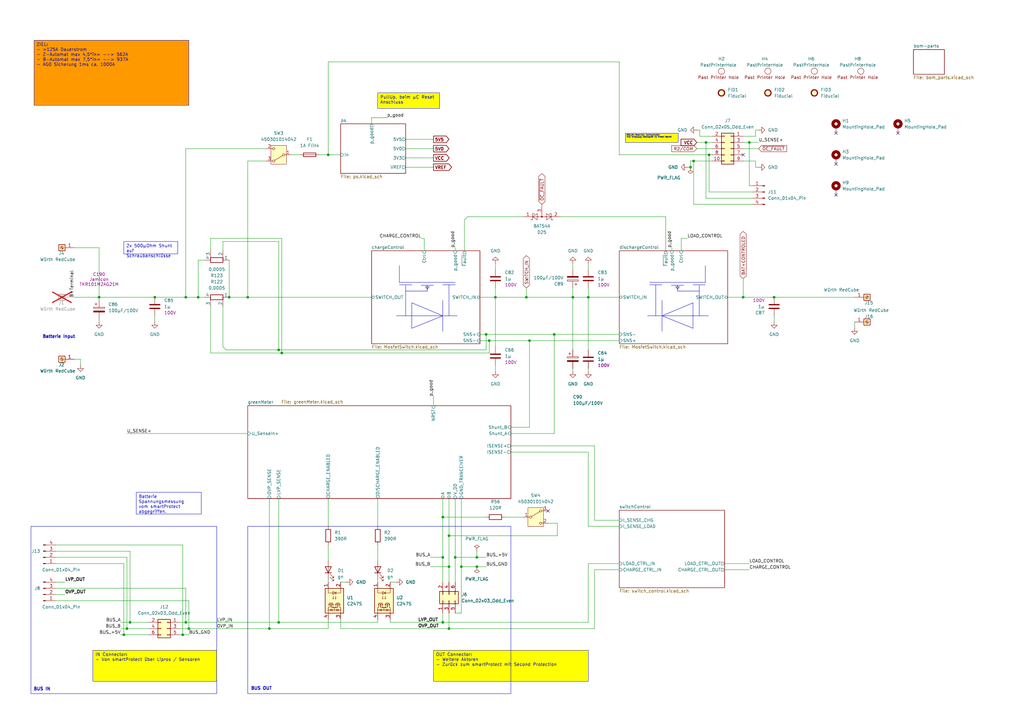
<source format=kicad_sch>
(kicad_sch
	(version 20250114)
	(generator "eeschema")
	(generator_version "9.0")
	(uuid "bf1f8167-8e29-49cc-a467-dd9cc2c77246")
	(paper "A3")
	(lib_symbols
		(symbol "Connector:Conn_01x04_Pin"
			(pin_names
				(offset 1.016)
				(hide yes)
			)
			(exclude_from_sim no)
			(in_bom yes)
			(on_board yes)
			(property "Reference" "J"
				(at 0 5.08 0)
				(effects
					(font
						(size 1.27 1.27)
					)
				)
			)
			(property "Value" "Conn_01x04_Pin"
				(at 0 -7.62 0)
				(effects
					(font
						(size 1.27 1.27)
					)
				)
			)
			(property "Footprint" ""
				(at 0 0 0)
				(effects
					(font
						(size 1.27 1.27)
					)
					(hide yes)
				)
			)
			(property "Datasheet" "~"
				(at 0 0 0)
				(effects
					(font
						(size 1.27 1.27)
					)
					(hide yes)
				)
			)
			(property "Description" "Generic connector, single row, 01x04, script generated"
				(at 0 0 0)
				(effects
					(font
						(size 1.27 1.27)
					)
					(hide yes)
				)
			)
			(property "ki_locked" ""
				(at 0 0 0)
				(effects
					(font
						(size 1.27 1.27)
					)
				)
			)
			(property "ki_keywords" "connector"
				(at 0 0 0)
				(effects
					(font
						(size 1.27 1.27)
					)
					(hide yes)
				)
			)
			(property "ki_fp_filters" "Connector*:*_1x??_*"
				(at 0 0 0)
				(effects
					(font
						(size 1.27 1.27)
					)
					(hide yes)
				)
			)
			(symbol "Conn_01x04_Pin_1_1"
				(rectangle
					(start 0.8636 2.667)
					(end 0 2.413)
					(stroke
						(width 0.1524)
						(type default)
					)
					(fill
						(type outline)
					)
				)
				(rectangle
					(start 0.8636 0.127)
					(end 0 -0.127)
					(stroke
						(width 0.1524)
						(type default)
					)
					(fill
						(type outline)
					)
				)
				(rectangle
					(start 0.8636 -2.413)
					(end 0 -2.667)
					(stroke
						(width 0.1524)
						(type default)
					)
					(fill
						(type outline)
					)
				)
				(rectangle
					(start 0.8636 -4.953)
					(end 0 -5.207)
					(stroke
						(width 0.1524)
						(type default)
					)
					(fill
						(type outline)
					)
				)
				(polyline
					(pts
						(xy 1.27 2.54) (xy 0.8636 2.54)
					)
					(stroke
						(width 0.1524)
						(type default)
					)
					(fill
						(type none)
					)
				)
				(polyline
					(pts
						(xy 1.27 0) (xy 0.8636 0)
					)
					(stroke
						(width 0.1524)
						(type default)
					)
					(fill
						(type none)
					)
				)
				(polyline
					(pts
						(xy 1.27 -2.54) (xy 0.8636 -2.54)
					)
					(stroke
						(width 0.1524)
						(type default)
					)
					(fill
						(type none)
					)
				)
				(polyline
					(pts
						(xy 1.27 -5.08) (xy 0.8636 -5.08)
					)
					(stroke
						(width 0.1524)
						(type default)
					)
					(fill
						(type none)
					)
				)
				(pin passive line
					(at 5.08 2.54 180)
					(length 3.81)
					(name "Pin_1"
						(effects
							(font
								(size 1.27 1.27)
							)
						)
					)
					(number "1"
						(effects
							(font
								(size 1.27 1.27)
							)
						)
					)
				)
				(pin passive line
					(at 5.08 0 180)
					(length 3.81)
					(name "Pin_2"
						(effects
							(font
								(size 1.27 1.27)
							)
						)
					)
					(number "2"
						(effects
							(font
								(size 1.27 1.27)
							)
						)
					)
				)
				(pin passive line
					(at 5.08 -2.54 180)
					(length 3.81)
					(name "Pin_3"
						(effects
							(font
								(size 1.27 1.27)
							)
						)
					)
					(number "3"
						(effects
							(font
								(size 1.27 1.27)
							)
						)
					)
				)
				(pin passive line
					(at 5.08 -5.08 180)
					(length 3.81)
					(name "Pin_4"
						(effects
							(font
								(size 1.27 1.27)
							)
						)
					)
					(number "4"
						(effects
							(font
								(size 1.27 1.27)
							)
						)
					)
				)
			)
			(embedded_fonts no)
		)
		(symbol "Connector:Screw_Terminal_01x01"
			(pin_names
				(offset 1.016)
				(hide yes)
			)
			(exclude_from_sim no)
			(in_bom yes)
			(on_board yes)
			(property "Reference" "J"
				(at 0 2.54 0)
				(effects
					(font
						(size 1.27 1.27)
					)
				)
			)
			(property "Value" "Screw_Terminal_01x01"
				(at 0 -2.54 0)
				(effects
					(font
						(size 1.27 1.27)
					)
				)
			)
			(property "Footprint" ""
				(at 0 0 0)
				(effects
					(font
						(size 1.27 1.27)
					)
					(hide yes)
				)
			)
			(property "Datasheet" "~"
				(at 0 0 0)
				(effects
					(font
						(size 1.27 1.27)
					)
					(hide yes)
				)
			)
			(property "Description" "Generic screw terminal, single row, 01x01, script generated (kicad-library-utils/schlib/autogen/connector/)"
				(at 0 0 0)
				(effects
					(font
						(size 1.27 1.27)
					)
					(hide yes)
				)
			)
			(property "ki_keywords" "screw terminal"
				(at 0 0 0)
				(effects
					(font
						(size 1.27 1.27)
					)
					(hide yes)
				)
			)
			(property "ki_fp_filters" "TerminalBlock*:*"
				(at 0 0 0)
				(effects
					(font
						(size 1.27 1.27)
					)
					(hide yes)
				)
			)
			(symbol "Screw_Terminal_01x01_1_1"
				(rectangle
					(start -1.27 1.27)
					(end 1.27 -1.27)
					(stroke
						(width 0.254)
						(type default)
					)
					(fill
						(type background)
					)
				)
				(polyline
					(pts
						(xy -0.5334 0.3302) (xy 0.3302 -0.508)
					)
					(stroke
						(width 0.1524)
						(type default)
					)
					(fill
						(type none)
					)
				)
				(polyline
					(pts
						(xy -0.3556 0.508) (xy 0.508 -0.3302)
					)
					(stroke
						(width 0.1524)
						(type default)
					)
					(fill
						(type none)
					)
				)
				(circle
					(center 0 0)
					(radius 0.635)
					(stroke
						(width 0.1524)
						(type default)
					)
					(fill
						(type none)
					)
				)
				(pin passive line
					(at -5.08 0 0)
					(length 3.81)
					(name "Pin_1"
						(effects
							(font
								(size 1.27 1.27)
							)
						)
					)
					(number "1"
						(effects
							(font
								(size 1.27 1.27)
							)
						)
					)
				)
			)
			(embedded_fonts no)
		)
		(symbol "Connector_Generic:Conn_02x03_Odd_Even"
			(pin_names
				(offset 1.016)
				(hide yes)
			)
			(exclude_from_sim no)
			(in_bom yes)
			(on_board yes)
			(property "Reference" "J"
				(at 1.27 5.08 0)
				(effects
					(font
						(size 1.27 1.27)
					)
				)
			)
			(property "Value" "Conn_02x03_Odd_Even"
				(at 1.27 -5.08 0)
				(effects
					(font
						(size 1.27 1.27)
					)
				)
			)
			(property "Footprint" ""
				(at 0 0 0)
				(effects
					(font
						(size 1.27 1.27)
					)
					(hide yes)
				)
			)
			(property "Datasheet" "~"
				(at 0 0 0)
				(effects
					(font
						(size 1.27 1.27)
					)
					(hide yes)
				)
			)
			(property "Description" "Generic connector, double row, 02x03, odd/even pin numbering scheme (row 1 odd numbers, row 2 even numbers), script generated (kicad-library-utils/schlib/autogen/connector/)"
				(at 0 0 0)
				(effects
					(font
						(size 1.27 1.27)
					)
					(hide yes)
				)
			)
			(property "ki_keywords" "connector"
				(at 0 0 0)
				(effects
					(font
						(size 1.27 1.27)
					)
					(hide yes)
				)
			)
			(property "ki_fp_filters" "Connector*:*_2x??_*"
				(at 0 0 0)
				(effects
					(font
						(size 1.27 1.27)
					)
					(hide yes)
				)
			)
			(symbol "Conn_02x03_Odd_Even_1_1"
				(rectangle
					(start -1.27 3.81)
					(end 3.81 -3.81)
					(stroke
						(width 0.254)
						(type default)
					)
					(fill
						(type background)
					)
				)
				(rectangle
					(start -1.27 2.667)
					(end 0 2.413)
					(stroke
						(width 0.1524)
						(type default)
					)
					(fill
						(type none)
					)
				)
				(rectangle
					(start -1.27 0.127)
					(end 0 -0.127)
					(stroke
						(width 0.1524)
						(type default)
					)
					(fill
						(type none)
					)
				)
				(rectangle
					(start -1.27 -2.413)
					(end 0 -2.667)
					(stroke
						(width 0.1524)
						(type default)
					)
					(fill
						(type none)
					)
				)
				(rectangle
					(start 3.81 2.667)
					(end 2.54 2.413)
					(stroke
						(width 0.1524)
						(type default)
					)
					(fill
						(type none)
					)
				)
				(rectangle
					(start 3.81 0.127)
					(end 2.54 -0.127)
					(stroke
						(width 0.1524)
						(type default)
					)
					(fill
						(type none)
					)
				)
				(rectangle
					(start 3.81 -2.413)
					(end 2.54 -2.667)
					(stroke
						(width 0.1524)
						(type default)
					)
					(fill
						(type none)
					)
				)
				(pin passive line
					(at -5.08 2.54 0)
					(length 3.81)
					(name "Pin_1"
						(effects
							(font
								(size 1.27 1.27)
							)
						)
					)
					(number "1"
						(effects
							(font
								(size 1.27 1.27)
							)
						)
					)
				)
				(pin passive line
					(at -5.08 0 0)
					(length 3.81)
					(name "Pin_3"
						(effects
							(font
								(size 1.27 1.27)
							)
						)
					)
					(number "3"
						(effects
							(font
								(size 1.27 1.27)
							)
						)
					)
				)
				(pin passive line
					(at -5.08 -2.54 0)
					(length 3.81)
					(name "Pin_5"
						(effects
							(font
								(size 1.27 1.27)
							)
						)
					)
					(number "5"
						(effects
							(font
								(size 1.27 1.27)
							)
						)
					)
				)
				(pin passive line
					(at 7.62 2.54 180)
					(length 3.81)
					(name "Pin_2"
						(effects
							(font
								(size 1.27 1.27)
							)
						)
					)
					(number "2"
						(effects
							(font
								(size 1.27 1.27)
							)
						)
					)
				)
				(pin passive line
					(at 7.62 0 180)
					(length 3.81)
					(name "Pin_4"
						(effects
							(font
								(size 1.27 1.27)
							)
						)
					)
					(number "4"
						(effects
							(font
								(size 1.27 1.27)
							)
						)
					)
				)
				(pin passive line
					(at 7.62 -2.54 180)
					(length 3.81)
					(name "Pin_6"
						(effects
							(font
								(size 1.27 1.27)
							)
						)
					)
					(number "6"
						(effects
							(font
								(size 1.27 1.27)
							)
						)
					)
				)
			)
			(embedded_fonts no)
		)
		(symbol "Connector_Generic:Conn_02x05_Odd_Even"
			(pin_names
				(offset 1.016)
				(hide yes)
			)
			(exclude_from_sim no)
			(in_bom yes)
			(on_board yes)
			(property "Reference" "J"
				(at 1.27 7.62 0)
				(effects
					(font
						(size 1.27 1.27)
					)
				)
			)
			(property "Value" "Conn_02x05_Odd_Even"
				(at 1.27 -7.62 0)
				(effects
					(font
						(size 1.27 1.27)
					)
				)
			)
			(property "Footprint" ""
				(at 0 0 0)
				(effects
					(font
						(size 1.27 1.27)
					)
					(hide yes)
				)
			)
			(property "Datasheet" "~"
				(at 0 0 0)
				(effects
					(font
						(size 1.27 1.27)
					)
					(hide yes)
				)
			)
			(property "Description" "Generic connector, double row, 02x05, odd/even pin numbering scheme (row 1 odd numbers, row 2 even numbers), script generated (kicad-library-utils/schlib/autogen/connector/)"
				(at 0 0 0)
				(effects
					(font
						(size 1.27 1.27)
					)
					(hide yes)
				)
			)
			(property "ki_keywords" "connector"
				(at 0 0 0)
				(effects
					(font
						(size 1.27 1.27)
					)
					(hide yes)
				)
			)
			(property "ki_fp_filters" "Connector*:*_2x??_*"
				(at 0 0 0)
				(effects
					(font
						(size 1.27 1.27)
					)
					(hide yes)
				)
			)
			(symbol "Conn_02x05_Odd_Even_1_1"
				(rectangle
					(start -1.27 6.35)
					(end 3.81 -6.35)
					(stroke
						(width 0.254)
						(type default)
					)
					(fill
						(type background)
					)
				)
				(rectangle
					(start -1.27 5.207)
					(end 0 4.953)
					(stroke
						(width 0.1524)
						(type default)
					)
					(fill
						(type none)
					)
				)
				(rectangle
					(start -1.27 2.667)
					(end 0 2.413)
					(stroke
						(width 0.1524)
						(type default)
					)
					(fill
						(type none)
					)
				)
				(rectangle
					(start -1.27 0.127)
					(end 0 -0.127)
					(stroke
						(width 0.1524)
						(type default)
					)
					(fill
						(type none)
					)
				)
				(rectangle
					(start -1.27 -2.413)
					(end 0 -2.667)
					(stroke
						(width 0.1524)
						(type default)
					)
					(fill
						(type none)
					)
				)
				(rectangle
					(start -1.27 -4.953)
					(end 0 -5.207)
					(stroke
						(width 0.1524)
						(type default)
					)
					(fill
						(type none)
					)
				)
				(rectangle
					(start 3.81 5.207)
					(end 2.54 4.953)
					(stroke
						(width 0.1524)
						(type default)
					)
					(fill
						(type none)
					)
				)
				(rectangle
					(start 3.81 2.667)
					(end 2.54 2.413)
					(stroke
						(width 0.1524)
						(type default)
					)
					(fill
						(type none)
					)
				)
				(rectangle
					(start 3.81 0.127)
					(end 2.54 -0.127)
					(stroke
						(width 0.1524)
						(type default)
					)
					(fill
						(type none)
					)
				)
				(rectangle
					(start 3.81 -2.413)
					(end 2.54 -2.667)
					(stroke
						(width 0.1524)
						(type default)
					)
					(fill
						(type none)
					)
				)
				(rectangle
					(start 3.81 -4.953)
					(end 2.54 -5.207)
					(stroke
						(width 0.1524)
						(type default)
					)
					(fill
						(type none)
					)
				)
				(pin passive line
					(at -5.08 5.08 0)
					(length 3.81)
					(name "Pin_1"
						(effects
							(font
								(size 1.27 1.27)
							)
						)
					)
					(number "1"
						(effects
							(font
								(size 1.27 1.27)
							)
						)
					)
				)
				(pin passive line
					(at -5.08 2.54 0)
					(length 3.81)
					(name "Pin_3"
						(effects
							(font
								(size 1.27 1.27)
							)
						)
					)
					(number "3"
						(effects
							(font
								(size 1.27 1.27)
							)
						)
					)
				)
				(pin passive line
					(at -5.08 0 0)
					(length 3.81)
					(name "Pin_5"
						(effects
							(font
								(size 1.27 1.27)
							)
						)
					)
					(number "5"
						(effects
							(font
								(size 1.27 1.27)
							)
						)
					)
				)
				(pin passive line
					(at -5.08 -2.54 0)
					(length 3.81)
					(name "Pin_7"
						(effects
							(font
								(size 1.27 1.27)
							)
						)
					)
					(number "7"
						(effects
							(font
								(size 1.27 1.27)
							)
						)
					)
				)
				(pin passive line
					(at -5.08 -5.08 0)
					(length 3.81)
					(name "Pin_9"
						(effects
							(font
								(size 1.27 1.27)
							)
						)
					)
					(number "9"
						(effects
							(font
								(size 1.27 1.27)
							)
						)
					)
				)
				(pin passive line
					(at 7.62 5.08 180)
					(length 3.81)
					(name "Pin_2"
						(effects
							(font
								(size 1.27 1.27)
							)
						)
					)
					(number "2"
						(effects
							(font
								(size 1.27 1.27)
							)
						)
					)
				)
				(pin passive line
					(at 7.62 2.54 180)
					(length 3.81)
					(name "Pin_4"
						(effects
							(font
								(size 1.27 1.27)
							)
						)
					)
					(number "4"
						(effects
							(font
								(size 1.27 1.27)
							)
						)
					)
				)
				(pin passive line
					(at 7.62 0 180)
					(length 3.81)
					(name "Pin_6"
						(effects
							(font
								(size 1.27 1.27)
							)
						)
					)
					(number "6"
						(effects
							(font
								(size 1.27 1.27)
							)
						)
					)
				)
				(pin passive line
					(at 7.62 -2.54 180)
					(length 3.81)
					(name "Pin_8"
						(effects
							(font
								(size 1.27 1.27)
							)
						)
					)
					(number "8"
						(effects
							(font
								(size 1.27 1.27)
							)
						)
					)
				)
				(pin passive line
					(at 7.62 -5.08 180)
					(length 3.81)
					(name "Pin_10"
						(effects
							(font
								(size 1.27 1.27)
							)
						)
					)
					(number "10"
						(effects
							(font
								(size 1.27 1.27)
							)
						)
					)
				)
			)
			(embedded_fonts no)
		)
		(symbol "Device:C"
			(pin_numbers
				(hide yes)
			)
			(pin_names
				(offset 0.254)
			)
			(exclude_from_sim no)
			(in_bom yes)
			(on_board yes)
			(property "Reference" "C"
				(at 0.635 2.54 0)
				(effects
					(font
						(size 1.27 1.27)
					)
					(justify left)
				)
			)
			(property "Value" "C"
				(at 0.635 -2.54 0)
				(effects
					(font
						(size 1.27 1.27)
					)
					(justify left)
				)
			)
			(property "Footprint" ""
				(at 0.9652 -3.81 0)
				(effects
					(font
						(size 1.27 1.27)
					)
					(hide yes)
				)
			)
			(property "Datasheet" "~"
				(at 0 0 0)
				(effects
					(font
						(size 1.27 1.27)
					)
					(hide yes)
				)
			)
			(property "Description" "Unpolarized capacitor"
				(at 0 0 0)
				(effects
					(font
						(size 1.27 1.27)
					)
					(hide yes)
				)
			)
			(property "ki_keywords" "cap capacitor"
				(at 0 0 0)
				(effects
					(font
						(size 1.27 1.27)
					)
					(hide yes)
				)
			)
			(property "ki_fp_filters" "C_*"
				(at 0 0 0)
				(effects
					(font
						(size 1.27 1.27)
					)
					(hide yes)
				)
			)
			(symbol "C_0_1"
				(polyline
					(pts
						(xy -2.032 0.762) (xy 2.032 0.762)
					)
					(stroke
						(width 0.508)
						(type default)
					)
					(fill
						(type none)
					)
				)
				(polyline
					(pts
						(xy -2.032 -0.762) (xy 2.032 -0.762)
					)
					(stroke
						(width 0.508)
						(type default)
					)
					(fill
						(type none)
					)
				)
			)
			(symbol "C_1_1"
				(pin passive line
					(at 0 3.81 270)
					(length 2.794)
					(name "~"
						(effects
							(font
								(size 1.27 1.27)
							)
						)
					)
					(number "1"
						(effects
							(font
								(size 1.27 1.27)
							)
						)
					)
				)
				(pin passive line
					(at 0 -3.81 90)
					(length 2.794)
					(name "~"
						(effects
							(font
								(size 1.27 1.27)
							)
						)
					)
					(number "2"
						(effects
							(font
								(size 1.27 1.27)
							)
						)
					)
				)
			)
			(embedded_fonts no)
		)
		(symbol "Device:C_Polarized"
			(pin_numbers
				(hide yes)
			)
			(pin_names
				(offset 0.254)
			)
			(exclude_from_sim no)
			(in_bom yes)
			(on_board yes)
			(property "Reference" "C"
				(at 0.635 2.54 0)
				(effects
					(font
						(size 1.27 1.27)
					)
					(justify left)
				)
			)
			(property "Value" "C_Polarized"
				(at 0.635 -2.54 0)
				(effects
					(font
						(size 1.27 1.27)
					)
					(justify left)
				)
			)
			(property "Footprint" ""
				(at 0.9652 -3.81 0)
				(effects
					(font
						(size 1.27 1.27)
					)
					(hide yes)
				)
			)
			(property "Datasheet" "~"
				(at 0 0 0)
				(effects
					(font
						(size 1.27 1.27)
					)
					(hide yes)
				)
			)
			(property "Description" "Polarized capacitor"
				(at 0 0 0)
				(effects
					(font
						(size 1.27 1.27)
					)
					(hide yes)
				)
			)
			(property "ki_keywords" "cap capacitor"
				(at 0 0 0)
				(effects
					(font
						(size 1.27 1.27)
					)
					(hide yes)
				)
			)
			(property "ki_fp_filters" "CP_*"
				(at 0 0 0)
				(effects
					(font
						(size 1.27 1.27)
					)
					(hide yes)
				)
			)
			(symbol "C_Polarized_0_1"
				(rectangle
					(start -2.286 0.508)
					(end 2.286 1.016)
					(stroke
						(width 0)
						(type default)
					)
					(fill
						(type none)
					)
				)
				(polyline
					(pts
						(xy -1.778 2.286) (xy -0.762 2.286)
					)
					(stroke
						(width 0)
						(type default)
					)
					(fill
						(type none)
					)
				)
				(polyline
					(pts
						(xy -1.27 2.794) (xy -1.27 1.778)
					)
					(stroke
						(width 0)
						(type default)
					)
					(fill
						(type none)
					)
				)
				(rectangle
					(start 2.286 -0.508)
					(end -2.286 -1.016)
					(stroke
						(width 0)
						(type default)
					)
					(fill
						(type outline)
					)
				)
			)
			(symbol "C_Polarized_1_1"
				(pin passive line
					(at 0 3.81 270)
					(length 2.794)
					(name "~"
						(effects
							(font
								(size 1.27 1.27)
							)
						)
					)
					(number "1"
						(effects
							(font
								(size 1.27 1.27)
							)
						)
					)
				)
				(pin passive line
					(at 0 -3.81 90)
					(length 2.794)
					(name "~"
						(effects
							(font
								(size 1.27 1.27)
							)
						)
					)
					(number "2"
						(effects
							(font
								(size 1.27 1.27)
							)
						)
					)
				)
			)
			(embedded_fonts no)
		)
		(symbol "Device:Fuse"
			(pin_numbers
				(hide yes)
			)
			(pin_names
				(offset 0)
			)
			(exclude_from_sim no)
			(in_bom yes)
			(on_board yes)
			(property "Reference" "F"
				(at 2.032 0 90)
				(effects
					(font
						(size 1.27 1.27)
					)
				)
			)
			(property "Value" "Fuse"
				(at -1.905 0 90)
				(effects
					(font
						(size 1.27 1.27)
					)
				)
			)
			(property "Footprint" ""
				(at -1.778 0 90)
				(effects
					(font
						(size 1.27 1.27)
					)
					(hide yes)
				)
			)
			(property "Datasheet" "~"
				(at 0 0 0)
				(effects
					(font
						(size 1.27 1.27)
					)
					(hide yes)
				)
			)
			(property "Description" "Fuse"
				(at 0 0 0)
				(effects
					(font
						(size 1.27 1.27)
					)
					(hide yes)
				)
			)
			(property "ki_keywords" "fuse"
				(at 0 0 0)
				(effects
					(font
						(size 1.27 1.27)
					)
					(hide yes)
				)
			)
			(property "ki_fp_filters" "*Fuse*"
				(at 0 0 0)
				(effects
					(font
						(size 1.27 1.27)
					)
					(hide yes)
				)
			)
			(symbol "Fuse_0_1"
				(rectangle
					(start -0.762 -2.54)
					(end 0.762 2.54)
					(stroke
						(width 0.254)
						(type default)
					)
					(fill
						(type none)
					)
				)
				(polyline
					(pts
						(xy 0 2.54) (xy 0 -2.54)
					)
					(stroke
						(width 0)
						(type default)
					)
					(fill
						(type none)
					)
				)
			)
			(symbol "Fuse_1_1"
				(pin passive line
					(at 0 3.81 270)
					(length 1.27)
					(name "~"
						(effects
							(font
								(size 1.27 1.27)
							)
						)
					)
					(number "1"
						(effects
							(font
								(size 1.27 1.27)
							)
						)
					)
				)
				(pin passive line
					(at 0 -3.81 90)
					(length 1.27)
					(name "~"
						(effects
							(font
								(size 1.27 1.27)
							)
						)
					)
					(number "2"
						(effects
							(font
								(size 1.27 1.27)
							)
						)
					)
				)
			)
			(embedded_fonts no)
		)
		(symbol "Device:LED"
			(pin_numbers
				(hide yes)
			)
			(pin_names
				(offset 1.016)
				(hide yes)
			)
			(exclude_from_sim no)
			(in_bom yes)
			(on_board yes)
			(property "Reference" "D"
				(at 0 2.54 0)
				(effects
					(font
						(size 1.27 1.27)
					)
				)
			)
			(property "Value" "LED"
				(at 0 -2.54 0)
				(effects
					(font
						(size 1.27 1.27)
					)
				)
			)
			(property "Footprint" ""
				(at 0 0 0)
				(effects
					(font
						(size 1.27 1.27)
					)
					(hide yes)
				)
			)
			(property "Datasheet" "~"
				(at 0 0 0)
				(effects
					(font
						(size 1.27 1.27)
					)
					(hide yes)
				)
			)
			(property "Description" "Light emitting diode"
				(at 0 0 0)
				(effects
					(font
						(size 1.27 1.27)
					)
					(hide yes)
				)
			)
			(property "Sim.Pins" "1=K 2=A"
				(at 0 0 0)
				(effects
					(font
						(size 1.27 1.27)
					)
					(hide yes)
				)
			)
			(property "ki_keywords" "LED diode"
				(at 0 0 0)
				(effects
					(font
						(size 1.27 1.27)
					)
					(hide yes)
				)
			)
			(property "ki_fp_filters" "LED* LED_SMD:* LED_THT:*"
				(at 0 0 0)
				(effects
					(font
						(size 1.27 1.27)
					)
					(hide yes)
				)
			)
			(symbol "LED_0_1"
				(polyline
					(pts
						(xy -3.048 -0.762) (xy -4.572 -2.286) (xy -3.81 -2.286) (xy -4.572 -2.286) (xy -4.572 -1.524)
					)
					(stroke
						(width 0)
						(type default)
					)
					(fill
						(type none)
					)
				)
				(polyline
					(pts
						(xy -1.778 -0.762) (xy -3.302 -2.286) (xy -2.54 -2.286) (xy -3.302 -2.286) (xy -3.302 -1.524)
					)
					(stroke
						(width 0)
						(type default)
					)
					(fill
						(type none)
					)
				)
				(polyline
					(pts
						(xy -1.27 0) (xy 1.27 0)
					)
					(stroke
						(width 0)
						(type default)
					)
					(fill
						(type none)
					)
				)
				(polyline
					(pts
						(xy -1.27 -1.27) (xy -1.27 1.27)
					)
					(stroke
						(width 0.254)
						(type default)
					)
					(fill
						(type none)
					)
				)
				(polyline
					(pts
						(xy 1.27 -1.27) (xy 1.27 1.27) (xy -1.27 0) (xy 1.27 -1.27)
					)
					(stroke
						(width 0.254)
						(type default)
					)
					(fill
						(type none)
					)
				)
			)
			(symbol "LED_1_1"
				(pin passive line
					(at -3.81 0 0)
					(length 2.54)
					(name "K"
						(effects
							(font
								(size 1.27 1.27)
							)
						)
					)
					(number "1"
						(effects
							(font
								(size 1.27 1.27)
							)
						)
					)
				)
				(pin passive line
					(at 3.81 0 180)
					(length 2.54)
					(name "A"
						(effects
							(font
								(size 1.27 1.27)
							)
						)
					)
					(number "2"
						(effects
							(font
								(size 1.27 1.27)
							)
						)
					)
				)
			)
			(embedded_fonts no)
		)
		(symbol "Device:R"
			(pin_numbers
				(hide yes)
			)
			(pin_names
				(offset 0)
			)
			(exclude_from_sim no)
			(in_bom yes)
			(on_board yes)
			(property "Reference" "R"
				(at 2.032 0 90)
				(effects
					(font
						(size 1.27 1.27)
					)
				)
			)
			(property "Value" "R"
				(at 0 0 90)
				(effects
					(font
						(size 1.27 1.27)
					)
				)
			)
			(property "Footprint" ""
				(at -1.778 0 90)
				(effects
					(font
						(size 1.27 1.27)
					)
					(hide yes)
				)
			)
			(property "Datasheet" "~"
				(at 0 0 0)
				(effects
					(font
						(size 1.27 1.27)
					)
					(hide yes)
				)
			)
			(property "Description" "Resistor"
				(at 0 0 0)
				(effects
					(font
						(size 1.27 1.27)
					)
					(hide yes)
				)
			)
			(property "ki_keywords" "R res resistor"
				(at 0 0 0)
				(effects
					(font
						(size 1.27 1.27)
					)
					(hide yes)
				)
			)
			(property "ki_fp_filters" "R_*"
				(at 0 0 0)
				(effects
					(font
						(size 1.27 1.27)
					)
					(hide yes)
				)
			)
			(symbol "R_0_1"
				(rectangle
					(start -1.016 -2.54)
					(end 1.016 2.54)
					(stroke
						(width 0.254)
						(type default)
					)
					(fill
						(type none)
					)
				)
			)
			(symbol "R_1_1"
				(pin passive line
					(at 0 3.81 270)
					(length 1.27)
					(name "~"
						(effects
							(font
								(size 1.27 1.27)
							)
						)
					)
					(number "1"
						(effects
							(font
								(size 1.27 1.27)
							)
						)
					)
				)
				(pin passive line
					(at 0 -3.81 90)
					(length 1.27)
					(name "~"
						(effects
							(font
								(size 1.27 1.27)
							)
						)
					)
					(number "2"
						(effects
							(font
								(size 1.27 1.27)
							)
						)
					)
				)
			)
			(embedded_fonts no)
		)
		(symbol "Device:R_Shunt"
			(pin_numbers
				(hide yes)
			)
			(pin_names
				(offset 0)
			)
			(exclude_from_sim no)
			(in_bom yes)
			(on_board yes)
			(property "Reference" "R"
				(at -4.445 0 90)
				(effects
					(font
						(size 1.27 1.27)
					)
				)
			)
			(property "Value" "R_Shunt"
				(at -2.54 0 90)
				(effects
					(font
						(size 1.27 1.27)
					)
				)
			)
			(property "Footprint" ""
				(at -1.778 0 90)
				(effects
					(font
						(size 1.27 1.27)
					)
					(hide yes)
				)
			)
			(property "Datasheet" "~"
				(at 0 0 0)
				(effects
					(font
						(size 1.27 1.27)
					)
					(hide yes)
				)
			)
			(property "Description" "Shunt resistor"
				(at 0 0 0)
				(effects
					(font
						(size 1.27 1.27)
					)
					(hide yes)
				)
			)
			(property "ki_keywords" "R res shunt resistor"
				(at 0 0 0)
				(effects
					(font
						(size 1.27 1.27)
					)
					(hide yes)
				)
			)
			(property "ki_fp_filters" "R_*Shunt*"
				(at 0 0 0)
				(effects
					(font
						(size 1.27 1.27)
					)
					(hide yes)
				)
			)
			(symbol "R_Shunt_0_1"
				(rectangle
					(start -1.016 -2.54)
					(end 1.016 2.54)
					(stroke
						(width 0.254)
						(type default)
					)
					(fill
						(type none)
					)
				)
				(polyline
					(pts
						(xy 0 -2.54) (xy 1.27 -2.54)
					)
					(stroke
						(width 0)
						(type default)
					)
					(fill
						(type none)
					)
				)
				(polyline
					(pts
						(xy 1.27 2.54) (xy 0 2.54)
					)
					(stroke
						(width 0)
						(type default)
					)
					(fill
						(type none)
					)
				)
			)
			(symbol "R_Shunt_1_1"
				(pin passive line
					(at 0 5.08 270)
					(length 2.54)
					(name "1"
						(effects
							(font
								(size 1.27 1.27)
							)
						)
					)
					(number "1"
						(effects
							(font
								(size 1.27 1.27)
							)
						)
					)
				)
				(pin passive line
					(at 0 -5.08 90)
					(length 2.54)
					(name "4"
						(effects
							(font
								(size 1.27 1.27)
							)
						)
					)
					(number "4"
						(effects
							(font
								(size 1.27 1.27)
							)
						)
					)
				)
				(pin passive line
					(at 3.81 2.54 180)
					(length 2.54)
					(name "2"
						(effects
							(font
								(size 1.27 1.27)
							)
						)
					)
					(number "2"
						(effects
							(font
								(size 1.27 1.27)
							)
						)
					)
				)
				(pin passive line
					(at 3.81 -2.54 180)
					(length 2.54)
					(name "3"
						(effects
							(font
								(size 1.27 1.27)
							)
						)
					)
					(number "3"
						(effects
							(font
								(size 1.27 1.27)
							)
						)
					)
				)
			)
			(embedded_fonts no)
		)
		(symbol "Diode:BAT54A"
			(pin_names
				(offset 1.016)
			)
			(exclude_from_sim no)
			(in_bom yes)
			(on_board yes)
			(property "Reference" "D"
				(at 0.635 -3.81 0)
				(effects
					(font
						(size 1.27 1.27)
					)
					(justify left)
				)
			)
			(property "Value" "BAT54A"
				(at -6.35 3.175 0)
				(effects
					(font
						(size 1.27 1.27)
					)
					(justify left)
				)
			)
			(property "Footprint" "Package_TO_SOT_SMD:SOT-23"
				(at 1.905 3.175 0)
				(effects
					(font
						(size 1.27 1.27)
					)
					(justify left)
					(hide yes)
				)
			)
			(property "Datasheet" "http://www.diodes.com/_files/datasheets/ds11005.pdf"
				(at -3.048 0 0)
				(effects
					(font
						(size 1.27 1.27)
					)
					(hide yes)
				)
			)
			(property "Description" "schottky barrier diode"
				(at 0 0 0)
				(effects
					(font
						(size 1.27 1.27)
					)
					(hide yes)
				)
			)
			(property "ki_keywords" "schottky diode"
				(at 0 0 0)
				(effects
					(font
						(size 1.27 1.27)
					)
					(hide yes)
				)
			)
			(property "ki_fp_filters" "SOT?23*"
				(at 0 0 0)
				(effects
					(font
						(size 1.27 1.27)
					)
					(hide yes)
				)
			)
			(symbol "BAT54A_0_1"
				(polyline
					(pts
						(xy -4.445 1.27) (xy -4.445 1.016)
					)
					(stroke
						(width 0)
						(type default)
					)
					(fill
						(type none)
					)
				)
				(polyline
					(pts
						(xy -3.81 1.27) (xy -4.445 1.27)
					)
					(stroke
						(width 0)
						(type default)
					)
					(fill
						(type none)
					)
				)
				(polyline
					(pts
						(xy -3.81 0) (xy -1.27 0)
					)
					(stroke
						(width 0)
						(type default)
					)
					(fill
						(type none)
					)
				)
				(polyline
					(pts
						(xy -3.81 -1.27) (xy -3.81 1.27)
					)
					(stroke
						(width 0)
						(type default)
					)
					(fill
						(type none)
					)
				)
				(polyline
					(pts
						(xy -3.81 -1.27) (xy -3.175 -1.27)
					)
					(stroke
						(width 0)
						(type default)
					)
					(fill
						(type none)
					)
				)
				(polyline
					(pts
						(xy -3.175 -1.27) (xy -3.175 -1.016)
					)
					(stroke
						(width 0)
						(type default)
					)
					(fill
						(type none)
					)
				)
				(polyline
					(pts
						(xy -1.905 1.27) (xy -1.905 -1.27) (xy -3.81 0) (xy -1.905 1.27)
					)
					(stroke
						(width 0)
						(type default)
					)
					(fill
						(type none)
					)
				)
				(polyline
					(pts
						(xy -1.905 0) (xy 1.905 0)
					)
					(stroke
						(width 0)
						(type default)
					)
					(fill
						(type none)
					)
				)
				(circle
					(center 0 0)
					(radius 0.254)
					(stroke
						(width 0)
						(type default)
					)
					(fill
						(type outline)
					)
				)
				(polyline
					(pts
						(xy 1.27 0) (xy 3.81 0)
					)
					(stroke
						(width 0)
						(type default)
					)
					(fill
						(type none)
					)
				)
				(polyline
					(pts
						(xy 1.905 1.27) (xy 1.905 -1.27) (xy 3.81 0) (xy 1.905 1.27)
					)
					(stroke
						(width 0)
						(type default)
					)
					(fill
						(type none)
					)
				)
				(polyline
					(pts
						(xy 3.175 -1.27) (xy 3.175 -1.016)
					)
					(stroke
						(width 0)
						(type default)
					)
					(fill
						(type none)
					)
				)
				(polyline
					(pts
						(xy 3.81 1.27) (xy 4.445 1.27)
					)
					(stroke
						(width 0)
						(type default)
					)
					(fill
						(type none)
					)
				)
				(polyline
					(pts
						(xy 3.81 -1.27) (xy 3.175 -1.27)
					)
					(stroke
						(width 0)
						(type default)
					)
					(fill
						(type none)
					)
				)
				(polyline
					(pts
						(xy 3.81 -1.27) (xy 3.81 1.27)
					)
					(stroke
						(width 0)
						(type default)
					)
					(fill
						(type none)
					)
				)
				(polyline
					(pts
						(xy 4.445 1.27) (xy 4.445 1.016)
					)
					(stroke
						(width 0)
						(type default)
					)
					(fill
						(type none)
					)
				)
			)
			(symbol "BAT54A_1_1"
				(pin passive line
					(at -7.62 0 0)
					(length 3.81)
					(name "~"
						(effects
							(font
								(size 1.27 1.27)
							)
						)
					)
					(number "1"
						(effects
							(font
								(size 1.27 1.27)
							)
						)
					)
				)
				(pin passive line
					(at 0 -5.08 90)
					(length 5.08)
					(name "~"
						(effects
							(font
								(size 1.27 1.27)
							)
						)
					)
					(number "3"
						(effects
							(font
								(size 1.27 1.27)
							)
						)
					)
				)
				(pin passive line
					(at 7.62 0 180)
					(length 3.81)
					(name "~"
						(effects
							(font
								(size 1.27 1.27)
							)
						)
					)
					(number "2"
						(effects
							(font
								(size 1.27 1.27)
							)
						)
					)
				)
			)
			(embedded_fonts no)
		)
		(symbol "Mechanical:Fiducial"
			(exclude_from_sim yes)
			(in_bom no)
			(on_board yes)
			(property "Reference" "FID"
				(at 0 5.08 0)
				(effects
					(font
						(size 1.27 1.27)
					)
				)
			)
			(property "Value" "Fiducial"
				(at 0 3.175 0)
				(effects
					(font
						(size 1.27 1.27)
					)
				)
			)
			(property "Footprint" ""
				(at 0 0 0)
				(effects
					(font
						(size 1.27 1.27)
					)
					(hide yes)
				)
			)
			(property "Datasheet" "~"
				(at 0 0 0)
				(effects
					(font
						(size 1.27 1.27)
					)
					(hide yes)
				)
			)
			(property "Description" "Fiducial Marker"
				(at 0 0 0)
				(effects
					(font
						(size 1.27 1.27)
					)
					(hide yes)
				)
			)
			(property "ki_keywords" "fiducial marker"
				(at 0 0 0)
				(effects
					(font
						(size 1.27 1.27)
					)
					(hide yes)
				)
			)
			(property "ki_fp_filters" "Fiducial*"
				(at 0 0 0)
				(effects
					(font
						(size 1.27 1.27)
					)
					(hide yes)
				)
			)
			(symbol "Fiducial_0_1"
				(circle
					(center 0 0)
					(radius 1.27)
					(stroke
						(width 0.508)
						(type default)
					)
					(fill
						(type background)
					)
				)
			)
			(embedded_fonts no)
		)
		(symbol "Mechanical:MountingHole_Pad"
			(pin_numbers
				(hide yes)
			)
			(pin_names
				(offset 1.016)
				(hide yes)
			)
			(exclude_from_sim yes)
			(in_bom no)
			(on_board yes)
			(property "Reference" "H"
				(at 0 6.35 0)
				(effects
					(font
						(size 1.27 1.27)
					)
				)
			)
			(property "Value" "MountingHole_Pad"
				(at 0 4.445 0)
				(effects
					(font
						(size 1.27 1.27)
					)
				)
			)
			(property "Footprint" ""
				(at 0 0 0)
				(effects
					(font
						(size 1.27 1.27)
					)
					(hide yes)
				)
			)
			(property "Datasheet" "~"
				(at 0 0 0)
				(effects
					(font
						(size 1.27 1.27)
					)
					(hide yes)
				)
			)
			(property "Description" "Mounting Hole with connection"
				(at 0 0 0)
				(effects
					(font
						(size 1.27 1.27)
					)
					(hide yes)
				)
			)
			(property "ki_keywords" "mounting hole"
				(at 0 0 0)
				(effects
					(font
						(size 1.27 1.27)
					)
					(hide yes)
				)
			)
			(property "ki_fp_filters" "MountingHole*Pad*"
				(at 0 0 0)
				(effects
					(font
						(size 1.27 1.27)
					)
					(hide yes)
				)
			)
			(symbol "MountingHole_Pad_0_1"
				(circle
					(center 0 1.27)
					(radius 1.27)
					(stroke
						(width 1.27)
						(type default)
					)
					(fill
						(type none)
					)
				)
			)
			(symbol "MountingHole_Pad_1_1"
				(pin input line
					(at 0 -2.54 90)
					(length 2.54)
					(name "1"
						(effects
							(font
								(size 1.27 1.27)
							)
						)
					)
					(number "1"
						(effects
							(font
								(size 1.27 1.27)
							)
						)
					)
				)
			)
			(embedded_fonts no)
		)
		(symbol "Relay_SolidState:ASSR-1218"
			(exclude_from_sim no)
			(in_bom yes)
			(on_board yes)
			(property "Reference" "U"
				(at -5.08 5.08 0)
				(effects
					(font
						(size 1.27 1.27)
					)
					(justify left)
				)
			)
			(property "Value" "ASSR-1218"
				(at 0 5.08 0)
				(effects
					(font
						(size 1.27 1.27)
					)
					(justify left)
				)
			)
			(property "Footprint" "Package_SO:SO-4_4.4x4.3mm_P2.54mm"
				(at -5.08 -5.08 0)
				(effects
					(font
						(size 1.27 1.27)
						(italic yes)
					)
					(justify left)
					(hide yes)
				)
			)
			(property "Datasheet" "https://docs.broadcom.com/docs/AV02-0173EN"
				(at 0 0 0)
				(effects
					(font
						(size 1.27 1.27)
					)
					(justify left)
					(hide yes)
				)
			)
			(property "Description" "Form A, Solid State Relay (Photo MOSFET) 60V, 0.2A, 10Ohm, SO-4"
				(at 0 0 0)
				(effects
					(font
						(size 1.27 1.27)
					)
					(hide yes)
				)
			)
			(property "ki_keywords" "MOSFET Output Photorelay 1-Form-A"
				(at 0 0 0)
				(effects
					(font
						(size 1.27 1.27)
					)
					(hide yes)
				)
			)
			(property "ki_fp_filters" "SO*4.4x4.3mm*P2.54mm*"
				(at 0 0 0)
				(effects
					(font
						(size 1.27 1.27)
					)
					(hide yes)
				)
			)
			(symbol "ASSR-1218_0_1"
				(rectangle
					(start -5.08 3.81)
					(end 5.08 -3.81)
					(stroke
						(width 0.254)
						(type default)
					)
					(fill
						(type background)
					)
				)
				(polyline
					(pts
						(xy -5.08 2.54) (xy -3.175 2.54) (xy -3.175 -2.54) (xy -5.08 -2.54)
					)
					(stroke
						(width 0)
						(type default)
					)
					(fill
						(type none)
					)
				)
				(polyline
					(pts
						(xy -3.81 -0.635) (xy -2.54 -0.635)
					)
					(stroke
						(width 0)
						(type default)
					)
					(fill
						(type none)
					)
				)
				(polyline
					(pts
						(xy -3.175 -0.635) (xy -3.81 0.635) (xy -2.54 0.635) (xy -3.175 -0.635)
					)
					(stroke
						(width 0)
						(type default)
					)
					(fill
						(type none)
					)
				)
				(polyline
					(pts
						(xy -1.905 0.508) (xy -0.635 0.508) (xy -1.016 0.381) (xy -1.016 0.635) (xy -0.635 0.508)
					)
					(stroke
						(width 0)
						(type default)
					)
					(fill
						(type none)
					)
				)
				(polyline
					(pts
						(xy -1.905 -0.508) (xy -0.635 -0.508) (xy -1.016 -0.635) (xy -1.016 -0.381) (xy -0.635 -0.508)
					)
					(stroke
						(width 0)
						(type default)
					)
					(fill
						(type none)
					)
				)
				(polyline
					(pts
						(xy 1.016 2.159) (xy 1.016 0.635)
					)
					(stroke
						(width 0.2032)
						(type default)
					)
					(fill
						(type none)
					)
				)
				(polyline
					(pts
						(xy 1.016 -0.635) (xy 1.016 -2.159)
					)
					(stroke
						(width 0.2032)
						(type default)
					)
					(fill
						(type none)
					)
				)
				(polyline
					(pts
						(xy 1.524 2.286) (xy 1.524 2.032) (xy 1.524 2.032)
					)
					(stroke
						(width 0.3556)
						(type default)
					)
					(fill
						(type none)
					)
				)
				(polyline
					(pts
						(xy 1.524 1.524) (xy 1.524 1.27) (xy 1.524 1.27)
					)
					(stroke
						(width 0.3556)
						(type default)
					)
					(fill
						(type none)
					)
				)
				(polyline
					(pts
						(xy 1.524 0.762) (xy 1.524 0.508) (xy 1.524 0.508)
					)
					(stroke
						(width 0.3556)
						(type default)
					)
					(fill
						(type none)
					)
				)
				(polyline
					(pts
						(xy 1.524 -0.508) (xy 1.524 -0.762)
					)
					(stroke
						(width 0.3556)
						(type default)
					)
					(fill
						(type none)
					)
				)
				(polyline
					(pts
						(xy 1.524 -1.27) (xy 1.524 -1.524) (xy 1.524 -1.524)
					)
					(stroke
						(width 0.3556)
						(type default)
					)
					(fill
						(type none)
					)
				)
				(polyline
					(pts
						(xy 1.524 -2.032) (xy 1.524 -2.286) (xy 1.524 -2.286)
					)
					(stroke
						(width 0.3556)
						(type default)
					)
					(fill
						(type none)
					)
				)
				(polyline
					(pts
						(xy 1.651 2.159) (xy 2.794 2.159) (xy 2.794 2.54) (xy 5.08 2.54)
					)
					(stroke
						(width 0)
						(type default)
					)
					(fill
						(type none)
					)
				)
				(polyline
					(pts
						(xy 1.651 1.397) (xy 2.794 1.397) (xy 2.794 0.635)
					)
					(stroke
						(width 0)
						(type default)
					)
					(fill
						(type none)
					)
				)
				(polyline
					(pts
						(xy 1.651 -0.635) (xy 2.794 -0.635) (xy 2.794 0.635) (xy 1.651 0.635)
					)
					(stroke
						(width 0)
						(type default)
					)
					(fill
						(type none)
					)
				)
				(polyline
					(pts
						(xy 1.651 -1.397) (xy 2.794 -1.397) (xy 2.794 -0.635)
					)
					(stroke
						(width 0)
						(type default)
					)
					(fill
						(type none)
					)
				)
				(polyline
					(pts
						(xy 1.651 -2.159) (xy 2.794 -2.159) (xy 2.794 -2.54) (xy 5.08 -2.54)
					)
					(stroke
						(width 0)
						(type default)
					)
					(fill
						(type none)
					)
				)
				(polyline
					(pts
						(xy 1.778 1.397) (xy 2.286 1.524) (xy 2.286 1.27) (xy 1.778 1.397)
					)
					(stroke
						(width 0)
						(type default)
					)
					(fill
						(type none)
					)
				)
				(polyline
					(pts
						(xy 1.778 -1.397) (xy 2.286 -1.27) (xy 2.286 -1.524) (xy 1.778 -1.397)
					)
					(stroke
						(width 0)
						(type default)
					)
					(fill
						(type none)
					)
				)
				(circle
					(center 2.794 0.635)
					(radius 0.127)
					(stroke
						(width 0)
						(type default)
					)
					(fill
						(type none)
					)
				)
				(polyline
					(pts
						(xy 2.794 0) (xy 3.81 0)
					)
					(stroke
						(width 0)
						(type default)
					)
					(fill
						(type none)
					)
				)
				(circle
					(center 2.794 0)
					(radius 0.127)
					(stroke
						(width 0)
						(type default)
					)
					(fill
						(type none)
					)
				)
				(circle
					(center 2.794 -0.635)
					(radius 0.127)
					(stroke
						(width 0)
						(type default)
					)
					(fill
						(type none)
					)
				)
				(polyline
					(pts
						(xy 3.429 1.651) (xy 4.191 1.651)
					)
					(stroke
						(width 0)
						(type default)
					)
					(fill
						(type none)
					)
				)
				(polyline
					(pts
						(xy 3.429 -1.651) (xy 4.191 -1.651)
					)
					(stroke
						(width 0)
						(type default)
					)
					(fill
						(type none)
					)
				)
				(circle
					(center 3.81 2.54)
					(radius 0.127)
					(stroke
						(width 0)
						(type default)
					)
					(fill
						(type none)
					)
				)
				(polyline
					(pts
						(xy 3.81 1.651) (xy 3.429 0.889) (xy 4.191 0.889) (xy 3.81 1.651)
					)
					(stroke
						(width 0)
						(type default)
					)
					(fill
						(type none)
					)
				)
				(circle
					(center 3.81 0)
					(radius 0.127)
					(stroke
						(width 0)
						(type default)
					)
					(fill
						(type none)
					)
				)
				(polyline
					(pts
						(xy 3.81 -1.651) (xy 3.429 -0.889) (xy 4.191 -0.889) (xy 3.81 -1.651)
					)
					(stroke
						(width 0)
						(type default)
					)
					(fill
						(type none)
					)
				)
				(polyline
					(pts
						(xy 3.81 -2.54) (xy 3.81 2.54)
					)
					(stroke
						(width 0)
						(type default)
					)
					(fill
						(type none)
					)
				)
				(circle
					(center 3.81 -2.54)
					(radius 0.127)
					(stroke
						(width 0)
						(type default)
					)
					(fill
						(type none)
					)
				)
			)
			(symbol "ASSR-1218_1_1"
				(pin passive line
					(at -7.62 2.54 0)
					(length 2.54)
					(name "~"
						(effects
							(font
								(size 1.27 1.27)
							)
						)
					)
					(number "1"
						(effects
							(font
								(size 1.27 1.27)
							)
						)
					)
				)
				(pin passive line
					(at -7.62 -2.54 0)
					(length 2.54)
					(name "~"
						(effects
							(font
								(size 1.27 1.27)
							)
						)
					)
					(number "2"
						(effects
							(font
								(size 1.27 1.27)
							)
						)
					)
				)
				(pin passive line
					(at 7.62 2.54 180)
					(length 2.54)
					(name "~"
						(effects
							(font
								(size 1.27 1.27)
							)
						)
					)
					(number "4"
						(effects
							(font
								(size 1.27 1.27)
							)
						)
					)
				)
				(pin passive line
					(at 7.62 -2.54 180)
					(length 2.54)
					(name "~"
						(effects
							(font
								(size 1.27 1.27)
							)
						)
					)
					(number "3"
						(effects
							(font
								(size 1.27 1.27)
							)
						)
					)
				)
			)
			(embedded_fonts no)
		)
		(symbol "Switch:SW_Wuerth_450301014042"
			(pin_names
				(offset 1)
				(hide yes)
			)
			(exclude_from_sim no)
			(in_bom yes)
			(on_board yes)
			(property "Reference" "SW"
				(at 0 5.08 0)
				(effects
					(font
						(size 1.27 1.27)
					)
				)
			)
			(property "Value" "SW_Wuerth_450301014042"
				(at 0 -5.08 0)
				(effects
					(font
						(size 1.27 1.27)
					)
				)
			)
			(property "Footprint" "Button_Switch_THT:SW_Slide-03_Wuerth-WS-SLTV_10x2.5x6.4_P2.54mm"
				(at 0 -10.16 0)
				(effects
					(font
						(size 1.27 1.27)
					)
					(hide yes)
				)
			)
			(property "Datasheet" "https://www.we-online.com/components/products/datasheet/450301014042.pdf"
				(at 0 -7.62 0)
				(effects
					(font
						(size 1.27 1.27)
					)
					(hide yes)
				)
			)
			(property "Description" "Switch slide, single pole double throw"
				(at 0 0 0)
				(effects
					(font
						(size 1.27 1.27)
					)
					(hide yes)
				)
			)
			(property "ki_keywords" "changeover single-pole opposite-side-connection double-throw spdt ON-ON"
				(at 0 0 0)
				(effects
					(font
						(size 1.27 1.27)
					)
					(hide yes)
				)
			)
			(property "ki_fp_filters" "SW*Wuerth*WS*SLTV*10x2.5x6.4*P2.54mm*"
				(at 0 0 0)
				(effects
					(font
						(size 1.27 1.27)
					)
					(hide yes)
				)
			)
			(symbol "SW_Wuerth_450301014042_0_1"
				(circle
					(center -2.032 0)
					(radius 0.4572)
					(stroke
						(width 0)
						(type default)
					)
					(fill
						(type none)
					)
				)
				(polyline
					(pts
						(xy -1.651 0.254) (xy 1.651 2.286)
					)
					(stroke
						(width 0)
						(type default)
					)
					(fill
						(type none)
					)
				)
				(circle
					(center 2.032 2.54)
					(radius 0.4572)
					(stroke
						(width 0)
						(type default)
					)
					(fill
						(type none)
					)
				)
				(circle
					(center 2.032 -2.54)
					(radius 0.4572)
					(stroke
						(width 0)
						(type default)
					)
					(fill
						(type none)
					)
				)
			)
			(symbol "SW_Wuerth_450301014042_1_1"
				(rectangle
					(start -3.175 3.81)
					(end 3.175 -3.81)
					(stroke
						(width 0)
						(type default)
					)
					(fill
						(type background)
					)
				)
				(pin passive line
					(at -5.08 0 0)
					(length 2.54)
					(name "B"
						(effects
							(font
								(size 1.27 1.27)
							)
						)
					)
					(number "1"
						(effects
							(font
								(size 1.27 1.27)
							)
						)
					)
				)
				(pin passive line
					(at 5.08 2.54 180)
					(length 2.54)
					(name "A"
						(effects
							(font
								(size 1.27 1.27)
							)
						)
					)
					(number "3"
						(effects
							(font
								(size 1.27 1.27)
							)
						)
					)
				)
				(pin passive line
					(at 5.08 -2.54 180)
					(length 2.54)
					(name "C"
						(effects
							(font
								(size 1.27 1.27)
							)
						)
					)
					(number "2"
						(effects
							(font
								(size 1.27 1.27)
							)
						)
					)
				)
			)
			(embedded_fonts no)
		)
		(symbol "myMounting:mounting_past_printer"
			(exclude_from_sim no)
			(in_bom no)
			(on_board yes)
			(property "Reference" "H"
				(at 0 0 0)
				(effects
					(font
						(size 1.27 1.27)
					)
				)
			)
			(property "Value" ""
				(at 0 0 0)
				(effects
					(font
						(size 1.27 1.27)
					)
				)
			)
			(property "Footprint" "myHoles:printer_mounting_holes_1mm"
				(at 0 0 0)
				(effects
					(font
						(size 1.27 1.27)
					)
					(hide yes)
				)
			)
			(property "Datasheet" ""
				(at 0 0 0)
				(effects
					(font
						(size 1.27 1.27)
					)
					(hide yes)
				)
			)
			(property "Description" ""
				(at 0 0 0)
				(effects
					(font
						(size 1.27 1.27)
					)
					(hide yes)
				)
			)
			(symbol "mounting_past_printer_0_1"
				(circle
					(center 0 0)
					(radius 1.27)
					(stroke
						(width 0)
						(type default)
					)
					(fill
						(type none)
					)
				)
			)
			(symbol "mounting_past_printer_1_1"
				(text "Past Printer Hole\n"
					(at -1.27 -2.54 0)
					(effects
						(font
							(size 1.27 1.27)
						)
					)
				)
			)
			(embedded_fonts no)
		)
		(symbol "power:GND"
			(power)
			(pin_numbers
				(hide yes)
			)
			(pin_names
				(offset 0)
				(hide yes)
			)
			(exclude_from_sim no)
			(in_bom yes)
			(on_board yes)
			(property "Reference" "#PWR"
				(at 0 -6.35 0)
				(effects
					(font
						(size 1.27 1.27)
					)
					(hide yes)
				)
			)
			(property "Value" "GND"
				(at 0 -3.81 0)
				(effects
					(font
						(size 1.27 1.27)
					)
				)
			)
			(property "Footprint" ""
				(at 0 0 0)
				(effects
					(font
						(size 1.27 1.27)
					)
					(hide yes)
				)
			)
			(property "Datasheet" ""
				(at 0 0 0)
				(effects
					(font
						(size 1.27 1.27)
					)
					(hide yes)
				)
			)
			(property "Description" "Power symbol creates a global label with name \"GND\" , ground"
				(at 0 0 0)
				(effects
					(font
						(size 1.27 1.27)
					)
					(hide yes)
				)
			)
			(property "ki_keywords" "global power"
				(at 0 0 0)
				(effects
					(font
						(size 1.27 1.27)
					)
					(hide yes)
				)
			)
			(symbol "GND_0_1"
				(polyline
					(pts
						(xy 0 0) (xy 0 -1.27) (xy 1.27 -1.27) (xy 0 -2.54) (xy -1.27 -1.27) (xy 0 -1.27)
					)
					(stroke
						(width 0)
						(type default)
					)
					(fill
						(type none)
					)
				)
			)
			(symbol "GND_1_1"
				(pin power_in line
					(at 0 0 270)
					(length 0)
					(name "~"
						(effects
							(font
								(size 1.27 1.27)
							)
						)
					)
					(number "1"
						(effects
							(font
								(size 1.27 1.27)
							)
						)
					)
				)
			)
			(embedded_fonts no)
		)
		(symbol "power:PWR_FLAG"
			(power)
			(pin_numbers
				(hide yes)
			)
			(pin_names
				(offset 0)
				(hide yes)
			)
			(exclude_from_sim no)
			(in_bom yes)
			(on_board yes)
			(property "Reference" "#FLG"
				(at 0 1.905 0)
				(effects
					(font
						(size 1.27 1.27)
					)
					(hide yes)
				)
			)
			(property "Value" "PWR_FLAG"
				(at 0 3.81 0)
				(effects
					(font
						(size 1.27 1.27)
					)
				)
			)
			(property "Footprint" ""
				(at 0 0 0)
				(effects
					(font
						(size 1.27 1.27)
					)
					(hide yes)
				)
			)
			(property "Datasheet" "~"
				(at 0 0 0)
				(effects
					(font
						(size 1.27 1.27)
					)
					(hide yes)
				)
			)
			(property "Description" "Special symbol for telling ERC where power comes from"
				(at 0 0 0)
				(effects
					(font
						(size 1.27 1.27)
					)
					(hide yes)
				)
			)
			(property "ki_keywords" "flag power"
				(at 0 0 0)
				(effects
					(font
						(size 1.27 1.27)
					)
					(hide yes)
				)
			)
			(symbol "PWR_FLAG_0_0"
				(pin power_out line
					(at 0 0 90)
					(length 0)
					(name "~"
						(effects
							(font
								(size 1.27 1.27)
							)
						)
					)
					(number "1"
						(effects
							(font
								(size 1.27 1.27)
							)
						)
					)
				)
			)
			(symbol "PWR_FLAG_0_1"
				(polyline
					(pts
						(xy 0 0) (xy 0 1.27) (xy -1.016 1.905) (xy 0 2.54) (xy 1.016 1.905) (xy 0 1.27)
					)
					(stroke
						(width 0)
						(type default)
					)
					(fill
						(type none)
					)
				)
			)
			(embedded_fonts no)
		)
	)
	(rectangle
		(start 101.6 215.9)
		(end 209.55 284.48)
		(stroke
			(width 0)
			(type default)
		)
		(fill
			(type none)
		)
		(uuid 850298ac-a063-417f-9435-f66bccdf823b)
	)
	(rectangle
		(start 12.7 215.9)
		(end 88.9 284.48)
		(stroke
			(width 0)
			(type default)
		)
		(fill
			(type none)
		)
		(uuid cf63cb3a-9eee-4975-a102-849d1c547225)
	)
	(text "BUS IN"
		(exclude_from_sim no)
		(at 13.716 283.464 0)
		(effects
			(font
				(size 1.27 1.27)
				(thickness 0.254)
				(bold yes)
			)
			(justify left bottom)
		)
		(uuid "136446c8-4f74-4b3c-959d-a42a5556ed4e")
	)
	(text "Batterie Input"
		(exclude_from_sim no)
		(at 24.13 138.176 0)
		(effects
			(font
				(size 1.27 1.27)
				(thickness 0.254)
				(bold yes)
			)
		)
		(uuid "8fb42ca2-5f05-451a-bcbc-8e2b950c0fd2")
	)
	(text "BUS OUT"
		(exclude_from_sim no)
		(at 102.87 283.21 0)
		(effects
			(font
				(size 1.27 1.27)
				(thickness 0.254)
				(bold yes)
			)
			(justify left bottom)
		)
		(uuid "9353200d-486c-4265-b7e3-1826a39658f3")
	)
	(text_box "Batterie Spannungsmessung\nvom smartProtect abgegriffen."
		(exclude_from_sim no)
		(at 55.88 201.93 0)
		(size 26.67 8.89)
		(margins 0.9525 0.9525 0.9525 0.9525)
		(stroke
			(width 0)
			(type default)
		)
		(fill
			(type none)
		)
		(effects
			(font
				(size 1.27 1.27)
			)
			(justify left top)
		)
		(uuid "01cccd26-2abf-449f-83fa-ad7fc57b30f9")
	)
	(text_box "IN Connector:\n- Von smartProtect über Lipros / Sensoren\n\n"
		(exclude_from_sim no)
		(at 38.1 266.7 0)
		(size 50.8 12.7)
		(margins 0.9525 0.9525 0.9525 0.9525)
		(stroke
			(width 0)
			(type default)
		)
		(fill
			(type color)
			(color 255 255 0 1)
		)
		(effects
			(font
				(size 1.27 1.27)
			)
			(justify left top)
		)
		(uuid "41a30109-5e66-4795-8642-3e645e3d3e64")
	)
	(text_box "BMS_OK: Reserviert, Kommunikation\nVCC: Versorgung Mastergerät via Protect Board? "
		(exclude_from_sim no)
		(at 256.54 54.61 0)
		(size 21.59 3.81)
		(margins 0.375 0.375 0.375 0.375)
		(stroke
			(width 0)
			(type default)
		)
		(fill
			(type color)
			(color 255 255 0 1)
		)
		(effects
			(font
				(size 0.5 0.5)
			)
			(justify left top)
		)
		(uuid "64d119dc-3a90-48b1-8c4c-c9ce2768d752")
	)
	(text_box "OUT Connector:\n- Weitere Aktoren\n- Zurück zum smartProtect mit Second Protection\n"
		(exclude_from_sim no)
		(at 177.8 266.7 0)
		(size 63.5 12.7)
		(margins 0.9525 0.9525 0.9525 0.9525)
		(stroke
			(width 0)
			(type default)
		)
		(fill
			(type color)
			(color 255 255 0 1)
		)
		(effects
			(font
				(size 1.27 1.27)
			)
			(justify left top)
		)
		(uuid "6c579540-6a80-472c-9223-bd719a421bc3")
	)
	(text_box "2x 500µOhm Shunt auf \nSchraubanschlüsse"
		(exclude_from_sim no)
		(at 50.8 99.06 0)
		(size 22.098 5.08)
		(margins 0.9525 0.9525 0.9525 0.9525)
		(stroke
			(width 0)
			(type solid)
		)
		(fill
			(type none)
		)
		(effects
			(font
				(size 1.27 1.27)
			)
			(justify left top)
		)
		(uuid "6d74accd-19d9-4370-b7f1-97049c8dda2e")
	)
	(text_box "ZIEL:\n- >125A Dauerstrom\n- Z-Automat max 4,5*in= --> 562A\n- B-Automat max 7,5*in= --> 937A\n- AG0 Sicherung 1ms ca. 1000A"
		(exclude_from_sim no)
		(at 13.97 16.51 0)
		(size 63.5 26.67)
		(margins 0.9525 0.9525 0.9525 0.9525)
		(stroke
			(width 0)
			(type default)
		)
		(fill
			(type color)
			(color 255 153 0 1)
		)
		(effects
			(font
				(size 1.27 1.27)
			)
			(justify left top)
		)
		(uuid "9753d98c-c394-468d-b2f9-e9d88948aa0f")
	)
	(text_box "PullUp, beim µC Reset Anschluss"
		(exclude_from_sim no)
		(at 154.94 38.1 0)
		(size 25.4 6.35)
		(margins 0.9525 0.9525 0.9525 0.9525)
		(stroke
			(width 0)
			(type solid)
		)
		(fill
			(type color)
			(color 255 255 0 1)
		)
		(effects
			(font
				(size 1.27 1.27)
			)
			(justify left top)
		)
		(uuid "db626048-c77e-485a-97cc-98752e0f4378")
	)
	(text_box ""
		(exclude_from_sim no)
		(at 58.42 31.75 0)
		(size 0 0)
		(margins 0.9525 0.9525 0.9525 0.9525)
		(stroke
			(width 0)
			(type default)
		)
		(fill
			(type color)
			(color 255 153 0 1)
		)
		(effects
			(font
				(size 1.27 1.27)
			)
			(justify left top)
		)
		(uuid "e3014389-9d15-4bd3-ab5c-528c4d258cc0")
	)
	(junction
		(at 227.33 137.16)
		(diameter 0)
		(color 0 0 0 0)
		(uuid "0183d4b9-643b-4595-b663-439c0c67b46a")
	)
	(junction
		(at 195.58 232.41)
		(diameter 0)
		(color 0 0 0 0)
		(uuid "01ef25e3-1aa9-44fe-903e-797f45fcd5d2")
	)
	(junction
		(at 200.66 139.7)
		(diameter 0)
		(color 0 0 0 0)
		(uuid "135fedec-1528-46ee-a8d7-e19858adc498")
	)
	(junction
		(at 307.34 58.42)
		(diameter 0)
		(color 0 0 0 0)
		(uuid "1ef8064b-869d-486a-98dc-1684228bd5dc")
	)
	(junction
		(at 134.62 63.5)
		(diameter 0)
		(color 0 0 0 0)
		(uuid "2ad941fe-d63d-496e-b8c7-a3fbb1382a1e")
	)
	(junction
		(at 114.3 143.51)
		(diameter 0)
		(color 0 0 0 0)
		(uuid "2c4ff486-68e5-487c-9457-169ad7f6b516")
	)
	(junction
		(at 53.34 255.27)
		(diameter 0)
		(color 0 0 0 0)
		(uuid "2faeb461-3adc-4c30-9801-802bde8c2151")
	)
	(junction
		(at 77.47 257.81)
		(diameter 0)
		(color 0 0 0 0)
		(uuid "33fbbb57-87c9-41e3-a421-5ff535d8702c")
	)
	(junction
		(at 184.15 219.71)
		(diameter 0)
		(color 0 0 0 0)
		(uuid "3d19c551-c9f4-46d7-99b4-36301a9fcb18")
	)
	(junction
		(at 110.49 257.81)
		(diameter 0)
		(color 0 0 0 0)
		(uuid "4bb78399-e364-4153-9c05-2963e37d0e66")
	)
	(junction
		(at 40.64 121.92)
		(diameter 0)
		(color 0 0 0 0)
		(uuid "514727c9-be58-4a6d-aa3d-d25f0cf3d6c9")
	)
	(junction
		(at 50.8 260.35)
		(diameter 0)
		(color 0 0 0 0)
		(uuid "6297cd39-09c1-4dc3-a26b-79f42ef9a976")
	)
	(junction
		(at 63.5 121.92)
		(diameter 0)
		(color 0 0 0 0)
		(uuid "7179d82a-7cf7-4045-b7ba-709b86a81300")
	)
	(junction
		(at 93.98 121.92)
		(diameter 0)
		(color 0 0 0 0)
		(uuid "7540b614-57b2-4aad-895c-be25fccb3e3e")
	)
	(junction
		(at 195.58 228.6)
		(diameter 0)
		(color 0 0 0 0)
		(uuid "75dbdeba-a87b-4618-9ad0-8fdbf59a620c")
	)
	(junction
		(at 76.2 121.92)
		(diameter 0)
		(color 0 0 0 0)
		(uuid "7ccc8e09-944d-42e1-8797-c2950aa77746")
	)
	(junction
		(at 184.15 232.41)
		(diameter 0)
		(color 0 0 0 0)
		(uuid "7d21cd92-2354-4b96-bdc1-eb2c8973d10b")
	)
	(junction
		(at 115.57 144.78)
		(diameter 0)
		(color 0 0 0 0)
		(uuid "7ed2a3cd-0657-4bde-ac96-9b37913cb4e2")
	)
	(junction
		(at 217.17 139.7)
		(diameter 0)
		(color 0 0 0 0)
		(uuid "7fa27112-b97d-4bf4-8273-4291d14f36f5")
	)
	(junction
		(at 81.28 121.92)
		(diameter 0)
		(color 0 0 0 0)
		(uuid "8889c71d-ffc9-4eb9-9e33-b0b955273173")
	)
	(junction
		(at 181.61 228.6)
		(diameter 0)
		(color 0 0 0 0)
		(uuid "91992f9c-19ac-45fd-b2b2-dadc39e1db97")
	)
	(junction
		(at 74.93 260.35)
		(diameter 0)
		(color 0 0 0 0)
		(uuid "94406287-d350-40f3-b51a-33a01448f227")
	)
	(junction
		(at 317.5 121.92)
		(diameter 0)
		(color 0 0 0 0)
		(uuid "998adf8c-c476-4d78-9612-ad1480149191")
	)
	(junction
		(at 284.48 66.04)
		(diameter 0)
		(color 0 0 0 0)
		(uuid "9dd46432-09ea-4041-8b3b-6020e0e7e62c")
	)
	(junction
		(at 203.2 121.92)
		(diameter 0)
		(color 0 0 0 0)
		(uuid "a09092b4-fca0-4ffb-a3e8-da8ff339a6e9")
	)
	(junction
		(at 52.07 257.81)
		(diameter 0)
		(color 0 0 0 0)
		(uuid "a5e03af3-afa2-43db-bdf4-a7dfffad1488")
	)
	(junction
		(at 184.15 257.81)
		(diameter 0)
		(color 0 0 0 0)
		(uuid "acd78bb9-fc83-48bb-b297-84abc70dca3b")
	)
	(junction
		(at 304.8 121.92)
		(diameter 0)
		(color 0 0 0 0)
		(uuid "b1fe0820-258e-409d-98c8-f46646d8e07c")
	)
	(junction
		(at 234.95 121.92)
		(diameter 0)
		(color 0 0 0 0)
		(uuid "b4615e3b-83fc-4182-b8cb-d68ad445b9a5")
	)
	(junction
		(at 76.2 255.27)
		(diameter 0)
		(color 0 0 0 0)
		(uuid "b92e62a0-53dc-4183-b431-1ce64db448c4")
	)
	(junction
		(at 289.56 58.42)
		(diameter 0)
		(color 0 0 0 0)
		(uuid "bd67c675-fd43-46c4-a69e-7c40c8516c93")
	)
	(junction
		(at 189.23 232.41)
		(diameter 0)
		(color 0 0 0 0)
		(uuid "be963d86-0fc0-43fb-9d9d-a001715db797")
	)
	(junction
		(at 241.3 121.92)
		(diameter 0)
		(color 0 0 0 0)
		(uuid "c6401c92-8da9-4fd2-a647-7f92ffd7a2af")
	)
	(junction
		(at 181.61 255.27)
		(diameter 0)
		(color 0 0 0 0)
		(uuid "d665e66a-183b-40df-97fb-08c143de4941")
	)
	(junction
		(at 283.21 68.58)
		(diameter 0)
		(color 0 0 0 0)
		(uuid "da5e2163-a6ab-45f2-8506-2a2631da5767")
	)
	(junction
		(at 101.6 121.92)
		(diameter 0)
		(color 0 0 0 0)
		(uuid "dbd76a1f-1ae1-4134-a7bb-ef265fe1f56f")
	)
	(junction
		(at 181.61 212.09)
		(diameter 0)
		(color 0 0 0 0)
		(uuid "df56ce5b-b7f6-4f71-8c77-30e854f64c5b")
	)
	(junction
		(at 114.3 255.27)
		(diameter 0)
		(color 0 0 0 0)
		(uuid "e27e8857-912a-422e-af80-b3689c816208")
	)
	(junction
		(at 199.39 137.16)
		(diameter 0)
		(color 0 0 0 0)
		(uuid "e7c4c4da-bf13-444d-860b-edead4e9c227")
	)
	(junction
		(at 290.83 63.5)
		(diameter 0)
		(color 0 0 0 0)
		(uuid "ebffc4c4-60f4-492a-8f9c-f05cc4116c51")
	)
	(junction
		(at 186.69 228.6)
		(diameter 0)
		(color 0 0 0 0)
		(uuid "f4fa0951-0c93-453c-85ff-365a4741a62d")
	)
	(junction
		(at 215.9 121.92)
		(diameter 0)
		(color 0 0 0 0)
		(uuid "fb19028f-da53-434a-b952-0835f88c4172")
	)
	(no_connect
		(at 342.9 80.01)
		(uuid "01953701-83c0-4d0a-bab5-e095697840ae")
	)
	(no_connect
		(at 368.3 54.61)
		(uuid "0bd87dd1-9286-43cd-831a-e08c0c6469d7")
	)
	(no_connect
		(at 342.9 67.31)
		(uuid "35893da4-b145-4cc9-9d9c-a8c9e7a87ae7")
	)
	(no_connect
		(at 342.9 54.61)
		(uuid "669bc8b9-38d2-4389-be8b-8ee14ff59e1c")
	)
	(no_connect
		(at 224.79 209.55)
		(uuid "7439cf3b-740b-4a0e-91b5-81fd31d8bbe3")
	)
	(no_connect
		(at 304.8 63.5)
		(uuid "f01ce836-64a4-42bf-b431-c5ae0ecd11f7")
	)
	(polyline
		(pts
			(xy 268.986 116.84) (xy 268.986 129.54)
		)
		(stroke
			(width 0)
			(type default)
		)
		(uuid "00d35c61-cf30-4675-860a-077e321cc95b")
	)
	(wire
		(pts
			(xy 114.3 99.06) (xy 114.3 143.51)
		)
		(stroke
			(width 0)
			(type default)
		)
		(uuid "01120de8-2085-4e4b-ab6f-ed782c10c14b")
	)
	(polyline
		(pts
			(xy 186.69 115.824) (xy 163.83 115.824)
		)
		(stroke
			(width 0)
			(type default)
		)
		(uuid "039c7e44-9fb9-48f9-b1b3-fb159e325e21")
	)
	(wire
		(pts
			(xy 290.83 78.74) (xy 308.61 78.74)
		)
		(stroke
			(width 0)
			(type default)
		)
		(uuid "03d5072c-5ced-4b30-807a-754eebf26942")
	)
	(wire
		(pts
			(xy 22.86 246.38) (xy 77.47 246.38)
		)
		(stroke
			(width 0)
			(type default)
		)
		(uuid "04628e7f-7cb1-44a6-bc9c-6656933ad66d")
	)
	(polyline
		(pts
			(xy 181.61 116.84) (xy 186.69 116.84)
		)
		(stroke
			(width 0)
			(type default)
		)
		(uuid "04fc49f4-671b-406e-8ce6-305519c38896")
	)
	(wire
		(pts
			(xy 81.28 121.92) (xy 83.82 121.92)
		)
		(stroke
			(width 0)
			(type default)
		)
		(uuid "05a1d6e3-1fae-426c-95cd-5da7bdae043a")
	)
	(wire
		(pts
			(xy 284.48 66.04) (xy 284.48 83.82)
		)
		(stroke
			(width 0)
			(type default)
		)
		(uuid "05f7e9fd-e663-4652-84a0-8786825e164a")
	)
	(wire
		(pts
			(xy 243.84 233.68) (xy 254 233.68)
		)
		(stroke
			(width 0)
			(type default)
		)
		(uuid "08519402-61c5-4ac3-ad16-88f788375aa7")
	)
	(wire
		(pts
			(xy 309.88 66.04) (xy 304.8 66.04)
		)
		(stroke
			(width 0)
			(type default)
		)
		(uuid "085961f1-1fcf-48ff-aa1c-e7924f4086fb")
	)
	(wire
		(pts
			(xy 134.62 25.4) (xy 254 25.4)
		)
		(stroke
			(width 0)
			(type default)
		)
		(uuid "088690eb-2d3b-4e4b-a309-dac9c3437781")
	)
	(polyline
		(pts
			(xy 280.416 116.967) (xy 275.336 116.967)
		)
		(stroke
			(width 0)
			(type default)
		)
		(uuid "094f7792-d067-48b1-8c2f-e30bbd7e5d54")
	)
	(wire
		(pts
			(xy 199.39 137.16) (xy 227.33 137.16)
		)
		(stroke
			(width 0)
			(type default)
		)
		(uuid "097f13c1-225d-4d52-a6c3-2238b5a1e656")
	)
	(wire
		(pts
			(xy 184.15 219.71) (xy 184.15 232.41)
		)
		(stroke
			(width 0)
			(type default)
		)
		(uuid "09b921eb-2067-432a-b873-5610981b5a6d")
	)
	(wire
		(pts
			(xy 22.86 223.52) (xy 74.93 223.52)
		)
		(stroke
			(width 0)
			(type default)
		)
		(uuid "0a269c6f-ce5d-46a2-832c-a223bfecb73b")
	)
	(wire
		(pts
			(xy 224.79 214.63) (xy 228.6 214.63)
		)
		(stroke
			(width 0)
			(type default)
		)
		(uuid "0a95e7ae-5f0e-4608-8f4c-422eaf6bdee6")
	)
	(polyline
		(pts
			(xy 284.226 129.54) (xy 284.226 124.206)
		)
		(stroke
			(width 0)
			(type default)
		)
		(uuid "0aa6f5cd-354f-41ff-94cc-ca0bd9f7c195")
	)
	(wire
		(pts
			(xy 284.48 83.82) (xy 308.61 83.82)
		)
		(stroke
			(width 0)
			(type default)
		)
		(uuid "0aeb345f-1c6f-4131-b092-5e553ace27a6")
	)
	(wire
		(pts
			(xy 228.6 214.63) (xy 228.6 219.71)
		)
		(stroke
			(width 0)
			(type default)
		)
		(uuid "0bd8a889-578d-43b5-9413-62b169b94c4b")
	)
	(wire
		(pts
			(xy 298.45 121.92) (xy 304.8 121.92)
		)
		(stroke
			(width 0)
			(type default)
		)
		(uuid "0dca8d66-cfa7-4346-b715-b9e2b388ad83")
	)
	(wire
		(pts
			(xy 199.39 137.16) (xy 199.39 143.51)
		)
		(stroke
			(width 0)
			(type default)
		)
		(uuid "0eed04fe-c755-4ce6-ae36-44bdecfd37f6")
	)
	(wire
		(pts
			(xy 227.33 137.16) (xy 254 137.16)
		)
		(stroke
			(width 0)
			(type default)
		)
		(uuid "10dabb87-200d-42d8-b2d8-1cc23f56a95c")
	)
	(wire
		(pts
			(xy 40.64 121.92) (xy 63.5 121.92)
		)
		(stroke
			(width 0)
			(type default)
		)
		(uuid "1102aed1-31f2-4dec-9ebf-b1726e2776b9")
	)
	(wire
		(pts
			(xy 254 63.5) (xy 290.83 63.5)
		)
		(stroke
			(width 0)
			(type default)
		)
		(uuid "1266e33b-2052-42e8-b7ed-981640a523a2")
	)
	(wire
		(pts
			(xy 243.84 233.68) (xy 243.84 257.81)
		)
		(stroke
			(width 0)
			(type default)
		)
		(uuid "12c6445e-2edc-4ffb-ac57-663712773ab8")
	)
	(wire
		(pts
			(xy 311.15 53.34) (xy 309.88 53.34)
		)
		(stroke
			(width 0)
			(type default)
		)
		(uuid "13c569bb-72f8-493e-b2e2-4bccbd375d88")
	)
	(wire
		(pts
			(xy 241.3 231.14) (xy 241.3 255.27)
		)
		(stroke
			(width 0)
			(type default)
		)
		(uuid "153e07c8-e5a0-4e5f-9a99-cb13c2d5a828")
	)
	(wire
		(pts
			(xy 115.57 144.78) (xy 200.66 144.78)
		)
		(stroke
			(width 0)
			(type default)
		)
		(uuid "16a11a76-821e-49fc-bf8d-d695060edc0a")
	)
	(wire
		(pts
			(xy 196.85 139.7) (xy 200.66 139.7)
		)
		(stroke
			(width 0)
			(type default)
		)
		(uuid "17794e24-b03b-47d1-be54-da232100091a")
	)
	(wire
		(pts
			(xy 173.99 97.79) (xy 173.99 102.87)
		)
		(stroke
			(width 0)
			(type default)
		)
		(uuid "190c9aca-110b-4193-ae34-0a23d9f43ada")
	)
	(wire
		(pts
			(xy 203.2 121.92) (xy 215.9 121.92)
		)
		(stroke
			(width 0)
			(type default)
		)
		(uuid "19accb54-3078-456e-bc2f-7103a4fcef18")
	)
	(wire
		(pts
			(xy 190.5 90.17) (xy 190.5 102.87)
		)
		(stroke
			(width 0)
			(type default)
		)
		(uuid "1d109c6e-9ea2-4d45-9c31-922abaca05f9")
	)
	(wire
		(pts
			(xy 134.62 204.47) (xy 134.62 215.9)
		)
		(stroke
			(width 0)
			(type default)
		)
		(uuid "1de4b96a-7704-47c1-bf67-ec7bf7635dfd")
	)
	(wire
		(pts
			(xy 196.85 137.16) (xy 199.39 137.16)
		)
		(stroke
			(width 0)
			(type default)
		)
		(uuid "1e626540-32bc-45af-bcb2-2bf23fd67dcd")
	)
	(wire
		(pts
			(xy 181.61 255.27) (xy 241.3 255.27)
		)
		(stroke
			(width 0)
			(type default)
		)
		(uuid "1f70e137-bfb2-4dc9-967f-f882f6091cce")
	)
	(wire
		(pts
			(xy 186.69 251.46) (xy 189.23 251.46)
		)
		(stroke
			(width 0)
			(type default)
		)
		(uuid "1faf28f0-7b67-4895-b541-3d50af4e8b3c")
	)
	(wire
		(pts
			(xy 186.69 101.6) (xy 186.69 102.87)
		)
		(stroke
			(width 0)
			(type default)
		)
		(uuid "201d0bcb-e53d-45d1-a06e-29112fa76a5d")
	)
	(wire
		(pts
			(xy 283.21 68.58) (xy 283.21 66.04)
		)
		(stroke
			(width 0)
			(type default)
		)
		(uuid "202445cd-8798-4624-8687-63b4f1394bc4")
	)
	(wire
		(pts
			(xy 184.15 232.41) (xy 184.15 238.76)
		)
		(stroke
			(width 0)
			(type default)
		)
		(uuid "22bc0f73-4720-4f8b-91bd-2160cf0ed915")
	)
	(wire
		(pts
			(xy 209.55 177.8) (xy 227.33 177.8)
		)
		(stroke
			(width 0)
			(type default)
		)
		(uuid "24da082c-0b81-412c-aa6f-0f898aecee56")
	)
	(wire
		(pts
			(xy 275.59 101.6) (xy 275.59 102.87)
		)
		(stroke
			(width 0)
			(type default)
		)
		(uuid "256f2c6f-5bb0-4615-9b5a-f901b0cf002b")
	)
	(wire
		(pts
			(xy 234.95 143.51) (xy 234.95 121.92)
		)
		(stroke
			(width 0)
			(type default)
		)
		(uuid "257f6bbd-e745-4578-86e3-de2c2ed640be")
	)
	(polyline
		(pts
			(xy 271.526 123.19) (xy 271.526 135.89)
		)
		(stroke
			(width 0)
			(type default)
		)
		(uuid "2726a2d1-17f0-4d84-ac45-884e389402e1")
	)
	(wire
		(pts
			(xy 115.57 97.79) (xy 115.57 144.78)
		)
		(stroke
			(width 0)
			(type default)
		)
		(uuid "279d65b6-9ffc-4133-add8-ad0d092bc203")
	)
	(wire
		(pts
			(xy 86.36 97.79) (xy 115.57 97.79)
		)
		(stroke
			(width 0)
			(type default)
		)
		(uuid "2aaa8fdf-40d6-4177-bdb7-631290031481")
	)
	(wire
		(pts
			(xy 91.44 99.06) (xy 91.44 102.87)
		)
		(stroke
			(width 0)
			(type default)
		)
		(uuid "2c5f8839-315a-45fe-be5c-022670b3d218")
	)
	(wire
		(pts
			(xy 243.84 213.36) (xy 243.84 182.88)
		)
		(stroke
			(width 0)
			(type default)
		)
		(uuid "2ca11be3-4e9b-4bc7-a975-5356ccf4595e")
	)
	(wire
		(pts
			(xy 76.2 121.92) (xy 81.28 121.92)
		)
		(stroke
			(width 0)
			(type default)
		)
		(uuid "2f7f8818-c4c4-439e-a908-f25d5a4cbf41")
	)
	(wire
		(pts
			(xy 50.8 231.14) (xy 50.8 260.35)
		)
		(stroke
			(width 0)
			(type default)
		)
		(uuid "307c6bfa-93ed-4f6a-9a55-5ba07c91f1c4")
	)
	(wire
		(pts
			(xy 50.8 260.35) (xy 60.96 260.35)
		)
		(stroke
			(width 0)
			(type default)
		)
		(uuid "307d1395-e7ca-45b3-8417-c78156b6ed39")
	)
	(wire
		(pts
			(xy 195.58 232.41) (xy 199.39 232.41)
		)
		(stroke
			(width 0)
			(type default)
		)
		(uuid "318a45e5-fc40-446c-82c5-bec3b564235e")
	)
	(wire
		(pts
			(xy 181.61 212.09) (xy 181.61 228.6)
		)
		(stroke
			(width 0)
			(type default)
		)
		(uuid "331a0738-4661-4041-8f7e-a89578d6c4c8")
	)
	(polyline
		(pts
			(xy 172.72 116.967) (xy 177.8 116.967)
		)
		(stroke
			(width 0)
			(type default)
		)
		(uuid "34a387bc-e15d-4960-bcaf-0966c2e15391")
	)
	(wire
		(pts
			(xy 22.86 241.3) (xy 76.2 241.3)
		)
		(stroke
			(width 0)
			(type default)
		)
		(uuid "364a2a5e-9cae-4816-b18f-cbfd7cbee148")
	)
	(wire
		(pts
			(xy 350.52 132.08) (xy 350.52 134.62)
		)
		(stroke
			(width 0)
			(type default)
		)
		(uuid "36fac1be-65b5-40c1-bac3-c70e1183b732")
	)
	(wire
		(pts
			(xy 63.5 132.08) (xy 63.5 129.54)
		)
		(stroke
			(width 0)
			(type default)
		)
		(uuid "38c5284b-c72c-4571-afb5-674cb8109b12")
	)
	(wire
		(pts
			(xy 304.8 114.3) (xy 304.8 121.92)
		)
		(stroke
			(width 0)
			(type default)
		)
		(uuid "3a8da5ff-ea88-4cfb-b82d-010b0e69998c")
	)
	(wire
		(pts
			(xy 166.37 57.15) (xy 177.8 57.15)
		)
		(stroke
			(width 0)
			(type default)
		)
		(uuid "3a9f8a48-1cc3-4816-9ab8-4345c676e2f9")
	)
	(wire
		(pts
			(xy 196.85 121.92) (xy 203.2 121.92)
		)
		(stroke
			(width 0)
			(type default)
		)
		(uuid "3d1224dd-2685-4fe3-8112-7cbae741d644")
	)
	(wire
		(pts
			(xy 40.64 101.6) (xy 40.64 121.92)
		)
		(stroke
			(width 0)
			(type default)
		)
		(uuid "3da932c3-48ea-4107-b26a-b89b4482e175")
	)
	(wire
		(pts
			(xy 304.8 58.42) (xy 307.34 58.42)
		)
		(stroke
			(width 0)
			(type default)
		)
		(uuid "3db71ac3-e8dc-4a34-ac8b-a996e569fdc1")
	)
	(wire
		(pts
			(xy 91.44 125.73) (xy 91.44 142.24)
		)
		(stroke
			(width 0)
			(type default)
		)
		(uuid "3e17879c-9c19-4c4b-88a3-889172950e16")
	)
	(wire
		(pts
			(xy 49.53 260.35) (xy 50.8 260.35)
		)
		(stroke
			(width 0)
			(type default)
		)
		(uuid "3eed8b3a-c9cd-4dde-8717-eb55bc802d44")
	)
	(wire
		(pts
			(xy 307.34 231.14) (xy 297.18 231.14)
		)
		(stroke
			(width 0)
			(type default)
		)
		(uuid "3f5d9647-b1a5-4102-ac7d-254acd0f9d8a")
	)
	(wire
		(pts
			(xy 177.8 162.56) (xy 177.8 166.37)
		)
		(stroke
			(width 0)
			(type default)
		)
		(uuid "3f80f01c-bf0c-4419-9661-e1ab821fa5a6")
	)
	(wire
		(pts
			(xy 114.3 143.51) (xy 199.39 143.51)
		)
		(stroke
			(width 0)
			(type default)
		)
		(uuid "3f895227-2d71-4704-9864-79bae56940bf")
	)
	(wire
		(pts
			(xy 22.86 228.6) (xy 52.07 228.6)
		)
		(stroke
			(width 0)
			(type default)
		)
		(uuid "3fdbba1c-14a8-4e66-ac75-a31705050029")
	)
	(wire
		(pts
			(xy 76.2 60.96) (xy 109.22 60.96)
		)
		(stroke
			(width 0)
			(type default)
		)
		(uuid "4087cd99-799e-42db-bde3-80dc892b1644")
	)
	(wire
		(pts
			(xy 279.4 97.79) (xy 281.94 97.79)
		)
		(stroke
			(width 0)
			(type default)
		)
		(uuid "40e4db13-7901-4d3b-b56f-db96cc897f7b")
	)
	(polyline
		(pts
			(xy 176.022 117.602) (xy 175.26 118.618)
		)
		(stroke
			(width 0)
			(type default)
		)
		(uuid "41dd6ad9-a627-451f-a622-c39d83dea61c")
	)
	(wire
		(pts
			(xy 287.02 55.88) (xy 292.1 55.88)
		)
		(stroke
			(width 0)
			(type default)
		)
		(uuid "4225b023-fdca-419a-9e20-d2e08306120e")
	)
	(wire
		(pts
			(xy 234.95 121.92) (xy 241.3 121.92)
		)
		(stroke
			(width 0)
			(type default)
		)
		(uuid "42a2444d-9095-487b-9016-6acc05f94095")
	)
	(wire
		(pts
			(xy 290.83 63.5) (xy 290.83 78.74)
		)
		(stroke
			(width 0)
			(type default)
		)
		(uuid "43b495aa-23c3-4ce5-92fc-cf83c3483931")
	)
	(polyline
		(pts
			(xy 175.26 117.094) (xy 175.26 119.38)
		)
		(stroke
			(width 0)
			(type default)
		)
		(uuid "452ef2d7-305b-4cda-8caf-4625d0a2fe6e")
	)
	(wire
		(pts
			(xy 217.17 139.7) (xy 254 139.7)
		)
		(stroke
			(width 0)
			(type default)
		)
		(uuid "465e76b3-7304-447e-90dc-a909a9139182")
	)
	(wire
		(pts
			(xy 91.44 142.24) (xy 92.71 143.51)
		)
		(stroke
			(width 0)
			(type default)
		)
		(uuid "4734dea2-607c-4779-90af-fef2f937571f")
	)
	(wire
		(pts
			(xy 91.44 99.06) (xy 114.3 99.06)
		)
		(stroke
			(width 0)
			(type default)
		)
		(uuid "4752344e-29c8-4353-8cfb-9d30d89c5412")
	)
	(polyline
		(pts
			(xy 277.876 117.602) (xy 277.114 117.602)
		)
		(stroke
			(width 0)
			(type default)
		)
		(uuid "47fa08b9-f179-4b3a-a24a-9efe37438bf9")
	)
	(polyline
		(pts
			(xy 284.226 129.54) (xy 284.226 134.62)
		)
		(stroke
			(width 0)
			(type default)
		)
		(uuid "481125ef-fe30-4360-b1f6-d5def8a86cca")
	)
	(wire
		(pts
			(xy 73.66 260.35) (xy 74.93 260.35)
		)
		(stroke
			(width 0)
			(type default)
		)
		(uuid "48259a92-f35d-4dd9-a4c9-8336b4572de2")
	)
	(wire
		(pts
			(xy 203.2 149.86) (xy 203.2 152.4)
		)
		(stroke
			(width 0)
			(type default)
		)
		(uuid "4a61ee5d-8769-46aa-bce0-7c179dcd65f8")
	)
	(polyline
		(pts
			(xy 163.83 116.84) (xy 168.91 116.84)
		)
		(stroke
			(width 0)
			(type default)
		)
		(uuid "4c99273c-74fb-4e0b-9fad-a75d12e265f3")
	)
	(wire
		(pts
			(xy 184.15 257.81) (xy 243.84 257.81)
		)
		(stroke
			(width 0)
			(type default)
		)
		(uuid "4cc05be2-1c36-482f-8386-ec9af4b5f685")
	)
	(wire
		(pts
			(xy 290.83 63.5) (xy 292.1 63.5)
		)
		(stroke
			(width 0)
			(type default)
		)
		(uuid "4cf9f80a-6eda-4dda-abec-6bf13be95e95")
	)
	(wire
		(pts
			(xy 160.02 255.27) (xy 160.02 254)
		)
		(stroke
			(width 0)
			(type default)
		)
		(uuid "4d17d330-b8ea-40e7-9c56-8b7a27fc8b79")
	)
	(wire
		(pts
			(xy 309.88 53.34) (xy 309.88 55.88)
		)
		(stroke
			(width 0)
			(type default)
		)
		(uuid "4d53feb1-875b-45c6-bd7b-81110c344eb1")
	)
	(polyline
		(pts
			(xy 277.876 117.602) (xy 278.638 117.602)
		)
		(stroke
			(width 0)
			(type default)
		)
		(uuid "4d946450-e6d0-46c9-ad7f-3dbb68a7ff5a")
	)
	(polyline
		(pts
			(xy 175.26 117.602) (xy 176.022 117.602)
		)
		(stroke
			(width 0)
			(type default)
		)
		(uuid "4d968338-b039-4cf3-a04c-ade6fc8205d4")
	)
	(wire
		(pts
			(xy 114.3 255.27) (xy 154.94 255.27)
		)
		(stroke
			(width 0)
			(type default)
		)
		(uuid "4de7099a-b89c-42b0-b1ba-f525d4f97818")
	)
	(wire
		(pts
			(xy 181.61 251.46) (xy 181.61 255.27)
		)
		(stroke
			(width 0)
			(type default)
		)
		(uuid "4e84e707-a55c-46e1-b4c9-a46db0e45170")
	)
	(polyline
		(pts
			(xy 175.26 117.602) (xy 174.498 117.602)
		)
		(stroke
			(width 0)
			(type default)
		)
		(uuid "4e8d7541-2c38-4b9e-9b89-28cbdf2e8bed")
	)
	(wire
		(pts
			(xy 40.64 121.92) (xy 40.64 123.19)
		)
		(stroke
			(width 0)
			(type default)
		)
		(uuid "4f57de5d-7e0d-4929-beb0-1e4cfd56f29c")
	)
	(wire
		(pts
			(xy 49.53 255.27) (xy 53.34 255.27)
		)
		(stroke
			(width 0)
			(type default)
		)
		(uuid "50402730-363f-4fe9-99ab-347b5e9ef72a")
	)
	(polyline
		(pts
			(xy 271.526 129.54) (xy 284.226 134.62)
		)
		(stroke
			(width 0)
			(type default)
		)
		(uuid "51627adc-6ae8-4911-9d0d-dfc4f771749c")
	)
	(wire
		(pts
			(xy 285.75 60.96) (xy 292.1 60.96)
		)
		(stroke
			(width 0)
			(type default)
		)
		(uuid "523f0cdd-6dde-446c-8159-ff1852611421")
	)
	(wire
		(pts
			(xy 81.28 106.68) (xy 81.28 121.92)
		)
		(stroke
			(width 0)
			(type default)
		)
		(uuid "536e0f3f-4683-438c-a30c-c48bf82fefbd")
	)
	(polyline
		(pts
			(xy 168.91 124.206) (xy 181.61 129.54)
		)
		(stroke
			(width 0)
			(type default)
		)
		(uuid "54e1c370-f6f0-46d9-9556-b77ef7fea07a")
	)
	(wire
		(pts
			(xy 186.69 204.47) (xy 186.69 228.6)
		)
		(stroke
			(width 0)
			(type default)
		)
		(uuid "558824cb-04ef-4cfa-93d7-f9b2bf311603")
	)
	(wire
		(pts
			(xy 279.4 97.79) (xy 279.4 102.87)
		)
		(stroke
			(width 0)
			(type default)
		)
		(uuid "5821ebe8-8936-44db-82ab-44c96cfdb1b0")
	)
	(polyline
		(pts
			(xy 168.91 129.54) (xy 168.91 124.206)
		)
		(stroke
			(width 0)
			(type default)
		)
		(uuid "58416a14-06e0-49d7-a9e7-f1863893e3bc")
	)
	(polyline
		(pts
			(xy 175.26 119.38) (xy 166.37 119.38)
		)
		(stroke
			(width 0)
			(type default)
		)
		(uuid "58a502b8-fcea-4dcb-9fac-b90b9bca5559")
	)
	(wire
		(pts
			(xy 22.86 226.06) (xy 53.34 226.06)
		)
		(stroke
			(width 0)
			(type default)
		)
		(uuid "59f3b09a-9efc-45fa-9f66-5b5b610071c2")
	)
	(wire
		(pts
			(xy 241.3 118.11) (xy 241.3 121.92)
		)
		(stroke
			(width 0)
			(type default)
		)
		(uuid "5aa4e23d-d916-411e-9cf5-d5f428430464")
	)
	(wire
		(pts
			(xy 287.02 53.34) (xy 285.75 53.34)
		)
		(stroke
			(width 0)
			(type default)
		)
		(uuid "5bc9f970-ee1c-4e23-b7ba-9ec27934067a")
	)
	(wire
		(pts
			(xy 160.02 255.27) (xy 181.61 255.27)
		)
		(stroke
			(width 0)
			(type default)
		)
		(uuid "5c7e8cff-ba80-4cf4-ab84-6f73ba6f89a4")
	)
	(wire
		(pts
			(xy 176.53 228.6) (xy 181.61 228.6)
		)
		(stroke
			(width 0)
			(type default)
		)
		(uuid "5cd343ce-4c86-47b2-9451-aa708208a37b")
	)
	(wire
		(pts
			(xy 200.66 139.7) (xy 217.17 139.7)
		)
		(stroke
			(width 0)
			(type default)
		)
		(uuid "5daead3d-8317-45e5-8934-602d7aa7d00e")
	)
	(wire
		(pts
			(xy 234.95 110.49) (xy 234.95 107.95)
		)
		(stroke
			(width 0)
			(type default)
		)
		(uuid "5fe05a11-f542-45fa-b833-658ad5598795")
	)
	(polyline
		(pts
			(xy 271.272 129.54) (xy 265.557 129.54)
		)
		(stroke
			(width 0)
			(type default)
		)
		(uuid "5ff8ef84-f32a-4b80-b33f-53ea5b96dc6c")
	)
	(wire
		(pts
			(xy 283.21 68.58) (xy 281.94 68.58)
		)
		(stroke
			(width 0)
			(type default)
		)
		(uuid "6004727d-8f4a-4e69-820d-0d8d76d948ce")
	)
	(wire
		(pts
			(xy 154.94 204.47) (xy 154.94 215.9)
		)
		(stroke
			(width 0)
			(type default)
		)
		(uuid "6058830b-1dda-4ff9-b459-06cd7e0e76b3")
	)
	(wire
		(pts
			(xy 76.2 255.27) (xy 114.3 255.27)
		)
		(stroke
			(width 0)
			(type default)
		)
		(uuid "612ab5b2-c044-413b-b979-0795ae48c132")
	)
	(wire
		(pts
			(xy 119.38 63.5) (xy 123.19 63.5)
		)
		(stroke
			(width 0)
			(type default)
		)
		(uuid "614a86f3-67db-4878-b82e-a17f319e4bf6")
	)
	(wire
		(pts
			(xy 273.05 88.9) (xy 273.05 102.87)
		)
		(stroke
			(width 0)
			(type default)
		)
		(uuid "629bc03e-abdf-4e81-803f-78077c556484")
	)
	(wire
		(pts
			(xy 195.58 228.6) (xy 199.39 228.6)
		)
		(stroke
			(width 0)
			(type default)
		)
		(uuid "62caceae-6ffd-4322-8fb4-8540d1501fce")
	)
	(wire
		(pts
			(xy 304.8 60.96) (xy 311.15 60.96)
		)
		(stroke
			(width 0)
			(type default)
		)
		(uuid "62d89f36-8323-4833-8765-d2af285802dc")
	)
	(wire
		(pts
			(xy 22.86 243.84) (xy 26.67 243.84)
		)
		(stroke
			(width 0)
			(type default)
		)
		(uuid "64a26421-d3f7-4113-8236-530b15ed9d8b")
	)
	(polyline
		(pts
			(xy 184.15 116.84) (xy 184.15 129.54)
		)
		(stroke
			(width 0)
			(type default)
		)
		(uuid "6564f73f-9569-4eae-9939-adf523c67b78")
	)
	(wire
		(pts
			(xy 77.47 246.38) (xy 77.47 257.81)
		)
		(stroke
			(width 0)
			(type default)
		)
		(uuid "672eed4c-7fb6-404f-892c-a7ac21d073bb")
	)
	(polyline
		(pts
			(xy 162.56 129.54) (xy 168.91 129.54)
		)
		(stroke
			(width 0)
			(type default)
		)
		(uuid "682f104f-fb6b-44b9-b2f9-5099193df98f")
	)
	(wire
		(pts
			(xy 73.66 255.27) (xy 76.2 255.27)
		)
		(stroke
			(width 0)
			(type default)
		)
		(uuid "68c1b533-7e28-4d9e-af26-1d002f580518")
	)
	(wire
		(pts
			(xy 311.15 68.58) (xy 309.88 68.58)
		)
		(stroke
			(width 0)
			(type default)
		)
		(uuid "69bed7c9-d1cc-4a1b-bab5-34eeaec835d0")
	)
	(wire
		(pts
			(xy 139.7 257.81) (xy 184.15 257.81)
		)
		(stroke
			(width 0)
			(type default)
		)
		(uuid "6a350e7e-340e-4624-bf73-b45f2b30f5e2")
	)
	(wire
		(pts
			(xy 49.53 257.81) (xy 52.07 257.81)
		)
		(stroke
			(width 0)
			(type default)
		)
		(uuid "6a3d34f6-3043-4093-bc7f-357aa80a9213")
	)
	(wire
		(pts
			(xy 176.53 232.41) (xy 184.15 232.41)
		)
		(stroke
			(width 0)
			(type default)
		)
		(uuid "6add48d3-a169-454d-8352-d7207ad02522")
	)
	(polyline
		(pts
			(xy 289.306 108.966) (xy 289.306 115.824)
		)
		(stroke
			(width 0)
			(type default)
		)
		(uuid "6c99eba8-0e20-4941-84f5-87f344c493d0")
	)
	(wire
		(pts
			(xy 134.62 254) (xy 134.62 257.81)
		)
		(stroke
			(width 0)
			(type default)
		)
		(uuid "6f124ca5-b2a7-40e2-ab71-ecbc45063344")
	)
	(wire
		(pts
			(xy 241.3 121.92) (xy 254 121.92)
		)
		(stroke
			(width 0)
			(type default)
		)
		(uuid "6f431d7e-fe6c-4a7a-a1ac-cfe519e29faf")
	)
	(wire
		(pts
			(xy 241.3 215.9) (xy 241.3 185.42)
		)
		(stroke
			(width 0)
			(type default)
		)
		(uuid "7056421d-c4fa-4a94-995a-508622a91403")
	)
	(wire
		(pts
			(xy 289.56 58.42) (xy 292.1 58.42)
		)
		(stroke
			(width 0)
			(type default)
		)
		(uuid "707f3cb8-799b-4b85-be8a-a34356f83fe5")
	)
	(polyline
		(pts
			(xy 278.638 117.602) (xy 277.876 118.618)
		)
		(stroke
			(width 0)
			(type default)
		)
		(uuid "713384d2-50a1-4d97-bee3-ccb58637c5fc")
	)
	(wire
		(pts
			(xy 86.36 125.73) (xy 86.36 144.78)
		)
		(stroke
			(width 0)
			(type default)
		)
		(uuid "72d35dd0-c26e-4425-b376-048704b59ac8")
	)
	(polyline
		(pts
			(xy 284.226 129.54) (xy 271.526 129.54)
		)
		(stroke
			(width 0)
			(type default)
		)
		(uuid "734c45da-af11-4cfe-a493-2daf339fe56d")
	)
	(wire
		(pts
			(xy 289.56 81.28) (xy 308.61 81.28)
		)
		(stroke
			(width 0)
			(type default)
		)
		(uuid "73cafc84-68eb-4f6f-b76b-af493a42146a")
	)
	(wire
		(pts
			(xy 289.56 58.42) (xy 289.56 81.28)
		)
		(stroke
			(width 0)
			(type default)
		)
		(uuid "743c5a04-db79-42a5-a015-76c88a4836d5")
	)
	(wire
		(pts
			(xy 81.28 106.68) (xy 83.82 106.68)
		)
		(stroke
			(width 0)
			(type default)
		)
		(uuid "748ca6b6-330b-4afd-bdb0-2af01ac93ad5")
	)
	(wire
		(pts
			(xy 186.69 228.6) (xy 186.69 238.76)
		)
		(stroke
			(width 0)
			(type default)
		)
		(uuid "75bf4d79-f0dd-4f24-b8c7-245769a568cc")
	)
	(wire
		(pts
			(xy 234.95 151.13) (xy 234.95 152.4)
		)
		(stroke
			(width 0)
			(type default)
		)
		(uuid "767c196e-54e6-4d12-81a6-e1a2c71146f2")
	)
	(wire
		(pts
			(xy 53.34 255.27) (xy 60.96 255.27)
		)
		(stroke
			(width 0)
			(type default)
		)
		(uuid "79ba2fd8-03ba-4bd3-a281-a2d8c1023a05")
	)
	(polyline
		(pts
			(xy 286.766 129.54) (xy 286.766 117.094)
		)
		(stroke
			(width 0)
			(type default)
		)
		(uuid "7b322650-cd86-4199-8a8b-396fe481b129")
	)
	(wire
		(pts
			(xy 195.58 226.06) (xy 195.58 228.6)
		)
		(stroke
			(width 0)
			(type default)
		)
		(uuid "7c5bf58e-fa0a-4653-a4be-300cf08c5ee7")
	)
	(wire
		(pts
			(xy 77.47 257.81) (xy 110.49 257.81)
		)
		(stroke
			(width 0)
			(type default)
		)
		(uuid "7d7eb470-9120-423e-9d35-4b4309043ec9")
	)
	(wire
		(pts
			(xy 191.77 88.9) (xy 190.5 90.17)
		)
		(stroke
			(width 0)
			(type default)
		)
		(uuid "7fe10868-55ab-4206-bbbe-740c3ea0589a")
	)
	(wire
		(pts
			(xy 207.01 212.09) (xy 214.63 212.09)
		)
		(stroke
			(width 0)
			(type default)
		)
		(uuid "8329f460-8a9a-4d0a-8ecc-ee7b07a7efd5")
	)
	(polyline
		(pts
			(xy 277.114 117.602) (xy 277.876 118.618)
		)
		(stroke
			(width 0)
			(type default)
		)
		(uuid "838cf149-0c40-4825-836b-724b51939e2d")
	)
	(wire
		(pts
			(xy 254 215.9) (xy 241.3 215.9)
		)
		(stroke
			(width 0)
			(type default)
		)
		(uuid "85fff6bc-f7c5-42ce-95bd-114537fa96d0")
	)
	(wire
		(pts
			(xy 86.36 97.79) (xy 86.36 102.87)
		)
		(stroke
			(width 0)
			(type default)
		)
		(uuid "876284eb-5b12-4c0d-b332-e3dd748fc2bf")
	)
	(polyline
		(pts
			(xy 277.876 117.094) (xy 277.876 119.38)
		)
		(stroke
			(width 0)
			(type default)
		)
		(uuid "87e26c7d-073a-4c92-9d36-fa26a49b4c36")
	)
	(wire
		(pts
			(xy 241.3 107.95) (xy 241.3 110.49)
		)
		(stroke
			(width 0)
			(type default)
		)
		(uuid "88326c20-5c5a-46f4-9bbd-f31695de26fb")
	)
	(wire
		(pts
			(xy 22.86 238.76) (xy 26.67 238.76)
		)
		(stroke
			(width 0)
			(type default)
		)
		(uuid "8a282ffe-ae40-45a0-88b7-fbf8e732f5dd")
	)
	(wire
		(pts
			(xy 76.2 241.3) (xy 76.2 255.27)
		)
		(stroke
			(width 0)
			(type default)
		)
		(uuid "8d18df0f-aad3-4074-9e93-7c7227d23aac")
	)
	(polyline
		(pts
			(xy 266.446 115.824) (xy 289.306 115.824)
		)
		(stroke
			(width 0)
			(type default)
		)
		(uuid "8d6618c3-96df-45b9-b47d-2f4905ac68a5")
	)
	(wire
		(pts
			(xy 101.6 121.92) (xy 152.4 121.92)
		)
		(stroke
			(width 0)
			(type default)
		)
		(uuid "8e13e320-5c99-4244-bd45-cfbc2c2ce2c6")
	)
	(wire
		(pts
			(xy 114.3 204.47) (xy 114.3 255.27)
		)
		(stroke
			(width 0)
			(type default)
		)
		(uuid "8f16089d-495f-4957-a5b5-b1aab73dde8f")
	)
	(polyline
		(pts
			(xy 271.526 116.84) (xy 266.446 116.84)
		)
		(stroke
			(width 0)
			(type default)
		)
		(uuid "8f508f17-4b35-4634-ad7d-fa64843648e7")
	)
	(polyline
		(pts
			(xy 181.61 123.19) (xy 181.61 135.89)
		)
		(stroke
			(width 0)
			(type default)
		)
		(uuid "90696cd0-f361-45d0-9277-1b5f876cabff")
	)
	(wire
		(pts
			(xy 200.66 139.7) (xy 200.66 144.78)
		)
		(stroke
			(width 0)
			(type default)
		)
		(uuid "90d99b2a-b00c-47fc-9b0b-db5e6f7673b4")
	)
	(wire
		(pts
			(xy 309.88 55.88) (xy 304.8 55.88)
		)
		(stroke
			(width 0)
			(type default)
		)
		(uuid "929d21ac-7add-4840-977a-99a9291d7f86")
	)
	(wire
		(pts
			(xy 189.23 232.41) (xy 195.58 232.41)
		)
		(stroke
			(width 0)
			(type default)
		)
		(uuid "9377994f-1bb0-4f52-ba60-56d382c56eb3")
	)
	(wire
		(pts
			(xy 317.5 121.92) (xy 350.52 121.92)
		)
		(stroke
			(width 0)
			(type default)
		)
		(uuid "939c9604-ee33-4d00-84a8-77d91fa16ee2")
	)
	(wire
		(pts
			(xy 254 213.36) (xy 243.84 213.36)
		)
		(stroke
			(width 0)
			(type default)
		)
		(uuid "96bfe034-1520-4fb8-8ec9-df1abde85037")
	)
	(wire
		(pts
			(xy 287.02 53.34) (xy 287.02 55.88)
		)
		(stroke
			(width 0)
			(type default)
		)
		(uuid "973463cc-d759-456a-9aff-1eea992575e2")
	)
	(wire
		(pts
			(xy 203.2 107.95) (xy 203.2 110.49)
		)
		(stroke
			(width 0)
			(type default)
		)
		(uuid "9769eb30-958d-4c59-940a-a15914687a7c")
	)
	(wire
		(pts
			(xy 30.48 121.92) (xy 40.64 121.92)
		)
		(stroke
			(width 0)
			(type default)
		)
		(uuid "991fdabd-2e89-4830-8a54-fa3c6194f27b")
	)
	(wire
		(pts
			(xy 283.21 66.04) (xy 284.48 66.04)
		)
		(stroke
			(width 0)
			(type default)
		)
		(uuid "99b451f7-472d-4ee2-8f40-d5c6a3818724")
	)
	(wire
		(pts
			(xy 33.02 147.32) (xy 33.02 149.86)
		)
		(stroke
			(width 0)
			(type default)
		)
		(uuid "9a92a7f7-dd61-4113-bea3-d3d5d38a24b6")
	)
	(wire
		(pts
			(xy 307.34 76.2) (xy 308.61 76.2)
		)
		(stroke
			(width 0)
			(type default)
		)
		(uuid "9be91457-f0c2-43b2-a605-a49f09e33f7b")
	)
	(wire
		(pts
			(xy 214.63 88.9) (xy 191.77 88.9)
		)
		(stroke
			(width 0)
			(type default)
		)
		(uuid "9da230a7-d70a-43b7-a436-9dd226827cbe")
	)
	(wire
		(pts
			(xy 154.94 237.49) (xy 154.94 238.76)
		)
		(stroke
			(width 0)
			(type default)
		)
		(uuid "9fce4f41-6cde-4c77-90ab-7a8c9fc01795")
	)
	(polyline
		(pts
			(xy 181.864 129.54) (xy 187.579 129.54)
		)
		(stroke
			(width 0)
			(type default)
		)
		(uuid "a01a243a-da8a-49cf-b57a-e7a07b573a45")
	)
	(wire
		(pts
			(xy 40.64 130.81) (xy 40.64 132.08)
		)
		(stroke
			(width 0)
			(type default)
		)
		(uuid "a05cedd8-6226-4cd7-a988-9e11ce0141a6")
	)
	(polyline
		(pts
			(xy 181.61 129.54) (xy 168.91 134.62)
		)
		(stroke
			(width 0)
			(type default)
		)
		(uuid "a07500d3-1898-482c-b3b0-c624c3557b29")
	)
	(wire
		(pts
			(xy 209.55 185.42) (xy 241.3 185.42)
		)
		(stroke
			(width 0)
			(type default)
		)
		(uuid "a43e76ef-6814-40df-91f2-1f2d278a04e4")
	)
	(wire
		(pts
			(xy 92.71 143.51) (xy 114.3 143.51)
		)
		(stroke
			(width 0)
			(type default)
		)
		(uuid "a47145e6-be45-4de0-82b8-ec4a80cb692e")
	)
	(wire
		(pts
			(xy 181.61 212.09) (xy 199.39 212.09)
		)
		(stroke
			(width 0)
			(type default)
		)
		(uuid "a49f4b77-824e-43ba-aa6c-e63104614b59")
	)
	(wire
		(pts
			(xy 229.87 88.9) (xy 273.05 88.9)
		)
		(stroke
			(width 0)
			(type default)
		)
		(uuid "a4a84850-2727-4fc0-832f-2bc64bc65ac0")
	)
	(wire
		(pts
			(xy 52.07 257.81) (xy 60.96 257.81)
		)
		(stroke
			(width 0)
			(type default)
		)
		(uuid "a7b57ba4-8d4a-4051-80dd-04019725561a")
	)
	(polyline
		(pts
			(xy 168.91 129.54) (xy 181.61 129.54)
		)
		(stroke
			(width 0)
			(type default)
		)
		(uuid "a878773b-4107-4bc8-be91-84cb84104a28")
	)
	(wire
		(pts
			(xy 184.15 204.47) (xy 184.15 219.71)
		)
		(stroke
			(width 0)
			(type default)
		)
		(uuid "a906eda5-1ca0-46cf-b9b8-51d45b229cf6")
	)
	(wire
		(pts
			(xy 209.55 175.26) (xy 217.17 175.26)
		)
		(stroke
			(width 0)
			(type default)
		)
		(uuid "a912f53e-be33-43f6-8dae-5bef8794929e")
	)
	(wire
		(pts
			(xy 152.4 48.26) (xy 152.4 50.8)
		)
		(stroke
			(width 0)
			(type default)
		)
		(uuid "a972a913-608e-4c39-a2fb-efbb3615bb25")
	)
	(wire
		(pts
			(xy 215.9 118.11) (xy 215.9 121.92)
		)
		(stroke
			(width 0)
			(type default)
		)
		(uuid "a9c89bd0-d665-4560-add1-b794cebdd438")
	)
	(wire
		(pts
			(xy 101.6 66.04) (xy 101.6 121.92)
		)
		(stroke
			(width 0)
			(type default)
		)
		(uuid "aa40dace-6ac9-4d19-8e8a-62b7276c79bf")
	)
	(wire
		(pts
			(xy 166.37 64.77) (xy 177.8 64.77)
		)
		(stroke
			(width 0)
			(type default)
		)
		(uuid "aa794e2d-25ce-47b7-b84b-84ac0d0d8f6a")
	)
	(wire
		(pts
			(xy 297.18 233.68) (xy 307.34 233.68)
		)
		(stroke
			(width 0)
			(type default)
		)
		(uuid "ab93e3b3-f968-42a1-987e-ee31133bdd01")
	)
	(wire
		(pts
			(xy 134.62 63.5) (xy 139.7 63.5)
		)
		(stroke
			(width 0)
			(type default)
		)
		(uuid "ad7c7bf4-1d93-4417-b12b-2f3511f95eaa")
	)
	(wire
		(pts
			(xy 243.84 182.88) (xy 209.55 182.88)
		)
		(stroke
			(width 0)
			(type default)
		)
		(uuid "b068cd80-abb6-46cf-a06c-1f4a0a23cd47")
	)
	(polyline
		(pts
			(xy 284.226 124.206) (xy 271.526 129.54)
		)
		(stroke
			(width 0)
			(type default)
		)
		(uuid "b2551ad1-2a11-45e3-ab46-15bb1b84f7e2")
	)
	(wire
		(pts
			(xy 139.7 238.76) (xy 142.24 238.76)
		)
		(stroke
			(width 0)
			(type default)
		)
		(uuid "b3027d89-0e21-415a-8000-1fee6f4cd40a")
	)
	(wire
		(pts
			(xy 22.86 231.14) (xy 50.8 231.14)
		)
		(stroke
			(width 0)
			(type default)
		)
		(uuid "b38ba865-e0c1-496a-a2f5-c5dfac506c59")
	)
	(wire
		(pts
			(xy 307.34 58.42) (xy 307.34 76.2)
		)
		(stroke
			(width 0)
			(type default)
		)
		(uuid "b4398734-554d-4093-81e6-149e6bc7b7ab")
	)
	(polyline
		(pts
			(xy 163.83 108.966) (xy 163.83 115.824)
		)
		(stroke
			(width 0)
			(type default)
		)
		(uuid "b5b4fc58-0c1a-40d5-8b51-8b008af3a9a4")
	)
	(wire
		(pts
			(xy 189.23 251.46) (xy 189.23 232.41)
		)
		(stroke
			(width 0)
			(type default)
		)
		(uuid "b644da08-5ac6-4706-9d5d-020f2ffb3106")
	)
	(wire
		(pts
			(xy 309.88 68.58) (xy 309.88 66.04)
		)
		(stroke
			(width 0)
			(type default)
		)
		(uuid "b6d0028a-0123-450d-ae0e-e7d4ad8e4c9f")
	)
	(wire
		(pts
			(xy 93.98 121.92) (xy 101.6 121.92)
		)
		(stroke
			(width 0)
			(type default)
		)
		(uuid "b6e5fdfc-b8bc-419c-9069-aba7db1c5c2b")
	)
	(wire
		(pts
			(xy 52.07 177.8) (xy 101.6 177.8)
		)
		(stroke
			(width 0)
			(type default)
		)
		(uuid "b7c34685-ffa5-43b1-85c6-8d13e8830ed6")
	)
	(wire
		(pts
			(xy 110.49 204.47) (xy 110.49 257.81)
		)
		(stroke
			(width 0)
			(type default)
		)
		(uuid "b866bbb6-ce64-46a9-a61a-fca10df5922f")
	)
	(wire
		(pts
			(xy 241.3 151.13) (xy 241.3 152.4)
		)
		(stroke
			(width 0)
			(type default)
		)
		(uuid "b900db57-0591-453f-8316-3db8e167e27f")
	)
	(polyline
		(pts
			(xy 290.576 129.54) (xy 284.226 129.54)
		)
		(stroke
			(width 0)
			(type default)
		)
		(uuid "b9618559-a578-4164-bb54-5701f73dc42c")
	)
	(wire
		(pts
			(xy 73.66 257.81) (xy 77.47 257.81)
		)
		(stroke
			(width 0)
			(type default)
		)
		(uuid "b9a573e4-e2b5-4733-ab1f-10cdd46be113")
	)
	(wire
		(pts
			(xy 241.3 121.92) (xy 241.3 143.51)
		)
		(stroke
			(width 0)
			(type default)
		)
		(uuid "bb8dbf1d-135a-416d-ae5e-bc856e6500db")
	)
	(wire
		(pts
			(xy 134.62 223.52) (xy 134.62 229.87)
		)
		(stroke
			(width 0)
			(type default)
		)
		(uuid "bba2187c-14a5-4b3a-ad5a-bed2fdc6519e")
	)
	(wire
		(pts
			(xy 203.2 118.11) (xy 203.2 121.92)
		)
		(stroke
			(width 0)
			(type default)
		)
		(uuid "be6203f8-888f-4fe6-b566-b1c20df56a94")
	)
	(wire
		(pts
			(xy 134.62 237.49) (xy 134.62 238.76)
		)
		(stroke
			(width 0)
			(type default)
		)
		(uuid "bf7fee23-22e5-433e-a570-bc64e43e454c")
	)
	(wire
		(pts
			(xy 30.48 147.32) (xy 33.02 147.32)
		)
		(stroke
			(width 0)
			(type default)
		)
		(uuid "c356345b-bada-4bac-a3c0-1f03d8b4cf86")
	)
	(wire
		(pts
			(xy 227.33 137.16) (xy 227.33 177.8)
		)
		(stroke
			(width 0)
			(type default)
		)
		(uuid "c50a5364-140c-42ba-97ab-86833213e2ef")
	)
	(wire
		(pts
			(xy 234.95 118.11) (xy 234.95 121.92)
		)
		(stroke
			(width 0)
			(type default)
		)
		(uuid "c8b7c986-e92c-487e-99bb-bf4b0b01133f")
	)
	(polyline
		(pts
			(xy 166.37 129.54) (xy 166.37 117.094)
		)
		(stroke
			(width 0)
			(type default)
		)
		(uuid "ca3d2ec8-a8d5-42c5-9af6-21f927bad898")
	)
	(wire
		(pts
			(xy 74.93 260.35) (xy 77.47 260.35)
		)
		(stroke
			(width 0)
			(type default)
		)
		(uuid "ca7a1a68-3d3a-4788-9a6a-d22a90ab43d8")
	)
	(wire
		(pts
			(xy 189.23 232.41) (xy 189.23 204.47)
		)
		(stroke
			(width 0)
			(type default)
		)
		(uuid "cdee15db-cb07-4176-a31c-944f31494964")
	)
	(wire
		(pts
			(xy 184.15 251.46) (xy 184.15 257.81)
		)
		(stroke
			(width 0)
			(type default)
		)
		(uuid "cff8a496-610f-4cfc-8e21-4823920dfffe")
	)
	(wire
		(pts
			(xy 74.93 223.52) (xy 74.93 260.35)
		)
		(stroke
			(width 0)
			(type default)
		)
		(uuid "d451e941-eeb3-48fd-99e1-b839e7859e90")
	)
	(wire
		(pts
			(xy 184.15 219.71) (xy 228.6 219.71)
		)
		(stroke
			(width 0)
			(type default)
		)
		(uuid "d8a574f5-8dbe-4040-83cd-18f4d4e045d7")
	)
	(wire
		(pts
			(xy 307.34 58.42) (xy 311.15 58.42)
		)
		(stroke
			(width 0)
			(type default)
		)
		(uuid "da268c66-12a9-4afe-b030-8007cce78d60")
	)
	(wire
		(pts
			(xy 52.07 228.6) (xy 52.07 257.81)
		)
		(stroke
			(width 0)
			(type default)
		)
		(uuid "da903ff8-95f5-4167-a65f-27bed06c6445")
	)
	(wire
		(pts
			(xy 166.37 60.96) (xy 177.8 60.96)
		)
		(stroke
			(width 0)
			(type default)
		)
		(uuid "db5eb44b-648e-4e29-8c22-1387eae69614")
	)
	(wire
		(pts
			(xy 101.6 66.04) (xy 109.22 66.04)
		)
		(stroke
			(width 0)
			(type default)
		)
		(uuid "dc54b9bd-edd5-436d-a42a-d5421ca2d621")
	)
	(wire
		(pts
			(xy 76.2 60.96) (xy 76.2 121.92)
		)
		(stroke
			(width 0)
			(type default)
		)
		(uuid "de01b5cb-0293-45b1-b93d-4cd0943d5ba3")
	)
	(wire
		(pts
			(xy 110.49 257.81) (xy 134.62 257.81)
		)
		(stroke
			(width 0)
			(type default)
		)
		(uuid "de3cd845-d4fa-4dda-8403-20855e273780")
	)
	(wire
		(pts
			(xy 186.69 228.6) (xy 195.58 228.6)
		)
		(stroke
			(width 0)
			(type default)
		)
		(uuid "de7f2957-75ee-493d-9e25-b26495056793")
	)
	(polyline
		(pts
			(xy 174.498 117.602) (xy 175.26 118.618)
		)
		(stroke
			(width 0)
			(type default)
		)
		(uuid "de9e8ec1-4fc3-4eaf-b84b-351c7845e841")
	)
	(wire
		(pts
			(xy 154.94 223.52) (xy 154.94 229.87)
		)
		(stroke
			(width 0)
			(type default)
		)
		(uuid "e008f4c8-ed39-40a2-9529-cea26b8d0265")
	)
	(wire
		(pts
			(xy 134.62 25.4) (xy 134.62 63.5)
		)
		(stroke
			(width 0)
			(type default)
		)
		(uuid "e101d984-2fde-437e-8147-eeb202db1e89")
	)
	(wire
		(pts
			(xy 30.48 101.6) (xy 40.64 101.6)
		)
		(stroke
			(width 0)
			(type default)
		)
		(uuid "e3d8382a-33eb-4786-8dcb-062145aeb7e9")
	)
	(wire
		(pts
			(xy 284.48 66.04) (xy 292.1 66.04)
		)
		(stroke
			(width 0)
			(type default)
		)
		(uuid "e44a40d5-4123-44b5-b314-90e2868b2298")
	)
	(wire
		(pts
			(xy 172.72 97.79) (xy 173.99 97.79)
		)
		(stroke
			(width 0)
			(type default)
		)
		(uuid "e8f5595b-32ee-4453-a394-c32946a5e819")
	)
	(wire
		(pts
			(xy 254 25.4) (xy 254 63.5)
		)
		(stroke
			(width 0)
			(type default)
		)
		(uuid "ebcaad0c-0271-4bb6-9e7e-0190db6690a3")
	)
	(wire
		(pts
			(xy 241.3 231.14) (xy 254 231.14)
		)
		(stroke
			(width 0)
			(type default)
		)
		(uuid "ec5c74cd-a7fc-468b-882f-c51f3e1e2719")
	)
	(polyline
		(pts
			(xy 277.876 119.38) (xy 286.766 119.38)
		)
		(stroke
			(width 0)
			(type default)
		)
		(uuid "edb685da-f8c2-493e-ac85-d37d2531ff5a")
	)
	(wire
		(pts
			(xy 181.61 228.6) (xy 181.61 238.76)
		)
		(stroke
			(width 0)
			(type default)
		)
		(uuid "edcc148f-dddf-4e48-9d38-87df595bbe79")
	)
	(wire
		(pts
			(xy 93.98 106.68) (xy 93.98 121.92)
		)
		(stroke
			(width 0)
			(type default)
		)
		(uuid "ee69e740-489e-4f9e-898e-0a58b4020bde")
	)
	(wire
		(pts
			(xy 215.9 121.92) (xy 234.95 121.92)
		)
		(stroke
			(width 0)
			(type default)
		)
		(uuid "ef9eadec-b005-4fd4-a5cc-9ca5b0983ff6")
	)
	(wire
		(pts
			(xy 203.2 121.92) (xy 203.2 142.24)
		)
		(stroke
			(width 0)
			(type default)
		)
		(uuid "f0279767-be60-43f9-90d3-f65bf8faccfa")
	)
	(wire
		(pts
			(xy 181.61 204.47) (xy 181.61 212.09)
		)
		(stroke
			(width 0)
			(type default)
		)
		(uuid "f0bfa6bb-646d-4172-b958-d7cb448704e7")
	)
	(wire
		(pts
			(xy 285.75 58.42) (xy 289.56 58.42)
		)
		(stroke
			(width 0)
			(type default)
		)
		(uuid "f0f5eedf-bccc-4417-b93f-981cd7b92045")
	)
	(wire
		(pts
			(xy 139.7 254) (xy 139.7 257.81)
		)
		(stroke
			(width 0)
			(type default)
		)
		(uuid "f0f6efda-e394-4303-bb09-ca30dba20f82")
	)
	(wire
		(pts
			(xy 130.81 63.5) (xy 134.62 63.5)
		)
		(stroke
			(width 0)
			(type default)
		)
		(uuid "f1e0918e-107e-4f8a-8776-87641f1d139f")
	)
	(wire
		(pts
			(xy 86.36 144.78) (xy 115.57 144.78)
		)
		(stroke
			(width 0)
			(type default)
		)
		(uuid "f1e86bd5-f472-4a71-85c7-6f7e6ac922d5")
	)
	(wire
		(pts
			(xy 304.8 121.92) (xy 317.5 121.92)
		)
		(stroke
			(width 0)
			(type default)
		)
		(uuid "f264bcc1-9b82-40b9-b291-96390bb45c51")
	)
	(wire
		(pts
			(xy 154.94 254) (xy 154.94 255.27)
		)
		(stroke
			(width 0)
			(type default)
		)
		(uuid "f27603f6-19fe-4cc0-a337-1f8f7725dc96")
	)
	(wire
		(pts
			(xy 217.17 139.7) (xy 217.17 175.26)
		)
		(stroke
			(width 0)
			(type default)
		)
		(uuid "f410801a-e4c6-44d9-ac70-58c1f2cf51ef")
	)
	(wire
		(pts
			(xy 166.37 68.58) (xy 177.8 68.58)
		)
		(stroke
			(width 0)
			(type default)
		)
		(uuid "f59df054-f368-40eb-a025-caba87d72ba6")
	)
	(wire
		(pts
			(xy 317.5 132.08) (xy 317.5 129.54)
		)
		(stroke
			(width 0)
			(type default)
		)
		(uuid "f6847d9b-d70a-4597-9d9c-006bdfb38d3a")
	)
	(wire
		(pts
			(xy 160.02 238.76) (xy 162.56 238.76)
		)
		(stroke
			(width 0)
			(type default)
		)
		(uuid "f7465050-14c5-4e9c-b9fa-66e0dc4e11d7")
	)
	(wire
		(pts
			(xy 53.34 226.06) (xy 53.34 255.27)
		)
		(stroke
			(width 0)
			(type default)
		)
		(uuid "fb003a71-1938-4900-9e8d-cd38cd4c934e")
	)
	(wire
		(pts
			(xy 158.75 48.26) (xy 152.4 48.26)
		)
		(stroke
			(width 0)
			(type default)
		)
		(uuid "fc9d9a2a-523f-4473-9882-814acdd25009")
	)
	(wire
		(pts
			(xy 63.5 121.92) (xy 76.2 121.92)
		)
		(stroke
			(width 0)
			(type default)
		)
		(uuid "fe294187-1a81-46b5-a9d8-4161ad13609b")
	)
	(polyline
		(pts
			(xy 168.91 129.54) (xy 168.91 134.62)
		)
		(stroke
			(width 0)
			(type default)
		)
		(uuid "fedca743-f73d-4e17-b11f-01f6583f3548")
	)
	(polyline
		(pts
			(xy 289.306 116.84) (xy 284.226 116.84)
		)
		(stroke
			(width 0)
			(type default)
		)
		(uuid "fee3afbd-5093-460b-946a-3103edcdb64d")
	)
	(label "BUS_B"
		(at 176.53 232.41 180)
		(effects
			(font
				(size 1.27 1.27)
			)
			(justify right bottom)
		)
		(uuid "091ccfd0-63ba-4eda-b93a-a5a9f784b536")
	)
	(label "p_good"
		(at 186.69 101.6 90)
		(effects
			(font
				(size 1.27 1.27)
			)
			(justify left bottom)
		)
		(uuid "0d2b2fe9-1f65-4322-b564-745633102cc7")
	)
	(label "OVP_IN"
		(at 88.9 257.81 0)
		(effects
			(font
				(size 1.27 1.27)
			)
			(justify left bottom)
		)
		(uuid "1441b7d9-6ea3-4812-838e-fabac2302344")
	)
	(label "BUS_B"
		(at 49.53 257.81 180)
		(effects
			(font
				(size 1.27 1.27)
			)
			(justify right bottom)
		)
		(uuid "15d7c56c-f5e8-4df9-a960-5fee4807711b")
	)
	(label "p_good"
		(at 177.8 162.56 90)
		(effects
			(font
				(size 1.27 1.27)
			)
			(justify left bottom)
		)
		(uuid "230c6782-e3d8-46a1-b88c-4facbc644d90")
	)
	(label "BUS_+5V"
		(at 49.53 260.35 180)
		(effects
			(font
				(size 1.27 1.27)
			)
			(justify right bottom)
		)
		(uuid "285e9dcf-baa7-41af-9e1e-0d8f3fc20f86")
	)
	(label "LVP_OUT"
		(at 171.45 255.27 0)
		(effects
			(font
				(size 1.27 1.27)
				(thickness 0.254)
				(bold yes)
			)
			(justify left bottom)
		)
		(uuid "39737884-6f53-4b43-b1c7-e7e12faa6289")
	)
	(label "LOAD_CONTROL"
		(at 307.34 231.14 0)
		(effects
			(font
				(size 1.27 1.27)
			)
			(justify left bottom)
		)
		(uuid "3cd47b10-f057-4300-b62f-274f46c94f67")
	)
	(label "LVP_IN"
		(at 88.9 255.27 0)
		(effects
			(font
				(size 1.27 1.27)
			)
			(justify left bottom)
		)
		(uuid "5d49346d-229f-491c-9655-29e82dc5773a")
	)
	(label "p_good"
		(at 158.75 48.26 0)
		(effects
			(font
				(size 1.27 1.27)
			)
			(justify left bottom)
		)
		(uuid "628be39e-257d-4b6b-960f-f5b069fe4e8e")
	)
	(label "LVP_OUT"
		(at 26.67 238.76 0)
		(effects
			(font
				(size 1.27 1.27)
				(thickness 0.254)
				(bold yes)
			)
			(justify left bottom)
		)
		(uuid "6542e86b-de39-4f23-84ab-61d2c84b34ec")
	)
	(label "CHARGE_CONTROL"
		(at 172.72 97.79 180)
		(effects
			(font
				(size 1.27 1.27)
			)
			(justify right bottom)
		)
		(uuid "662b7906-bd90-4d4d-b15c-22c51c119a7f")
	)
	(label "p_good"
		(at 275.59 101.6 90)
		(effects
			(font
				(size 1.27 1.27)
			)
			(justify left bottom)
		)
		(uuid "816b6ba4-fad9-443f-a15f-3ed2e9ddac70")
	)
	(label "B+Terminal"
		(at 30.48 121.92 90)
		(effects
			(font
				(size 1.27 1.27)
			)
			(justify left bottom)
		)
		(uuid "8e1fabd9-8bb5-4fd1-b69c-823b974d206f")
	)
	(label "U_SENSE+"
		(at 311.15 58.42 0)
		(effects
			(font
				(size 1.27 1.27)
			)
			(justify left bottom)
		)
		(uuid "95a4af3c-4873-4a65-8929-469366222a9a")
	)
	(label "CHARGE_CONTROL"
		(at 307.34 233.68 0)
		(effects
			(font
				(size 1.27 1.27)
			)
			(justify left bottom)
		)
		(uuid "994b99f7-05c8-4353-b9b5-12d6be2fc6c0")
	)
	(label "BUS_GND"
		(at 199.39 232.41 0)
		(effects
			(font
				(size 1.27 1.27)
			)
			(justify left bottom)
		)
		(uuid "a3d93e3b-cc49-4e74-995b-d7b5af074cfd")
	)
	(label "U_SENSE+"
		(at 52.07 177.8 0)
		(effects
			(font
				(size 1.27 1.27)
			)
			(justify left bottom)
		)
		(uuid "b93ba09e-55a3-43c5-ba21-f7a2bd435094")
	)
	(label "BUS_GND"
		(at 77.47 260.35 0)
		(effects
			(font
				(size 1.27 1.27)
			)
			(justify left bottom)
		)
		(uuid "c3eb0204-ddf5-46b3-a008-b7a7941b2150")
	)
	(label "BUS_+5V"
		(at 199.39 228.6 0)
		(effects
			(font
				(size 1.27 1.27)
			)
			(justify left bottom)
		)
		(uuid "cb59e44f-7a4c-4bca-8597-da493e32fd52")
	)
	(label "BUS_A"
		(at 176.53 228.6 180)
		(effects
			(font
				(size 1.27 1.27)
			)
			(justify right bottom)
		)
		(uuid "d378c733-f09c-4b93-8da0-883c369317f9")
	)
	(label "BUS_A"
		(at 49.53 255.27 180)
		(effects
			(font
				(size 1.27 1.27)
			)
			(justify right bottom)
		)
		(uuid "dacd106e-e398-4c3c-b737-6bb958baa933")
	)
	(label "LOAD_CONTROL"
		(at 281.94 97.79 0)
		(effects
			(font
				(size 1.27 1.27)
			)
			(justify left bottom)
		)
		(uuid "ef55b8bf-c57c-4c9f-b333-2b3379becece")
	)
	(label "OVP_OUT"
		(at 26.67 243.84 0)
		(effects
			(font
				(size 1.27 1.27)
				(thickness 0.254)
				(bold yes)
			)
			(justify left bottom)
		)
		(uuid "f3128c1f-a80d-4229-aaf1-74d4ab8d4d80")
	)
	(label "OVP_OUT"
		(at 171.45 257.81 0)
		(effects
			(font
				(size 1.27 1.27)
				(thickness 0.254)
				(bold yes)
			)
			(justify left bottom)
		)
		(uuid "f70860f1-77f9-46bf-85ff-0fc687691ade")
	)
	(global_label "R2{slash}COM"
		(shape input)
		(at 285.75 60.96 180)
		(fields_autoplaced yes)
		(effects
			(font
				(size 1.27 1.27)
			)
			(justify right)
		)
		(uuid "17ed8d2a-f894-49cc-8de7-43ecfbc5667a")
		(property "Intersheetrefs" "${INTERSHEET_REFS}"
			(at 274.9029 60.96 0)
			(effects
				(font
					(size 1.27 1.27)
				)
				(justify right)
				(hide yes)
			)
		)
	)
	(global_label "BAT+CONTROLED"
		(shape bidirectional)
		(at 304.8 114.3 90)
		(fields_autoplaced yes)
		(effects
			(font
				(size 1.27 1.27)
			)
			(justify left)
		)
		(uuid "24318d06-f511-416f-8c09-70ec59184d88")
		(property "Intersheetrefs" "${INTERSHEET_REFS}"
			(at 304.8 94.3587 90)
			(effects
				(font
					(size 1.27 1.27)
				)
				(justify left)
				(hide yes)
			)
		)
	)
	(global_label "5V0"
		(shape output)
		(at 177.8 60.96 0)
		(fields_autoplaced yes)
		(effects
			(font
				(size 1.27 1.27)
				(thickness 0.254)
				(bold yes)
			)
			(justify left)
		)
		(uuid "34ceaf73-1e41-4f9c-b4f1-a02ad4da9d83")
		(property "Intersheetrefs" "${INTERSHEET_REFS}"
			(at 184.7688 60.96 0)
			(effects
				(font
					(size 1.27 1.27)
				)
				(justify left)
				(hide yes)
			)
		)
	)
	(global_label "VCC"
		(shape input)
		(at 285.75 58.42 180)
		(fields_autoplaced yes)
		(effects
			(font
				(size 1.27 1.27)
				(thickness 0.254)
				(bold yes)
			)
			(justify right)
		)
		(uuid "3f2ea2c6-4f23-4bc1-b629-050010fabfc1")
		(property "Intersheetrefs" "${INTERSHEET_REFS}"
			(at 278.6602 58.42 0)
			(effects
				(font
					(size 1.27 1.27)
				)
				(justify right)
				(hide yes)
			)
		)
	)
	(global_label "5V5"
		(shape output)
		(at 177.8 57.15 0)
		(fields_autoplaced yes)
		(effects
			(font
				(size 1.27 1.27)
				(thickness 0.254)
				(bold yes)
			)
			(justify left)
		)
		(uuid "473adf29-a060-423d-8d6a-77423862b0e0")
		(property "Intersheetrefs" "${INTERSHEET_REFS}"
			(at 184.7688 57.15 0)
			(effects
				(font
					(size 1.27 1.27)
				)
				(justify left)
				(hide yes)
			)
		)
	)
	(global_label "VREF"
		(shape output)
		(at 177.8 68.58 0)
		(fields_autoplaced yes)
		(effects
			(font
				(size 1.27 1.27)
				(thickness 0.254)
				(bold yes)
			)
			(justify left)
		)
		(uuid "61be5307-4a5d-47b6-bb21-402f56a5af58")
		(property "Intersheetrefs" "${INTERSHEET_REFS}"
			(at 185.8574 68.58 0)
			(effects
				(font
					(size 1.27 1.27)
				)
				(justify left)
				(hide yes)
			)
		)
	)
	(global_label "SWITCH_IN"
		(shape bidirectional)
		(at 215.9 118.11 90)
		(fields_autoplaced yes)
		(effects
			(font
				(size 1.27 1.27)
			)
			(justify left)
		)
		(uuid "73f14e71-4ccc-46ee-bf1e-310704611998")
		(property "Intersheetrefs" "${INTERSHEET_REFS}"
			(at 215.9 104.2768 90)
			(effects
				(font
					(size 1.27 1.27)
				)
				(justify left)
				(hide yes)
			)
		)
	)
	(global_label "~{OC_FAULT}"
		(shape bidirectional)
		(at 222.25 83.82 90)
		(fields_autoplaced yes)
		(effects
			(font
				(size 1.27 1.27)
			)
			(justify left)
		)
		(uuid "a96f589a-0b13-47dd-b731-d3936a5c0da6")
		(property "Intersheetrefs" "${INTERSHEET_REFS}"
			(at 222.25 70.652 90)
			(effects
				(font
					(size 1.27 1.27)
				)
				(justify left)
				(hide yes)
			)
		)
	)
	(global_label "VCC"
		(shape output)
		(at 177.8 64.77 0)
		(fields_autoplaced yes)
		(effects
			(font
				(size 1.27 1.27)
				(thickness 0.254)
				(bold yes)
			)
			(justify left)
		)
		(uuid "bf5616cb-d186-4e27-911e-061bcc90cbc5")
		(property "Intersheetrefs" "${INTERSHEET_REFS}"
			(at 184.8898 64.77 0)
			(effects
				(font
					(size 1.27 1.27)
				)
				(justify left)
				(hide yes)
			)
		)
	)
	(global_label "~{OC_FAULT}"
		(shape input)
		(at 311.15 60.96 0)
		(fields_autoplaced yes)
		(effects
			(font
				(size 1.27 1.27)
			)
			(justify left)
		)
		(uuid "e8bf190e-a7e9-454e-9e92-98733163e029")
		(property "Intersheetrefs" "${INTERSHEET_REFS}"
			(at 323.2067 60.96 0)
			(effects
				(font
					(size 1.27 1.27)
				)
				(justify left)
				(hide yes)
			)
		)
	)
	(symbol
		(lib_id "Mechanical:MountingHole_Pad")
		(at 342.9 77.47 0)
		(unit 1)
		(exclude_from_sim yes)
		(in_bom no)
		(on_board yes)
		(dnp no)
		(fields_autoplaced yes)
		(uuid "01ffa3c0-8f36-4205-a7d2-33118f82ae63")
		(property "Reference" "H9"
			(at 345.44 74.9299 0)
			(effects
				(font
					(size 1.27 1.27)
				)
				(justify left)
			)
		)
		(property "Value" "MountingHole_Pad"
			(at 345.44 77.4699 0)
			(effects
				(font
					(size 1.27 1.27)
				)
				(justify left)
			)
		)
		(property "Footprint" "MountingHole:MountingHole_2.2mm_M2_DIN965_Pad"
			(at 342.9 77.47 0)
			(effects
				(font
					(size 1.27 1.27)
				)
				(hide yes)
			)
		)
		(property "Datasheet" "~"
			(at 342.9 77.47 0)
			(effects
				(font
					(size 1.27 1.27)
				)
				(hide yes)
			)
		)
		(property "Description" "Mounting Hole with connection"
			(at 342.9 77.47 0)
			(effects
				(font
					(size 1.27 1.27)
				)
				(hide yes)
			)
		)
		(property "Field-1" ""
			(at 342.9 77.47 0)
			(effects
				(font
					(size 1.27 1.27)
				)
				(hide yes)
			)
		)
		(property "Sim.Device" ""
			(at 342.9 77.47 0)
			(effects
				(font
					(size 1.27 1.27)
				)
				(hide yes)
			)
		)
		(property "Sim.Pins" ""
			(at 342.9 77.47 0)
			(effects
				(font
					(size 1.27 1.27)
				)
				(hide yes)
			)
		)
		(property "ECS Art#" "---"
			(at 342.9 77.47 0)
			(effects
				(font
					(size 1.27 1.27)
				)
				(hide yes)
			)
		)
		(property "HAN" "---"
			(at 342.9 77.47 0)
			(effects
				(font
					(size 1.27 1.27)
				)
				(hide yes)
			)
		)
		(property "Hersteller" "---"
			(at 342.9 77.47 0)
			(effects
				(font
					(size 1.27 1.27)
				)
				(hide yes)
			)
		)
		(pin "1"
			(uuid "8f59424c-e652-497d-8758-c8e00e965234")
		)
		(instances
			(project "greenSmartSwitch"
				(path "/bf1f8167-8e29-49cc-a467-dd9cc2c77246"
					(reference "H9")
					(unit 1)
				)
			)
		)
	)
	(symbol
		(lib_id "power:GND")
		(at 285.75 53.34 270)
		(mirror x)
		(unit 1)
		(exclude_from_sim no)
		(in_bom yes)
		(on_board yes)
		(dnp no)
		(fields_autoplaced yes)
		(uuid "053f4340-6727-4d56-bb0d-94f0efad9972")
		(property "Reference" "#PWR0188"
			(at 279.4 53.34 0)
			(effects
				(font
					(size 1.27 1.27)
				)
				(hide yes)
			)
		)
		(property "Value" "GND"
			(at 281.94 53.3399 90)
			(effects
				(font
					(size 1.27 1.27)
				)
				(justify right)
			)
		)
		(property "Footprint" ""
			(at 285.75 53.34 0)
			(effects
				(font
					(size 1.27 1.27)
				)
				(hide yes)
			)
		)
		(property "Datasheet" ""
			(at 285.75 53.34 0)
			(effects
				(font
					(size 1.27 1.27)
				)
				(hide yes)
			)
		)
		(property "Description" "Power symbol creates a global label with name \"GND\" , ground"
			(at 285.75 53.34 0)
			(effects
				(font
					(size 1.27 1.27)
				)
				(hide yes)
			)
		)
		(pin "1"
			(uuid "73251470-41fb-4845-b85f-bf097a9a9843")
		)
		(instances
			(project "greenSmartSwitch"
				(path "/bf1f8167-8e29-49cc-a467-dd9cc2c77246"
					(reference "#PWR0188")
					(unit 1)
				)
			)
		)
	)
	(symbol
		(lib_id "power:GND")
		(at 33.02 149.86 0)
		(unit 1)
		(exclude_from_sim no)
		(in_bom yes)
		(on_board yes)
		(dnp no)
		(fields_autoplaced yes)
		(uuid "0ed11232-156a-4258-9512-ee261b7edb62")
		(property "Reference" "#PWR02"
			(at 33.02 156.21 0)
			(effects
				(font
					(size 1.27 1.27)
				)
				(hide yes)
			)
		)
		(property "Value" "GND"
			(at 33.02 154.94 0)
			(effects
				(font
					(size 1.27 1.27)
				)
			)
		)
		(property "Footprint" ""
			(at 33.02 149.86 0)
			(effects
				(font
					(size 1.27 1.27)
				)
				(hide yes)
			)
		)
		(property "Datasheet" ""
			(at 33.02 149.86 0)
			(effects
				(font
					(size 1.27 1.27)
				)
				(hide yes)
			)
		)
		(property "Description" "Power symbol creates a global label with name \"GND\" , ground"
			(at 33.02 149.86 0)
			(effects
				(font
					(size 1.27 1.27)
				)
				(hide yes)
			)
		)
		(pin "1"
			(uuid "1f9593e6-f44b-438b-ad7e-bcc4c39a3e3d")
		)
		(instances
			(project ""
				(path "/bf1f8167-8e29-49cc-a467-dd9cc2c77246"
					(reference "#PWR02")
					(unit 1)
				)
			)
		)
	)
	(symbol
		(lib_id "Connector_Generic:Conn_02x03_Odd_Even")
		(at 68.58 257.81 0)
		(mirror y)
		(unit 1)
		(exclude_from_sim no)
		(in_bom yes)
		(on_board yes)
		(dnp no)
		(fields_autoplaced yes)
		(uuid "11227f36-04da-4eb9-9719-48bab381ef35")
		(property "Reference" "J12"
			(at 67.31 248.92 0)
			(effects
				(font
					(size 1.27 1.27)
				)
			)
		)
		(property "Value" "Conn_02x03_Odd_Even"
			(at 67.31 251.46 0)
			(effects
				(font
					(size 1.27 1.27)
				)
			)
		)
		(property "Footprint" "Connector_IDC:IDC-Header_2x03_P2.54mm_Vertical"
			(at 68.58 257.81 0)
			(effects
				(font
					(size 1.27 1.27)
				)
				(hide yes)
			)
		)
		(property "Datasheet" "https://www.tme.eu/de/details/mhr-a-06-vual-mp/idc-steckverbinder/adam-tech/"
			(at 68.58 257.81 0)
			(effects
				(font
					(size 1.27 1.27)
				)
				(hide yes)
			)
		)
		(property "Description" "WANNENSTIFTLEISTE 2x3 POL GERADE RM2,54 MIT VERRIEGELUNG THT"
			(at 68.58 257.81 0)
			(effects
				(font
					(size 1.27 1.27)
				)
				(hide yes)
			)
		)
		(property "ECS Art#" "CON524"
			(at 68.58 257.81 0)
			(effects
				(font
					(size 1.27 1.27)
				)
				(hide yes)
			)
		)
		(property "HAN" "MHR-A-06-VUAL-MP"
			(at 68.58 257.81 0)
			(effects
				(font
					(size 1.27 1.27)
				)
				(hide yes)
			)
		)
		(property "Voltage" ""
			(at 68.58 257.81 0)
			(effects
				(font
					(size 1.27 1.27)
				)
				(hide yes)
			)
		)
		(property "Toleranz" ""
			(at 68.58 257.81 0)
			(effects
				(font
					(size 1.27 1.27)
				)
				(hide yes)
			)
		)
		(property "Hersteller" "ADAM TECH"
			(at 68.58 257.81 0)
			(effects
				(font
					(size 1.27 1.27)
				)
				(hide yes)
			)
		)
		(property "Field-1" ""
			(at 68.58 257.81 0)
			(effects
				(font
					(size 1.27 1.27)
				)
				(hide yes)
			)
		)
		(property "Sim.Device" ""
			(at 68.58 257.81 0)
			(effects
				(font
					(size 1.27 1.27)
				)
				(hide yes)
			)
		)
		(property "Sim.Pins" ""
			(at 68.58 257.81 0)
			(effects
				(font
					(size 1.27 1.27)
				)
				(hide yes)
			)
		)
		(pin "3"
			(uuid "e942d8b8-19bf-4c4b-80d9-afc4a8a512ce")
		)
		(pin "6"
			(uuid "811c8054-5d25-43a0-bc43-93d51798f695")
		)
		(pin "1"
			(uuid "591cf087-c938-4a1e-a14b-bfa6e13c3921")
		)
		(pin "5"
			(uuid "bd383194-57cc-4424-8b82-7d478b1683a3")
		)
		(pin "4"
			(uuid "c4433ebe-0bdf-4db4-850c-15e760655d43")
		)
		(pin "2"
			(uuid "cfa8e380-451b-41db-9519-4a589a6e13bd")
		)
		(instances
			(project ""
				(path "/bf1f8167-8e29-49cc-a467-dd9cc2c77246"
					(reference "J12")
					(unit 1)
				)
			)
		)
	)
	(symbol
		(lib_id "Relay_SolidState:ASSR-1218")
		(at 137.16 246.38 90)
		(mirror x)
		(unit 1)
		(exclude_from_sim no)
		(in_bom yes)
		(on_board yes)
		(dnp no)
		(fields_autoplaced yes)
		(uuid "1294a3d8-442e-4118-b9d5-7608fb508669")
		(property "Reference" "U1"
			(at 142.24 245.1099 90)
			(effects
				(font
					(size 1.27 1.27)
				)
				(justify right)
			)
		)
		(property "Value" "C247S"
			(at 142.24 247.6499 90)
			(effects
				(font
					(size 1.27 1.27)
				)
				(justify right)
			)
		)
		(property "Footprint" "Package_SO:SO-4_4.4x4.3mm_P2.54mm"
			(at 142.24 241.3 0)
			(effects
				(font
					(size 1.27 1.27)
					(italic yes)
				)
				(justify left)
				(hide yes)
			)
		)
		(property "Datasheet" "https://cototechnology.com/library/datasheet/cotomos-c247s-c347s-mosfet-relay-datasheet.pdf"
			(at 137.16 246.38 0)
			(effects
				(font
					(size 1.27 1.27)
				)
				(justify left)
				(hide yes)
			)
		)
		(property "Description" "C247S OPTOKOPPLER MIT MOSFET AUSGANG 1,25A / 80V"
			(at 137.16 246.38 0)
			(effects
				(font
					(size 1.27 1.27)
				)
				(hide yes)
			)
		)
		(property "Field-1" ""
			(at 137.16 246.38 0)
			(effects
				(font
					(size 1.27 1.27)
				)
				(hide yes)
			)
		)
		(property "Sim.Device" ""
			(at 137.16 246.38 0)
			(effects
				(font
					(size 1.27 1.27)
				)
				(hide yes)
			)
		)
		(property "Sim.Pins" ""
			(at 137.16 246.38 0)
			(effects
				(font
					(size 1.27 1.27)
				)
				(hide yes)
			)
		)
		(property "ECS Art#" "IC053"
			(at 137.16 246.38 0)
			(effects
				(font
					(size 1.27 1.27)
				)
				(hide yes)
			)
		)
		(property "HAN" "C247S"
			(at 137.16 246.38 0)
			(effects
				(font
					(size 1.27 1.27)
				)
				(hide yes)
			)
		)
		(property "Hersteller" "COTO"
			(at 137.16 246.38 0)
			(effects
				(font
					(size 1.27 1.27)
				)
				(hide yes)
			)
		)
		(pin "4"
			(uuid "930f0aa2-d80d-4949-a4a0-1e3a4e10a9fe")
		)
		(pin "3"
			(uuid "05cacddf-ec32-4a94-9d76-c0db11fcc1de")
		)
		(pin "1"
			(uuid "55a235a2-0e4d-4339-88b6-83fd230d65dc")
		)
		(pin "2"
			(uuid "eb5a37bc-7eea-41e4-953e-441f54cbc5ca")
		)
		(instances
			(project "greenSmartSwitch"
				(path "/bf1f8167-8e29-49cc-a467-dd9cc2c77246"
					(reference "U1")
					(unit 1)
				)
			)
		)
	)
	(symbol
		(lib_id "Device:C")
		(at 203.2 146.05 0)
		(unit 1)
		(exclude_from_sim no)
		(in_bom yes)
		(on_board yes)
		(dnp no)
		(fields_autoplaced yes)
		(uuid "16d07c21-74c9-4c71-8d25-b62342a45e91")
		(property "Reference" "C66"
			(at 207.01 143.51 0)
			(effects
				(font
					(size 1.27 1.27)
				)
				(justify left)
			)
		)
		(property "Value" "1µ"
			(at 207.01 146.05 0)
			(effects
				(font
					(size 1.27 1.27)
				)
				(justify left)
			)
		)
		(property "Footprint" "Capacitor_SMD:C_1210_3225Metric"
			(at 204.1652 149.86 0)
			(effects
				(font
					(size 1.27 1.27)
				)
				(hide yes)
			)
		)
		(property "Datasheet" "~"
			(at 203.2 146.05 0)
			(effects
				(font
					(size 1.27 1.27)
				)
				(hide yes)
			)
		)
		(property "Description" "1µ0 100V 10% X7R 1210 SMD"
			(at 203.2 146.05 0)
			(effects
				(font
					(size 1.27 1.27)
				)
				(hide yes)
			)
		)
		(property "Voltage" "100V"
			(at 207.01 148.59 0)
			(effects
				(font
					(size 1.27 1.27)
				)
				(justify left)
			)
		)
		(property "ECS Art#" "C216"
			(at 203.2 146.05 0)
			(effects
				(font
					(size 1.27 1.27)
				)
				(hide yes)
			)
		)
		(property "HAN" "CL32B105KCJSNNE"
			(at 203.2 146.05 0)
			(effects
				(font
					(size 1.27 1.27)
				)
				(hide yes)
			)
		)
		(property "Toleranz" ""
			(at 203.2 146.05 0)
			(effects
				(font
					(size 1.27 1.27)
				)
			)
		)
		(property "Hersteller" "SAMSUNG"
			(at 203.2 146.05 0)
			(effects
				(font
					(size 1.27 1.27)
				)
				(hide yes)
			)
		)
		(property "Field-1" ""
			(at 203.2 146.05 0)
			(effects
				(font
					(size 1.27 1.27)
				)
				(hide yes)
			)
		)
		(property "Sim.Device" ""
			(at 203.2 146.05 0)
			(effects
				(font
					(size 1.27 1.27)
				)
				(hide yes)
			)
		)
		(property "Sim.Pins" ""
			(at 203.2 146.05 0)
			(effects
				(font
					(size 1.27 1.27)
				)
				(hide yes)
			)
		)
		(pin "1"
			(uuid "207e79ba-eb14-42d8-8dee-997552cd4b26")
		)
		(pin "2"
			(uuid "5c5dd21b-bd45-4418-8786-62217f737501")
		)
		(instances
			(project "greenSmartSwitch"
				(path "/bf1f8167-8e29-49cc-a467-dd9cc2c77246"
					(reference "C66")
					(unit 1)
				)
			)
		)
	)
	(symbol
		(lib_id "Device:Fuse")
		(at 127 63.5 90)
		(unit 1)
		(exclude_from_sim no)
		(in_bom yes)
		(on_board yes)
		(dnp no)
		(fields_autoplaced yes)
		(uuid "17b21564-73e1-48a2-b32a-f7671cbbdeca")
		(property "Reference" "F1"
			(at 127 57.15 90)
			(effects
				(font
					(size 1.27 1.27)
				)
			)
		)
		(property "Value" "1A Flink"
			(at 127 59.69 90)
			(effects
				(font
					(size 1.27 1.27)
				)
			)
		)
		(property "Footprint" "Fuse:Fuseholder_Cylinder-5x20mm_Schurter_OGN-SMD_Horizontal_Open"
			(at 127 65.278 90)
			(effects
				(font
					(size 1.27 1.27)
				)
				(hide yes)
			)
		)
		(property "Datasheet" "~"
			(at 127 63.5 0)
			(effects
				(font
					(size 1.27 1.27)
				)
				(hide yes)
			)
		)
		(property "Description" "SICHERUNG GLASROHR 5X20mm 1A FLINK KERAMIK  IR=1,5kA"
			(at 127 63.5 0)
			(effects
				(font
					(size 1.27 1.27)
				)
				(hide yes)
			)
		)
		(property "ECS Art#" "EM471"
			(at 127 63.5 0)
			(effects
				(font
					(size 1.27 1.27)
				)
				(hide yes)
			)
		)
		(property "HAN" "0001.1004"
			(at 127 63.5 0)
			(effects
				(font
					(size 1.27 1.27)
				)
				(hide yes)
			)
		)
		(property "Voltage" ""
			(at 127 63.5 0)
			(effects
				(font
					(size 1.27 1.27)
				)
				(hide yes)
			)
		)
		(property "Toleranz" ""
			(at 127 63.5 0)
			(effects
				(font
					(size 1.27 1.27)
				)
				(hide yes)
			)
		)
		(property "Hersteller" "Schurter"
			(at 127 63.5 0)
			(effects
				(font
					(size 1.27 1.27)
				)
				(hide yes)
			)
		)
		(property "Field-1" ""
			(at 127 63.5 0)
			(effects
				(font
					(size 1.27 1.27)
				)
				(hide yes)
			)
		)
		(property "Sim.Device" ""
			(at 127 63.5 0)
			(effects
				(font
					(size 1.27 1.27)
				)
				(hide yes)
			)
		)
		(property "Sim.Pins" ""
			(at 127 63.5 0)
			(effects
				(font
					(size 1.27 1.27)
				)
				(hide yes)
			)
		)
		(pin "1"
			(uuid "d0640a3a-c83e-408b-aad9-4685abc0e6ad")
		)
		(pin "2"
			(uuid "ff675caf-8cdf-4efa-918b-db08b6abd283")
		)
		(instances
			(project "greenSmartSwitch"
				(path "/bf1f8167-8e29-49cc-a467-dd9cc2c77246"
					(reference "F1")
					(unit 1)
				)
			)
		)
	)
	(symbol
		(lib_id "Connector_Generic:Conn_02x05_Odd_Even")
		(at 299.72 60.96 0)
		(mirror y)
		(unit 1)
		(exclude_from_sim no)
		(in_bom yes)
		(on_board yes)
		(dnp no)
		(fields_autoplaced yes)
		(uuid "18d9d8b0-c902-4e71-9051-c945f65190e3")
		(property "Reference" "J7"
			(at 298.45 49.53 0)
			(effects
				(font
					(size 1.27 1.27)
				)
			)
		)
		(property "Value" "Conn_02x05_Odd_Even"
			(at 298.45 52.07 0)
			(effects
				(font
					(size 1.27 1.27)
				)
			)
		)
		(property "Footprint" "myConnector:IDC-Header_2x05_P2.54mm_Latch9.5mm_Vertical"
			(at 299.72 60.96 0)
			(effects
				(font
					(size 1.27 1.27)
				)
				(hide yes)
			)
		)
		(property "Datasheet" "https://www.we-online.com/de/components/products/BHD_2_54_MALE_BOX_HEADER_WITH_LONG_LEVER_6120XX22821"
			(at 299.72 60.96 0)
			(effects
				(font
					(size 1.27 1.27)
				)
				(hide yes)
			)
		)
		(property "Description" "WANNENSTIFTLEISTE MIT VERRIEGELUNG 2X5-POL RM2,54 GERADE THT"
			(at 299.72 60.96 0)
			(effects
				(font
					(size 1.27 1.27)
				)
				(hide yes)
			)
		)
		(property "Field-1" ""
			(at 299.72 60.96 0)
			(effects
				(font
					(size 1.27 1.27)
				)
				(hide yes)
			)
		)
		(property "Sim.Device" ""
			(at 299.72 60.96 0)
			(effects
				(font
					(size 1.27 1.27)
				)
				(hide yes)
			)
		)
		(property "Sim.Pins" ""
			(at 299.72 60.96 0)
			(effects
				(font
					(size 1.27 1.27)
				)
				(hide yes)
			)
		)
		(property "ECS Art#" "CON436"
			(at 299.72 60.96 0)
			(effects
				(font
					(size 1.27 1.27)
				)
				(hide yes)
			)
		)
		(property "HAN" "61201022821"
			(at 299.72 60.96 0)
			(effects
				(font
					(size 1.27 1.27)
				)
				(hide yes)
			)
		)
		(property "Hersteller" "WÜRTH ELEKTRONIK"
			(at 299.72 60.96 0)
			(effects
				(font
					(size 1.27 1.27)
				)
				(hide yes)
			)
		)
		(property "Voltage" ""
			(at 299.72 60.96 0)
			(effects
				(font
					(size 1.27 1.27)
				)
				(hide yes)
			)
		)
		(property "Toleranz" ""
			(at 299.72 60.96 0)
			(effects
				(font
					(size 1.27 1.27)
				)
				(hide yes)
			)
		)
		(pin "9"
			(uuid "225e31d2-2e16-4581-8ea1-08ab4fb015ca")
		)
		(pin "1"
			(uuid "23ab8069-55da-482c-b073-727490ef1ebb")
		)
		(pin "8"
			(uuid "75dcbfe6-979b-4bcd-baa4-bf88f793d446")
		)
		(pin "5"
			(uuid "534e38d4-4b9a-4235-a0c5-50cd6e2f3fcb")
		)
		(pin "10"
			(uuid "cf84992b-053f-4674-b637-bc8acb7436a6")
		)
		(pin "4"
			(uuid "ea95e516-5a37-46e2-9366-3868172adc73")
		)
		(pin "3"
			(uuid "4434e2b4-0bbf-47e9-bba6-092ef5c54830")
		)
		(pin "6"
			(uuid "76987a90-ae1c-4d14-b602-29e5fbb09dbb")
		)
		(pin "2"
			(uuid "8a4dc720-e62c-4055-9319-44fe5689c774")
		)
		(pin "7"
			(uuid "4805972d-d9be-48b4-9347-742e84145d22")
		)
		(instances
			(project ""
				(path "/bf1f8167-8e29-49cc-a467-dd9cc2c77246"
					(reference "J7")
					(unit 1)
				)
			)
		)
	)
	(symbol
		(lib_id "power:PWR_FLAG")
		(at 283.21 68.58 180)
		(unit 1)
		(exclude_from_sim no)
		(in_bom yes)
		(on_board yes)
		(dnp no)
		(uuid "1a4310b6-5b2e-432d-b9e2-d0fd81b06537")
		(property "Reference" "#FLG014"
			(at 283.21 70.485 0)
			(effects
				(font
					(size 1.27 1.27)
				)
				(hide yes)
			)
		)
		(property "Value" "PWR_FLAG"
			(at 274.32 72.898 0)
			(effects
				(font
					(size 1.27 1.27)
				)
			)
		)
		(property "Footprint" ""
			(at 283.21 68.58 0)
			(effects
				(font
					(size 1.27 1.27)
				)
				(hide yes)
			)
		)
		(property "Datasheet" "~"
			(at 283.21 68.58 0)
			(effects
				(font
					(size 1.27 1.27)
				)
				(hide yes)
			)
		)
		(property "Description" "Special symbol for telling ERC where power comes from"
			(at 283.21 68.58 0)
			(effects
				(font
					(size 1.27 1.27)
				)
				(hide yes)
			)
		)
		(pin "1"
			(uuid "30e94d9c-d7ad-42aa-b36d-520b2dfd2391")
		)
		(instances
			(project "greenSmartSwitch"
				(path "/bf1f8167-8e29-49cc-a467-dd9cc2c77246"
					(reference "#FLG014")
					(unit 1)
				)
			)
		)
	)
	(symbol
		(lib_id "Device:R_Shunt")
		(at 88.9 121.92 270)
		(unit 1)
		(exclude_from_sim no)
		(in_bom yes)
		(on_board yes)
		(dnp no)
		(fields_autoplaced yes)
		(uuid "1c5d1443-6653-4bd4-b36c-3ebbff263be3")
		(property "Reference" "R122"
			(at 88.9 115.57 90)
			(effects
				(font
					(size 1.27 1.27)
				)
			)
		)
		(property "Value" "0,0005"
			(at 88.9 118.11 90)
			(effects
				(font
					(size 1.27 1.27)
				)
			)
		)
		(property "Footprint" "myShunt:WSBS8518_500uOhm_mit_PowerPressFit"
			(at 88.9 120.142 90)
			(effects
				(font
					(size 1.27 1.27)
				)
				(hide yes)
			)
		)
		(property "Datasheet" "~"
			(at 88.9 121.92 0)
			(effects
				(font
					(size 1.27 1.27)
				)
				(hide yes)
			)
		)
		(property "Description" "WSBS8518L5000JK35 SHUNT WIDERSTAND 500 uOhms 25W 5% 8518"
			(at 88.9 121.92 0)
			(effects
				(font
					(size 1.27 1.27)
				)
				(hide yes)
			)
		)
		(property "ECS Art#" "R867"
			(at 88.9 121.92 0)
			(effects
				(font
					(size 1.27 1.27)
				)
				(hide yes)
			)
		)
		(property "HAN" "WSBS8518L5000JK35"
			(at 88.9 121.92 0)
			(effects
				(font
					(size 1.27 1.27)
				)
				(hide yes)
			)
		)
		(property "Voltage" ""
			(at 88.9 121.92 0)
			(effects
				(font
					(size 1.27 1.27)
				)
				(hide yes)
			)
		)
		(property "Toleranz" ""
			(at 88.9 121.92 0)
			(effects
				(font
					(size 1.27 1.27)
				)
				(hide yes)
			)
		)
		(property "Hersteller" "Vishay"
			(at 88.9 121.92 0)
			(effects
				(font
					(size 1.27 1.27)
				)
				(hide yes)
			)
		)
		(pin "1"
			(uuid "591f96a2-6437-45c5-bcce-df5d4f50cd30")
		)
		(pin "2"
			(uuid "19bbd3e1-897b-4fdb-bd23-d31fa8b18ed9")
		)
		(pin "3"
			(uuid "f62d1d36-d14c-4af6-90cc-24d62f0aacbc")
		)
		(pin "4"
			(uuid "023b6090-122c-4b06-ab63-5074fb61d443")
		)
		(instances
			(project "smartPro"
				(path "/bf1f8167-8e29-49cc-a467-dd9cc2c77246"
					(reference "R122")
					(unit 1)
				)
			)
		)
	)
	(symbol
		(lib_id "Device:LED")
		(at 134.62 233.68 90)
		(unit 1)
		(exclude_from_sim no)
		(in_bom yes)
		(on_board yes)
		(dnp no)
		(fields_autoplaced yes)
		(uuid "1ea648e6-6ba1-427b-b1ba-c5f4680c05a2")
		(property "Reference" "D1"
			(at 138.43 233.9974 90)
			(effects
				(font
					(size 1.27 1.27)
				)
				(justify right)
			)
		)
		(property "Value" "gn"
			(at 138.43 236.5374 90)
			(effects
				(font
					(size 1.27 1.27)
				)
				(justify right)
			)
		)
		(property "Footprint" "LED_SMD:LED_0603_1608Metric"
			(at 134.62 233.68 0)
			(effects
				(font
					(size 1.27 1.27)
				)
				(hide yes)
			)
		)
		(property "Datasheet" "~"
			(at 134.62 233.68 0)
			(effects
				(font
					(size 1.27 1.27)
				)
				(hide yes)
			)
		)
		(property "Description" "Light emitting diode"
			(at 134.62 233.68 0)
			(effects
				(font
					(size 1.27 1.27)
				)
				(hide yes)
			)
		)
		(property "Field-1" ""
			(at 134.62 233.68 0)
			(effects
				(font
					(size 1.27 1.27)
				)
				(hide yes)
			)
		)
		(property "ECS Art#" "D185"
			(at 134.62 233.68 0)
			(effects
				(font
					(size 1.27 1.27)
				)
				(hide yes)
			)
		)
		(property "HAN" "150 060 VS7 500 0"
			(at 134.62 233.68 0)
			(effects
				(font
					(size 1.27 1.27)
				)
				(hide yes)
			)
		)
		(property "Hersteller" "Würth"
			(at 134.62 233.68 0)
			(effects
				(font
					(size 1.27 1.27)
				)
				(hide yes)
			)
		)
		(property "Sim.Device" ""
			(at 134.62 233.68 0)
			(effects
				(font
					(size 1.27 1.27)
				)
				(hide yes)
			)
		)
		(property "Sim.Pins" "1=K 2=A"
			(at 134.62 233.68 0)
			(effects
				(font
					(size 1.27 1.27)
				)
				(hide yes)
			)
		)
		(property "Voltage" ""
			(at 134.62 233.68 0)
			(effects
				(font
					(size 1.27 1.27)
				)
				(hide yes)
			)
		)
		(property "Toleranz" ""
			(at 134.62 233.68 0)
			(effects
				(font
					(size 1.27 1.27)
				)
				(hide yes)
			)
		)
		(pin "2"
			(uuid "018d0b40-7eca-4bb1-adb4-26cde2c1a75d")
		)
		(pin "1"
			(uuid "b4fcbffd-d191-4128-b4e1-497af36a3546")
		)
		(instances
			(project ""
				(path "/bf1f8167-8e29-49cc-a467-dd9cc2c77246"
					(reference "D1")
					(unit 1)
				)
			)
		)
	)
	(symbol
		(lib_id "Device:R")
		(at 154.94 219.71 0)
		(unit 1)
		(exclude_from_sim no)
		(in_bom yes)
		(on_board yes)
		(dnp no)
		(fields_autoplaced yes)
		(uuid "2247245a-2194-41a7-9118-6c37ccb3dc09")
		(property "Reference" "R2"
			(at 157.48 218.4399 0)
			(effects
				(font
					(size 1.27 1.27)
				)
				(justify left)
			)
		)
		(property "Value" "390R"
			(at 157.48 220.9799 0)
			(effects
				(font
					(size 1.27 1.27)
				)
				(justify left)
			)
		)
		(property "Footprint" "Resistor_SMD:R_0603_1608Metric"
			(at 153.162 219.71 90)
			(effects
				(font
					(size 1.27 1.27)
				)
				(hide yes)
			)
		)
		(property "Datasheet" "~"
			(at 154.94 219.71 0)
			(effects
				(font
					(size 1.27 1.27)
				)
				(hide yes)
			)
		)
		(property "Description" "390R0 0,1W 1% 0603 SMD"
			(at 154.94 219.71 0)
			(effects
				(font
					(size 1.27 1.27)
				)
				(hide yes)
			)
		)
		(property "Field-1" ""
			(at 154.94 219.71 0)
			(effects
				(font
					(size 1.27 1.27)
				)
				(hide yes)
			)
		)
		(property "Sim.Device" ""
			(at 154.94 219.71 0)
			(effects
				(font
					(size 1.27 1.27)
				)
				(hide yes)
			)
		)
		(property "Sim.Pins" ""
			(at 154.94 219.71 0)
			(effects
				(font
					(size 1.27 1.27)
				)
				(hide yes)
			)
		)
		(property "ECS Art#" "R187"
			(at 154.94 219.71 0)
			(effects
				(font
					(size 1.27 1.27)
				)
				(hide yes)
			)
		)
		(property "HAN" "RC0603FR-07390RL"
			(at 154.94 219.71 0)
			(effects
				(font
					(size 1.27 1.27)
				)
				(hide yes)
			)
		)
		(property "Hersteller" "YAGEO"
			(at 154.94 219.71 0)
			(effects
				(font
					(size 1.27 1.27)
				)
				(hide yes)
			)
		)
		(property "Voltage" ""
			(at 154.94 219.71 0)
			(effects
				(font
					(size 1.27 1.27)
				)
				(hide yes)
			)
		)
		(property "Toleranz" ""
			(at 154.94 219.71 0)
			(effects
				(font
					(size 1.27 1.27)
				)
				(hide yes)
			)
		)
		(pin "1"
			(uuid "14febe3a-ed4c-4cb4-bc43-886064f0c4c3")
		)
		(pin "2"
			(uuid "3584ea09-a918-44b2-98d0-533adff366fc")
		)
		(instances
			(project "greenSmartSwitch"
				(path "/bf1f8167-8e29-49cc-a467-dd9cc2c77246"
					(reference "R2")
					(unit 1)
				)
			)
		)
	)
	(symbol
		(lib_id "Connector_Generic:Conn_02x03_Odd_Even")
		(at 184.15 246.38 90)
		(unit 1)
		(exclude_from_sim no)
		(in_bom yes)
		(on_board yes)
		(dnp no)
		(fields_autoplaced yes)
		(uuid "2d912bbb-8328-483e-990e-a2859e065f0d")
		(property "Reference" "J6"
			(at 189.23 243.8399 90)
			(effects
				(font
					(size 1.27 1.27)
				)
				(justify right)
			)
		)
		(property "Value" "Conn_02x03_Odd_Even"
			(at 189.23 246.3799 90)
			(effects
				(font
					(size 1.27 1.27)
				)
				(justify right)
			)
		)
		(property "Footprint" "Connector_IDC:IDC-Header_2x03_P2.54mm_Vertical"
			(at 184.15 246.38 0)
			(effects
				(font
					(size 1.27 1.27)
				)
				(hide yes)
			)
		)
		(property "Datasheet" "https://www.tme.eu/de/details/mhr-a-06-vual-mp/idc-steckverbinder/adam-tech/"
			(at 184.15 246.38 0)
			(effects
				(font
					(size 1.27 1.27)
				)
				(hide yes)
			)
		)
		(property "Description" "WANNENSTIFTLEISTE 2x3 POL GERADE RM2,54 MIT VERRIEGELUNG THT"
			(at 184.15 246.38 0)
			(effects
				(font
					(size 1.27 1.27)
				)
				(hide yes)
			)
		)
		(property "ECS Art#" "CON524"
			(at 184.15 246.38 0)
			(effects
				(font
					(size 1.27 1.27)
				)
				(hide yes)
			)
		)
		(property "HAN" "MHR-A-06-VUAL-MP"
			(at 184.15 246.38 0)
			(effects
				(font
					(size 1.27 1.27)
				)
				(hide yes)
			)
		)
		(property "Voltage" ""
			(at 184.15 246.38 0)
			(effects
				(font
					(size 1.27 1.27)
				)
				(hide yes)
			)
		)
		(property "Toleranz" ""
			(at 184.15 246.38 0)
			(effects
				(font
					(size 1.27 1.27)
				)
				(hide yes)
			)
		)
		(property "Hersteller" "ADAM TECH"
			(at 184.15 246.38 0)
			(effects
				(font
					(size 1.27 1.27)
				)
				(hide yes)
			)
		)
		(property "Field-1" ""
			(at 184.15 246.38 0)
			(effects
				(font
					(size 1.27 1.27)
				)
				(hide yes)
			)
		)
		(property "Sim.Device" ""
			(at 184.15 246.38 0)
			(effects
				(font
					(size 1.27 1.27)
				)
				(hide yes)
			)
		)
		(property "Sim.Pins" ""
			(at 184.15 246.38 0)
			(effects
				(font
					(size 1.27 1.27)
				)
				(hide yes)
			)
		)
		(pin "3"
			(uuid "74c1baf8-82fe-48f8-b3bb-a496877eca95")
		)
		(pin "6"
			(uuid "8baccd9a-8d53-4de6-9829-87634c418837")
		)
		(pin "1"
			(uuid "0d9d68d3-48eb-464b-8fee-fe6be032d6da")
		)
		(pin "5"
			(uuid "02c64275-b71f-4589-abaa-8a581242bea6")
		)
		(pin "4"
			(uuid "bb4d63c1-3cf1-4bef-b16a-9bf1cf6c865b")
		)
		(pin "2"
			(uuid "22230325-5083-4696-a5e0-eb8b5096ee30")
		)
		(instances
			(project "greenSmartSwitch"
				(path "/bf1f8167-8e29-49cc-a467-dd9cc2c77246"
					(reference "J6")
					(unit 1)
				)
			)
		)
	)
	(symbol
		(lib_id "Device:C")
		(at 241.3 147.32 0)
		(unit 1)
		(exclude_from_sim no)
		(in_bom yes)
		(on_board yes)
		(dnp no)
		(fields_autoplaced yes)
		(uuid "30b139d1-3211-4cc0-aa80-2ea442761a06")
		(property "Reference" "C64"
			(at 245.11 144.7799 0)
			(effects
				(font
					(size 1.27 1.27)
				)
				(justify left)
			)
		)
		(property "Value" "1µ"
			(at 245.11 147.3199 0)
			(effects
				(font
					(size 1.27 1.27)
				)
				(justify left)
			)
		)
		(property "Footprint" "Capacitor_SMD:C_1210_3225Metric"
			(at 242.2652 151.13 0)
			(effects
				(font
					(size 1.27 1.27)
				)
				(hide yes)
			)
		)
		(property "Datasheet" "~"
			(at 241.3 147.32 0)
			(effects
				(font
					(size 1.27 1.27)
				)
				(hide yes)
			)
		)
		(property "Description" "1µ0 100V 10% X7R 1210 SMD"
			(at 241.3 147.32 0)
			(effects
				(font
					(size 1.27 1.27)
				)
				(hide yes)
			)
		)
		(property "Voltage" "100V"
			(at 245.11 149.8599 0)
			(effects
				(font
					(size 1.27 1.27)
				)
				(justify left)
			)
		)
		(property "ECS Art#" "C216"
			(at 241.3 147.32 0)
			(effects
				(font
					(size 1.27 1.27)
				)
				(hide yes)
			)
		)
		(property "HAN" "CL32B105KCJSNNE"
			(at 241.3 147.32 0)
			(effects
				(font
					(size 1.27 1.27)
				)
				(hide yes)
			)
		)
		(property "Toleranz" ""
			(at 241.3 147.32 0)
			(effects
				(font
					(size 1.27 1.27)
				)
			)
		)
		(property "Hersteller" "SAMSUNG"
			(at 241.3 147.32 0)
			(effects
				(font
					(size 1.27 1.27)
				)
				(hide yes)
			)
		)
		(property "Field-1" ""
			(at 241.3 147.32 0)
			(effects
				(font
					(size 1.27 1.27)
				)
				(hide yes)
			)
		)
		(property "Sim.Device" ""
			(at 241.3 147.32 0)
			(effects
				(font
					(size 1.27 1.27)
				)
				(hide yes)
			)
		)
		(property "Sim.Pins" ""
			(at 241.3 147.32 0)
			(effects
				(font
					(size 1.27 1.27)
				)
				(hide yes)
			)
		)
		(pin "1"
			(uuid "64931484-fd91-4aa4-b525-f7d89b3c329d")
		)
		(pin "2"
			(uuid "32ac995b-3ec1-427f-8d5c-ef9b609c1157")
		)
		(instances
			(project "greenSmartSwitch"
				(path "/bf1f8167-8e29-49cc-a467-dd9cc2c77246"
					(reference "C64")
					(unit 1)
				)
			)
		)
	)
	(symbol
		(lib_id "Connector:Screw_Terminal_01x01")
		(at 355.6 121.92 0)
		(mirror x)
		(unit 1)
		(exclude_from_sim no)
		(in_bom yes)
		(on_board yes)
		(dnp no)
		(uuid "32c75c69-863f-4bd5-99ba-a833ca4d9182")
		(property "Reference" "J15"
			(at 354.584 124.206 0)
			(effects
				(font
					(size 1.27 1.27)
				)
				(justify left)
			)
		)
		(property "Value" "Würth RedCube"
			(at 337.82 118.872 0)
			(effects
				(font
					(size 1.27 1.27)
				)
				(justify left)
			)
		)
		(property "Footprint" "myWürthSHFU:WP-SHFU_7461098_HAL"
			(at 355.6 121.92 0)
			(effects
				(font
					(size 1.27 1.27)
				)
				(hide yes)
			)
		)
		(property "Datasheet" ""
			(at 355.6 121.92 0)
			(effects
				(font
					(size 1.27 1.27)
				)
				(hide yes)
			)
		)
		(property "Description" "SCHRAUBANSCHLUSS M6 PRESS FIT 250A"
			(at 355.6 121.92 0)
			(effects
				(font
					(size 1.27 1.27)
				)
				(hide yes)
			)
		)
		(property "ECS Art#" "CON521"
			(at 355.6 121.92 0)
			(effects
				(font
					(size 1.27 1.27)
				)
				(hide yes)
			)
		)
		(property "HAN" "7461098"
			(at 355.6 121.92 0)
			(effects
				(font
					(size 1.27 1.27)
				)
				(hide yes)
			)
		)
		(property "Voltage" ""
			(at 355.6 121.92 0)
			(effects
				(font
					(size 1.27 1.27)
				)
				(hide yes)
			)
		)
		(property "Toleranz" ""
			(at 355.6 121.92 0)
			(effects
				(font
					(size 1.27 1.27)
				)
				(hide yes)
			)
		)
		(property "Hersteller" "Würth"
			(at 355.6 121.92 0)
			(effects
				(font
					(size 1.27 1.27)
				)
				(hide yes)
			)
		)
		(property "Field-1" ""
			(at 355.6 121.92 0)
			(effects
				(font
					(size 1.27 1.27)
				)
				(hide yes)
			)
		)
		(property "Sim.Device" ""
			(at 355.6 121.92 0)
			(effects
				(font
					(size 1.27 1.27)
				)
				(hide yes)
			)
		)
		(property "Sim.Pins" ""
			(at 355.6 121.92 0)
			(effects
				(font
					(size 1.27 1.27)
				)
				(hide yes)
			)
		)
		(pin "1"
			(uuid "97c98ffa-04d0-444f-b48a-c02e0011969a")
		)
		(instances
			(project "greenSmartSwitch"
				(path "/bf1f8167-8e29-49cc-a467-dd9cc2c77246"
					(reference "J15")
					(unit 1)
				)
			)
		)
	)
	(symbol
		(lib_id "Device:C_Polarized")
		(at 234.95 114.3 180)
		(unit 1)
		(exclude_from_sim no)
		(in_bom yes)
		(on_board yes)
		(dnp no)
		(uuid "337f592d-951b-4eb3-aa5b-9fcd528d92bd")
		(property "Reference" "C89"
			(at 231.14 116.4591 0)
			(effects
				(font
					(size 1.27 1.27)
				)
				(justify left)
			)
		)
		(property "Value" "100µF/100V"
			(at 231.14 113.9191 0)
			(effects
				(font
					(size 1.27 1.27)
				)
				(justify left)
			)
		)
		(property "Footprint" "Capacitor_THT:CP_Radial_D10.0mm_P5.00mm"
			(at 233.9848 110.49 0)
			(effects
				(font
					(size 1.27 1.27)
				)
				(hide yes)
			)
		)
		(property "Datasheet" "~"
			(at 234.95 114.3 0)
			(effects
				(font
					(size 1.27 1.27)
				)
				(hide yes)
			)
		)
		(property "Description" "ELKO 100µF 100V 105°C 0,32A RM5 10x20 THT"
			(at 234.95 114.3 0)
			(effects
				(font
					(size 1.27 1.27)
				)
				(hide yes)
			)
		)
		(property "ECS Art#" "C190"
			(at 231.902 109.22 0)
			(effects
				(font
					(size 1.27 1.27)
				)
				(hide yes)
			)
		)
		(property "HAN" "TKR101M2AG21M"
			(at 234.95 100.076 0)
			(effects
				(font
					(size 1.27 1.27)
				)
				(hide yes)
			)
		)
		(property "Hersteller" "Jamicon"
			(at 234.95 97.79 0)
			(effects
				(font
					(size 1.27 1.27)
				)
				(hide yes)
			)
		)
		(property "Voltage" ""
			(at 234.95 114.3 0)
			(effects
				(font
					(size 1.27 1.27)
				)
				(hide yes)
			)
		)
		(property "Toleranz" ""
			(at 234.95 114.3 0)
			(effects
				(font
					(size 1.27 1.27)
				)
				(hide yes)
			)
		)
		(pin "2"
			(uuid "c25626e3-6557-4e39-8193-4bc4867acbe4")
		)
		(pin "1"
			(uuid "55dd07ec-33e7-4224-8713-70e6e15db3f0")
		)
		(instances
			(project "smartSwitch"
				(path "/bf1f8167-8e29-49cc-a467-dd9cc2c77246"
					(reference "C89")
					(unit 1)
				)
			)
		)
	)
	(symbol
		(lib_id "Mechanical:MountingHole_Pad")
		(at 368.3 52.07 0)
		(unit 1)
		(exclude_from_sim yes)
		(in_bom no)
		(on_board yes)
		(dnp no)
		(fields_autoplaced yes)
		(uuid "33dcd0ca-d890-497c-ad50-9a6e3a10ee6a")
		(property "Reference" "H5"
			(at 370.84 49.5299 0)
			(effects
				(font
					(size 1.27 1.27)
				)
				(justify left)
			)
		)
		(property "Value" "MountingHole_Pad"
			(at 370.84 52.0699 0)
			(effects
				(font
					(size 1.27 1.27)
				)
				(justify left)
			)
		)
		(property "Footprint" "MountingHole:MountingHole_2.2mm_M2_DIN965_Pad"
			(at 368.3 52.07 0)
			(effects
				(font
					(size 1.27 1.27)
				)
				(hide yes)
			)
		)
		(property "Datasheet" "~"
			(at 368.3 52.07 0)
			(effects
				(font
					(size 1.27 1.27)
				)
				(hide yes)
			)
		)
		(property "Description" "Mounting Hole with connection"
			(at 368.3 52.07 0)
			(effects
				(font
					(size 1.27 1.27)
				)
				(hide yes)
			)
		)
		(property "Field-1" ""
			(at 368.3 52.07 0)
			(effects
				(font
					(size 1.27 1.27)
				)
				(hide yes)
			)
		)
		(property "Sim.Device" ""
			(at 368.3 52.07 0)
			(effects
				(font
					(size 1.27 1.27)
				)
				(hide yes)
			)
		)
		(property "Sim.Pins" ""
			(at 368.3 52.07 0)
			(effects
				(font
					(size 1.27 1.27)
				)
				(hide yes)
			)
		)
		(property "ECS Art#" "---"
			(at 368.3 52.07 0)
			(effects
				(font
					(size 1.27 1.27)
				)
				(hide yes)
			)
		)
		(property "HAN" "---"
			(at 368.3 52.07 0)
			(effects
				(font
					(size 1.27 1.27)
				)
				(hide yes)
			)
		)
		(property "Hersteller" "---"
			(at 368.3 52.07 0)
			(effects
				(font
					(size 1.27 1.27)
				)
				(hide yes)
			)
		)
		(pin "1"
			(uuid "325cf937-6457-4d66-b6da-ba8af1cfffa5")
		)
		(instances
			(project "greenSmartSwitch"
				(path "/bf1f8167-8e29-49cc-a467-dd9cc2c77246"
					(reference "H5")
					(unit 1)
				)
			)
		)
	)
	(symbol
		(lib_id "Connector:Conn_01x04_Pin")
		(at 313.69 78.74 0)
		(mirror y)
		(unit 1)
		(exclude_from_sim no)
		(in_bom yes)
		(on_board yes)
		(dnp no)
		(fields_autoplaced yes)
		(uuid "345939c1-d9ff-4a8c-8aa0-bc4ce48a4649")
		(property "Reference" "J11"
			(at 314.96 78.7399 0)
			(effects
				(font
					(size 1.27 1.27)
				)
				(justify right)
			)
		)
		(property "Value" "Conn_01x04_Pin"
			(at 314.96 81.2799 0)
			(effects
				(font
					(size 1.27 1.27)
				)
				(justify right)
			)
		)
		(property "Footprint" "Connector_Phoenix_MC:PhoenixContact_MCV_1,5_4-G-3.5_1x04_P3.50mm_Vertical"
			(at 313.69 78.74 0)
			(effects
				(font
					(size 1.27 1.27)
				)
				(hide yes)
			)
		)
		(property "Datasheet" "https://www.we-online.com/de/components/products/TBL_3_50_3211_VERTICAL_PCB_HEADER_69132110000X"
			(at 313.69 78.74 0)
			(effects
				(font
					(size 1.27 1.27)
				)
				(hide yes)
			)
		)
		(property "Description" "WANNENSTIFTLEISTE 1X4-POL GERADE RM3.5"
			(at 313.69 78.74 0)
			(effects
				(font
					(size 1.27 1.27)
				)
				(hide yes)
			)
		)
		(property "ECS Art#" "CON179"
			(at 313.69 78.74 0)
			(effects
				(font
					(size 1.27 1.27)
				)
				(hide yes)
			)
		)
		(property "HAN" "691321100004"
			(at 313.69 78.74 0)
			(effects
				(font
					(size 1.27 1.27)
				)
				(hide yes)
			)
		)
		(property "Voltage" ""
			(at 313.69 78.74 0)
			(effects
				(font
					(size 1.27 1.27)
				)
				(hide yes)
			)
		)
		(property "Toleranz" ""
			(at 313.69 78.74 0)
			(effects
				(font
					(size 1.27 1.27)
				)
				(hide yes)
			)
		)
		(property "Hersteller" "WÜRTH ELEKTRONIK"
			(at 313.69 78.74 0)
			(effects
				(font
					(size 1.27 1.27)
				)
				(hide yes)
			)
		)
		(property "Field-1" ""
			(at 313.69 78.74 0)
			(effects
				(font
					(size 1.27 1.27)
				)
				(hide yes)
			)
		)
		(property "Sim.Device" ""
			(at 313.69 78.74 0)
			(effects
				(font
					(size 1.27 1.27)
				)
				(hide yes)
			)
		)
		(property "Sim.Pins" ""
			(at 313.69 78.74 0)
			(effects
				(font
					(size 1.27 1.27)
				)
				(hide yes)
			)
		)
		(pin "1"
			(uuid "9696c40b-704f-4162-aa0c-9d76151f4730")
		)
		(pin "2"
			(uuid "6c6bab4f-00a0-4763-80f1-5c635956f84c")
		)
		(pin "4"
			(uuid "9b9728df-aefe-4cbc-afb1-3fbb710f4935")
		)
		(pin "3"
			(uuid "87158bbe-6cf6-48ee-8ed7-57894f8b9819")
		)
		(instances
			(project "greenSmartSwitch"
				(path "/bf1f8167-8e29-49cc-a467-dd9cc2c77246"
					(reference "J11")
					(unit 1)
				)
			)
		)
	)
	(symbol
		(lib_id "power:GND")
		(at 203.2 107.95 180)
		(unit 1)
		(exclude_from_sim no)
		(in_bom yes)
		(on_board yes)
		(dnp no)
		(fields_autoplaced yes)
		(uuid "3bbdeeb7-ef99-4c7d-ab2e-14e2dad433d7")
		(property "Reference" "#PWR0189"
			(at 203.2 101.6 0)
			(effects
				(font
					(size 1.27 1.27)
				)
				(hide yes)
			)
		)
		(property "Value" "GND"
			(at 203.2 102.87 0)
			(effects
				(font
					(size 1.27 1.27)
				)
			)
		)
		(property "Footprint" ""
			(at 203.2 107.95 0)
			(effects
				(font
					(size 1.27 1.27)
				)
				(hide yes)
			)
		)
		(property "Datasheet" ""
			(at 203.2 107.95 0)
			(effects
				(font
					(size 1.27 1.27)
				)
				(hide yes)
			)
		)
		(property "Description" "Power symbol creates a global label with name \"GND\" , ground"
			(at 203.2 107.95 0)
			(effects
				(font
					(size 1.27 1.27)
				)
				(hide yes)
			)
		)
		(pin "1"
			(uuid "46c6a133-4976-4493-a53c-132b0f558a70")
		)
		(instances
			(project "greenSmartSwitch"
				(path "/bf1f8167-8e29-49cc-a467-dd9cc2c77246"
					(reference "#PWR0189")
					(unit 1)
				)
			)
		)
	)
	(symbol
		(lib_id "myMounting:mounting_past_printer")
		(at 353.06 29.21 0)
		(unit 1)
		(exclude_from_sim no)
		(in_bom no)
		(on_board yes)
		(dnp no)
		(fields_autoplaced yes)
		(uuid "407be68d-44df-4e73-bb0f-f94cf70703ea")
		(property "Reference" "H8"
			(at 351.79 24.13 0)
			(effects
				(font
					(size 1.27 1.27)
				)
			)
		)
		(property "Value" "PastPrinterHole"
			(at 351.79 26.67 0)
			(effects
				(font
					(size 1.27 1.27)
				)
			)
		)
		(property "Footprint" "myHoles:printer_mounting_holes_1mm"
			(at 353.06 29.21 0)
			(effects
				(font
					(size 1.27 1.27)
				)
				(hide yes)
			)
		)
		(property "Datasheet" ""
			(at 353.06 29.21 0)
			(effects
				(font
					(size 1.27 1.27)
				)
				(hide yes)
			)
		)
		(property "Description" "Past Printer Hole"
			(at 353.06 29.21 0)
			(effects
				(font
					(size 1.27 1.27)
				)
				(hide yes)
			)
		)
		(property "Field-1" ""
			(at 353.06 29.21 0)
			(effects
				(font
					(size 1.27 1.27)
				)
				(hide yes)
			)
		)
		(property "Sim.Device" ""
			(at 353.06 29.21 0)
			(effects
				(font
					(size 1.27 1.27)
				)
				(hide yes)
			)
		)
		(property "Sim.Pins" ""
			(at 353.06 29.21 0)
			(effects
				(font
					(size 1.27 1.27)
				)
				(hide yes)
			)
		)
		(property "ECS Art#" "---"
			(at 353.06 29.21 0)
			(effects
				(font
					(size 1.27 1.27)
				)
				(hide yes)
			)
		)
		(property "HAN" "---"
			(at 353.06 29.21 0)
			(effects
				(font
					(size 1.27 1.27)
				)
				(hide yes)
			)
		)
		(property "Hersteller" "---"
			(at 353.06 29.21 0)
			(effects
				(font
					(size 1.27 1.27)
				)
				(hide yes)
			)
		)
		(instances
			(project "easySwitch"
				(path "/bf1f8167-8e29-49cc-a467-dd9cc2c77246"
					(reference "H8")
					(unit 1)
				)
			)
		)
	)
	(symbol
		(lib_id "Switch:SW_Wuerth_450301014042")
		(at 114.3 63.5 180)
		(unit 1)
		(exclude_from_sim no)
		(in_bom yes)
		(on_board yes)
		(dnp no)
		(fields_autoplaced yes)
		(uuid "49cdb393-7e89-4360-8cbb-d7f94445ce34")
		(property "Reference" "SW3"
			(at 114.3 54.61 0)
			(effects
				(font
					(size 1.27 1.27)
				)
			)
		)
		(property "Value" "450301014042"
			(at 114.3 57.15 0)
			(effects
				(font
					(size 1.27 1.27)
				)
			)
		)
		(property "Footprint" "Button_Switch_THT:SW_Slide-03_Wuerth-WS-SLTV_10x2.5x6.4_P2.54mm"
			(at 114.3 53.34 0)
			(effects
				(font
					(size 1.27 1.27)
				)
				(hide yes)
			)
		)
		(property "Datasheet" "https://www.we-online.com/components/products/datasheet/450301014042.pdf"
			(at 114.3 55.88 0)
			(effects
				(font
					(size 1.27 1.27)
				)
				(hide yes)
			)
		)
		(property "Description" "MINI SCHIEBESCHALTER 10 x 2,5 mm THT"
			(at 114.3 63.5 0)
			(effects
				(font
					(size 1.27 1.27)
				)
				(hide yes)
			)
		)
		(property "Field-1" ""
			(at 114.3 63.5 0)
			(effects
				(font
					(size 1.27 1.27)
				)
				(hide yes)
			)
		)
		(property "Sim.Device" ""
			(at 114.3 63.5 0)
			(effects
				(font
					(size 1.27 1.27)
				)
				(hide yes)
			)
		)
		(property "Sim.Pins" ""
			(at 114.3 63.5 0)
			(effects
				(font
					(size 1.27 1.27)
				)
				(hide yes)
			)
		)
		(property "ECS Art#" "EM344"
			(at 114.3 63.5 0)
			(effects
				(font
					(size 1.27 1.27)
				)
				(hide yes)
			)
		)
		(property "HAN" "450301014042"
			(at 114.3 63.5 0)
			(effects
				(font
					(size 1.27 1.27)
				)
				(hide yes)
			)
		)
		(property "Hersteller" "WÜRTH ELEKTRONIK"
			(at 114.3 63.5 0)
			(effects
				(font
					(size 1.27 1.27)
				)
				(hide yes)
			)
		)
		(pin "3"
			(uuid "876d324d-0738-4dba-bc06-653d58067e0d")
		)
		(pin "1"
			(uuid "3889ba4c-5147-4553-b53e-767f0f34df8c")
		)
		(pin "2"
			(uuid "835df7b2-0570-4dd3-9b1f-40180fec3fde")
		)
		(instances
			(project "greenSmartSwitch"
				(path "/bf1f8167-8e29-49cc-a467-dd9cc2c77246"
					(reference "SW3")
					(unit 1)
				)
			)
		)
	)
	(symbol
		(lib_id "Connector:Conn_01x04_Pin")
		(at 17.78 243.84 0)
		(mirror x)
		(unit 1)
		(exclude_from_sim no)
		(in_bom yes)
		(on_board yes)
		(dnp no)
		(uuid "4e55dd60-8b63-4268-a420-cc0d642ff1be")
		(property "Reference" "J8"
			(at 16.51 241.2999 0)
			(effects
				(font
					(size 1.27 1.27)
				)
				(justify right)
			)
		)
		(property "Value" "Conn_01x04_Pin"
			(at 33.02 248.92 0)
			(effects
				(font
					(size 1.27 1.27)
				)
				(justify right)
			)
		)
		(property "Footprint" "Connector_Phoenix_MC:PhoenixContact_MCV_1,5_4-G-3.5_1x04_P3.50mm_Vertical"
			(at 17.78 243.84 0)
			(effects
				(font
					(size 1.27 1.27)
				)
				(hide yes)
			)
		)
		(property "Datasheet" "https://www.we-online.com/de/components/products/TBL_3_50_3211_VERTICAL_PCB_HEADER_69132110000X"
			(at 17.78 243.84 0)
			(effects
				(font
					(size 1.27 1.27)
				)
				(hide yes)
			)
		)
		(property "Description" "WANNENSTIFTLEISTE 1X4-POL GERADE RM3.5"
			(at 17.78 243.84 0)
			(effects
				(font
					(size 1.27 1.27)
				)
				(hide yes)
			)
		)
		(property "ECS Art#" "CON179"
			(at 17.78 243.84 0)
			(effects
				(font
					(size 1.27 1.27)
				)
				(hide yes)
			)
		)
		(property "HAN" "691321100004"
			(at 17.78 243.84 0)
			(effects
				(font
					(size 1.27 1.27)
				)
				(hide yes)
			)
		)
		(property "Voltage" ""
			(at 17.78 243.84 0)
			(effects
				(font
					(size 1.27 1.27)
				)
				(hide yes)
			)
		)
		(property "Toleranz" ""
			(at 17.78 243.84 0)
			(effects
				(font
					(size 1.27 1.27)
				)
				(hide yes)
			)
		)
		(property "Hersteller" "WÜRTH ELEKTRONIK"
			(at 17.78 243.84 0)
			(effects
				(font
					(size 1.27 1.27)
				)
				(hide yes)
			)
		)
		(property "Field-1" ""
			(at 17.78 243.84 0)
			(effects
				(font
					(size 1.27 1.27)
				)
				(hide yes)
			)
		)
		(property "Sim.Device" ""
			(at 17.78 243.84 0)
			(effects
				(font
					(size 1.27 1.27)
				)
				(hide yes)
			)
		)
		(property "Sim.Pins" ""
			(at 17.78 243.84 0)
			(effects
				(font
					(size 1.27 1.27)
				)
				(hide yes)
			)
		)
		(pin "1"
			(uuid "adf54d9e-bff0-4412-bad6-d72fa56224b1")
		)
		(pin "2"
			(uuid "421d7e7b-a1b8-4cf6-912d-0707484b5c32")
		)
		(pin "4"
			(uuid "0725e3ab-85e3-4864-be07-e4cdca919440")
		)
		(pin "3"
			(uuid "beab549f-9bf6-483e-a565-62562d35dfd3")
		)
		(instances
			(project "greenSmartSwitch"
				(path "/bf1f8167-8e29-49cc-a467-dd9cc2c77246"
					(reference "J8")
					(unit 1)
				)
			)
		)
	)
	(symbol
		(lib_id "myMounting:mounting_past_printer")
		(at 334.01 29.21 0)
		(unit 1)
		(exclude_from_sim no)
		(in_bom no)
		(on_board yes)
		(dnp no)
		(fields_autoplaced yes)
		(uuid "593929fd-aa92-4780-8250-cdd745c73e4e")
		(property "Reference" "H6"
			(at 332.74 24.13 0)
			(effects
				(font
					(size 1.27 1.27)
				)
			)
		)
		(property "Value" "PastPrinterHole"
			(at 332.74 26.67 0)
			(effects
				(font
					(size 1.27 1.27)
				)
			)
		)
		(property "Footprint" "myHoles:printer_mounting_holes_1mm"
			(at 334.01 29.21 0)
			(effects
				(font
					(size 1.27 1.27)
				)
				(hide yes)
			)
		)
		(property "Datasheet" ""
			(at 334.01 29.21 0)
			(effects
				(font
					(size 1.27 1.27)
				)
				(hide yes)
			)
		)
		(property "Description" "Past Printer Hole"
			(at 334.01 29.21 0)
			(effects
				(font
					(size 1.27 1.27)
				)
				(hide yes)
			)
		)
		(property "Field-1" ""
			(at 334.01 29.21 0)
			(effects
				(font
					(size 1.27 1.27)
				)
				(hide yes)
			)
		)
		(property "Sim.Device" ""
			(at 334.01 29.21 0)
			(effects
				(font
					(size 1.27 1.27)
				)
				(hide yes)
			)
		)
		(property "Sim.Pins" ""
			(at 334.01 29.21 0)
			(effects
				(font
					(size 1.27 1.27)
				)
				(hide yes)
			)
		)
		(property "ECS Art#" "---"
			(at 334.01 29.21 0)
			(effects
				(font
					(size 1.27 1.27)
				)
				(hide yes)
			)
		)
		(property "HAN" "---"
			(at 334.01 29.21 0)
			(effects
				(font
					(size 1.27 1.27)
				)
				(hide yes)
			)
		)
		(property "Hersteller" "---"
			(at 334.01 29.21 0)
			(effects
				(font
					(size 1.27 1.27)
				)
				(hide yes)
			)
		)
		(instances
			(project "easySwitch"
				(path "/bf1f8167-8e29-49cc-a467-dd9cc2c77246"
					(reference "H6")
					(unit 1)
				)
			)
		)
	)
	(symbol
		(lib_id "power:GND")
		(at 40.64 132.08 0)
		(unit 1)
		(exclude_from_sim no)
		(in_bom yes)
		(on_board yes)
		(dnp no)
		(fields_autoplaced yes)
		(uuid "5bd749d4-1083-4199-bcbd-ea502544a53b")
		(property "Reference" "#PWR0195"
			(at 40.64 138.43 0)
			(effects
				(font
					(size 1.27 1.27)
				)
				(hide yes)
			)
		)
		(property "Value" "GND"
			(at 40.64 137.16 0)
			(effects
				(font
					(size 1.27 1.27)
				)
			)
		)
		(property "Footprint" ""
			(at 40.64 132.08 0)
			(effects
				(font
					(size 1.27 1.27)
				)
				(hide yes)
			)
		)
		(property "Datasheet" ""
			(at 40.64 132.08 0)
			(effects
				(font
					(size 1.27 1.27)
				)
				(hide yes)
			)
		)
		(property "Description" "Power symbol creates a global label with name \"GND\" , ground"
			(at 40.64 132.08 0)
			(effects
				(font
					(size 1.27 1.27)
				)
				(hide yes)
			)
		)
		(pin "1"
			(uuid "40e4e7ba-060b-43db-a5b6-12eccf96576c")
		)
		(instances
			(project "smartSwitch"
				(path "/bf1f8167-8e29-49cc-a467-dd9cc2c77246"
					(reference "#PWR0195")
					(unit 1)
				)
			)
		)
	)
	(symbol
		(lib_id "Device:C")
		(at 203.2 114.3 0)
		(unit 1)
		(exclude_from_sim no)
		(in_bom yes)
		(on_board yes)
		(dnp no)
		(fields_autoplaced yes)
		(uuid "5dc1bba5-1ad2-4462-b7fc-5e46b353280d")
		(property "Reference" "C82"
			(at 207.01 111.76 0)
			(effects
				(font
					(size 1.27 1.27)
				)
				(justify left)
			)
		)
		(property "Value" "1µ"
			(at 207.01 114.3 0)
			(effects
				(font
					(size 1.27 1.27)
				)
				(justify left)
			)
		)
		(property "Footprint" "Capacitor_SMD:C_1210_3225Metric"
			(at 204.1652 118.11 0)
			(effects
				(font
					(size 1.27 1.27)
				)
				(hide yes)
			)
		)
		(property "Datasheet" "~"
			(at 203.2 114.3 0)
			(effects
				(font
					(size 1.27 1.27)
				)
				(hide yes)
			)
		)
		(property "Description" "1µ0 100V 10% X7R 1210 SMD"
			(at 203.2 114.3 0)
			(effects
				(font
					(size 1.27 1.27)
				)
				(hide yes)
			)
		)
		(property "Voltage" "100V"
			(at 207.01 116.84 0)
			(effects
				(font
					(size 1.27 1.27)
				)
				(justify left)
			)
		)
		(property "ECS Art#" "C216"
			(at 203.2 114.3 0)
			(effects
				(font
					(size 1.27 1.27)
				)
				(hide yes)
			)
		)
		(property "HAN" "CL32B105KCJSNNE"
			(at 203.2 114.3 0)
			(effects
				(font
					(size 1.27 1.27)
				)
				(hide yes)
			)
		)
		(property "Toleranz" ""
			(at 203.2 114.3 0)
			(effects
				(font
					(size 1.27 1.27)
				)
			)
		)
		(property "Hersteller" "SAMSUNG"
			(at 203.2 114.3 0)
			(effects
				(font
					(size 1.27 1.27)
				)
				(hide yes)
			)
		)
		(property "Field-1" ""
			(at 203.2 114.3 0)
			(effects
				(font
					(size 1.27 1.27)
				)
				(hide yes)
			)
		)
		(property "Sim.Device" ""
			(at 203.2 114.3 0)
			(effects
				(font
					(size 1.27 1.27)
				)
				(hide yes)
			)
		)
		(property "Sim.Pins" ""
			(at 203.2 114.3 0)
			(effects
				(font
					(size 1.27 1.27)
				)
				(hide yes)
			)
		)
		(pin "1"
			(uuid "c0957863-d174-4602-97c7-19754e4aeae7")
		)
		(pin "2"
			(uuid "275699db-a91f-4350-b92e-afd3042e4845")
		)
		(instances
			(project "greenSmartSwitch"
				(path "/bf1f8167-8e29-49cc-a467-dd9cc2c77246"
					(reference "C82")
					(unit 1)
				)
			)
		)
	)
	(symbol
		(lib_id "Mechanical:Fiducial")
		(at 295.91 38.1 0)
		(unit 1)
		(exclude_from_sim yes)
		(in_bom no)
		(on_board yes)
		(dnp no)
		(fields_autoplaced yes)
		(uuid "5f9e64aa-3d81-4b2b-bd1d-113459de8c53")
		(property "Reference" "FID1"
			(at 298.45 36.8299 0)
			(effects
				(font
					(size 1.27 1.27)
				)
				(justify left)
			)
		)
		(property "Value" "Fiducial"
			(at 298.45 39.3699 0)
			(effects
				(font
					(size 1.27 1.27)
				)
				(justify left)
			)
		)
		(property "Footprint" "Fiducial:Fiducial_1mm_Mask3mm"
			(at 295.91 38.1 0)
			(effects
				(font
					(size 1.27 1.27)
				)
				(hide yes)
			)
		)
		(property "Datasheet" "~"
			(at 295.91 38.1 0)
			(effects
				(font
					(size 1.27 1.27)
				)
				(hide yes)
			)
		)
		(property "Description" "Fiducial Marker"
			(at 295.91 38.1 0)
			(effects
				(font
					(size 1.27 1.27)
				)
				(hide yes)
			)
		)
		(property "ECS Art#" "---"
			(at 295.91 38.1 0)
			(effects
				(font
					(size 1.27 1.27)
				)
				(hide yes)
			)
		)
		(property "HAN" "---"
			(at 295.91 38.1 0)
			(effects
				(font
					(size 1.27 1.27)
				)
				(hide yes)
			)
		)
		(property "Voltage" ""
			(at 295.91 38.1 0)
			(effects
				(font
					(size 1.27 1.27)
				)
				(hide yes)
			)
		)
		(property "Toleranz" ""
			(at 295.91 38.1 0)
			(effects
				(font
					(size 1.27 1.27)
				)
				(hide yes)
			)
		)
		(property "Hersteller" "---"
			(at 295.91 38.1 0)
			(effects
				(font
					(size 1.27 1.27)
				)
				(hide yes)
			)
		)
		(property "Field-1" ""
			(at 295.91 38.1 0)
			(effects
				(font
					(size 1.27 1.27)
				)
				(hide yes)
			)
		)
		(property "Sim.Device" ""
			(at 295.91 38.1 0)
			(effects
				(font
					(size 1.27 1.27)
				)
				(hide yes)
			)
		)
		(property "Sim.Pins" ""
			(at 295.91 38.1 0)
			(effects
				(font
					(size 1.27 1.27)
				)
				(hide yes)
			)
		)
		(instances
			(project ""
				(path "/bf1f8167-8e29-49cc-a467-dd9cc2c77246"
					(reference "FID1")
					(unit 1)
				)
			)
		)
	)
	(symbol
		(lib_id "myMounting:mounting_past_printer")
		(at 314.96 29.21 0)
		(unit 1)
		(exclude_from_sim no)
		(in_bom no)
		(on_board yes)
		(dnp no)
		(fields_autoplaced yes)
		(uuid "677b4100-1095-4bc0-9deb-8babf712862e")
		(property "Reference" "H4"
			(at 313.69 24.13 0)
			(effects
				(font
					(size 1.27 1.27)
				)
			)
		)
		(property "Value" "PastPrinterHole"
			(at 313.69 26.67 0)
			(effects
				(font
					(size 1.27 1.27)
				)
			)
		)
		(property "Footprint" "myHoles:printer_mounting_holes_1mm"
			(at 314.96 29.21 0)
			(effects
				(font
					(size 1.27 1.27)
				)
				(hide yes)
			)
		)
		(property "Datasheet" ""
			(at 314.96 29.21 0)
			(effects
				(font
					(size 1.27 1.27)
				)
				(hide yes)
			)
		)
		(property "Description" "Past Printer Hole"
			(at 314.96 29.21 0)
			(effects
				(font
					(size 1.27 1.27)
				)
				(hide yes)
			)
		)
		(property "Field-1" ""
			(at 314.96 29.21 0)
			(effects
				(font
					(size 1.27 1.27)
				)
				(hide yes)
			)
		)
		(property "Sim.Device" ""
			(at 314.96 29.21 0)
			(effects
				(font
					(size 1.27 1.27)
				)
				(hide yes)
			)
		)
		(property "Sim.Pins" ""
			(at 314.96 29.21 0)
			(effects
				(font
					(size 1.27 1.27)
				)
				(hide yes)
			)
		)
		(property "ECS Art#" "---"
			(at 314.96 29.21 0)
			(effects
				(font
					(size 1.27 1.27)
				)
				(hide yes)
			)
		)
		(property "HAN" "---"
			(at 314.96 29.21 0)
			(effects
				(font
					(size 1.27 1.27)
				)
				(hide yes)
			)
		)
		(property "Hersteller" "---"
			(at 314.96 29.21 0)
			(effects
				(font
					(size 1.27 1.27)
				)
				(hide yes)
			)
		)
		(instances
			(project "easySwitch"
				(path "/bf1f8167-8e29-49cc-a467-dd9cc2c77246"
					(reference "H4")
					(unit 1)
				)
			)
		)
	)
	(symbol
		(lib_id "Device:C")
		(at 317.5 125.73 180)
		(unit 1)
		(exclude_from_sim no)
		(in_bom yes)
		(on_board yes)
		(dnp no)
		(fields_autoplaced yes)
		(uuid "6bf7b713-4cf4-487a-8934-a195e1ebff27")
		(property "Reference" "C87"
			(at 313.69 128.27 0)
			(effects
				(font
					(size 1.27 1.27)
				)
				(justify left)
			)
		)
		(property "Value" "1µ"
			(at 313.69 125.73 0)
			(effects
				(font
					(size 1.27 1.27)
				)
				(justify left)
			)
		)
		(property "Footprint" "Capacitor_SMD:C_1210_3225Metric"
			(at 316.5348 121.92 0)
			(effects
				(font
					(size 1.27 1.27)
				)
				(hide yes)
			)
		)
		(property "Datasheet" "~"
			(at 317.5 125.73 0)
			(effects
				(font
					(size 1.27 1.27)
				)
				(hide yes)
			)
		)
		(property "Description" "1µ0 100V 10% X7R 1210 SMD"
			(at 317.5 125.73 0)
			(effects
				(font
					(size 1.27 1.27)
				)
				(hide yes)
			)
		)
		(property "Voltage" "100V"
			(at 313.69 123.19 0)
			(effects
				(font
					(size 1.27 1.27)
				)
				(justify left)
			)
		)
		(property "ECS Art#" "C216"
			(at 317.5 125.73 0)
			(effects
				(font
					(size 1.27 1.27)
				)
				(hide yes)
			)
		)
		(property "HAN" "CL32B105KCJSNNE"
			(at 317.5 125.73 0)
			(effects
				(font
					(size 1.27 1.27)
				)
				(hide yes)
			)
		)
		(property "Toleranz" ""
			(at 317.5 125.73 0)
			(effects
				(font
					(size 1.27 1.27)
				)
			)
		)
		(property "Hersteller" "SAMSUNG"
			(at 317.5 125.73 0)
			(effects
				(font
					(size 1.27 1.27)
				)
				(hide yes)
			)
		)
		(property "Field-1" ""
			(at 317.5 125.73 0)
			(effects
				(font
					(size 1.27 1.27)
				)
				(hide yes)
			)
		)
		(property "Sim.Device" ""
			(at 317.5 125.73 0)
			(effects
				(font
					(size 1.27 1.27)
				)
				(hide yes)
			)
		)
		(property "Sim.Pins" ""
			(at 317.5 125.73 0)
			(effects
				(font
					(size 1.27 1.27)
				)
				(hide yes)
			)
		)
		(pin "1"
			(uuid "c7df8971-0c28-46ca-a10f-c9c703dee520")
		)
		(pin "2"
			(uuid "4fa500ee-a5d1-4bc4-bb5f-6f48cb61d38c")
		)
		(instances
			(project "greenSmartSwitch"
				(path "/bf1f8167-8e29-49cc-a467-dd9cc2c77246"
					(reference "C87")
					(unit 1)
				)
			)
		)
	)
	(symbol
		(lib_id "Device:R_Shunt")
		(at 88.9 106.68 270)
		(mirror x)
		(unit 1)
		(exclude_from_sim no)
		(in_bom yes)
		(on_board yes)
		(dnp no)
		(uuid "6e373fcc-cc97-46a2-a85c-6fa2bf9a78bc")
		(property "Reference" "R123"
			(at 88.9 113.03 90)
			(effects
				(font
					(size 1.27 1.27)
				)
			)
		)
		(property "Value" "0,0005"
			(at 88.9 110.49 90)
			(effects
				(font
					(size 1.27 1.27)
				)
			)
		)
		(property "Footprint" "myShunt:WSBS8518_500uOhm_mit_PowerPressFit"
			(at 88.9 108.458 90)
			(effects
				(font
					(size 1.27 1.27)
				)
				(hide yes)
			)
		)
		(property "Datasheet" "~"
			(at 88.9 106.68 0)
			(effects
				(font
					(size 1.27 1.27)
				)
				(hide yes)
			)
		)
		(property "Description" "WSBS8518L5000JK35 SHUNT WIDERSTAND 500 uOhms 25W 5% 8518"
			(at 88.9 106.68 0)
			(effects
				(font
					(size 1.27 1.27)
				)
				(hide yes)
			)
		)
		(property "ECS Art#" "R867"
			(at 88.9 106.68 0)
			(effects
				(font
					(size 1.27 1.27)
				)
				(hide yes)
			)
		)
		(property "HAN" "WSBS8518L5000JK35"
			(at 88.9 106.68 0)
			(effects
				(font
					(size 1.27 1.27)
				)
				(hide yes)
			)
		)
		(property "Voltage" ""
			(at 88.9 106.68 0)
			(effects
				(font
					(size 1.27 1.27)
				)
				(hide yes)
			)
		)
		(property "Toleranz" ""
			(at 88.9 106.68 0)
			(effects
				(font
					(size 1.27 1.27)
				)
				(hide yes)
			)
		)
		(property "Hersteller" "Vishay"
			(at 88.9 106.68 0)
			(effects
				(font
					(size 1.27 1.27)
				)
				(hide yes)
			)
		)
		(pin "1"
			(uuid "a082a337-b2d1-42b1-be59-ce7e0be3c984")
		)
		(pin "2"
			(uuid "90a770c1-ba13-48c7-928f-27beab8e13aa")
		)
		(pin "3"
			(uuid "680b179f-5757-43d8-9167-5c8dfba2f560")
		)
		(pin "4"
			(uuid "23312604-4635-4065-ab0f-ce8bf86285f2")
		)
		(instances
			(project "smartPro"
				(path "/bf1f8167-8e29-49cc-a467-dd9cc2c77246"
					(reference "R123")
					(unit 1)
				)
			)
		)
	)
	(symbol
		(lib_id "power:GND")
		(at 317.5 132.08 0)
		(unit 1)
		(exclude_from_sim no)
		(in_bom yes)
		(on_board yes)
		(dnp no)
		(fields_autoplaced yes)
		(uuid "6e8fc8d2-05be-4364-9dec-783488b8e93d")
		(property "Reference" "#PWR0193"
			(at 317.5 138.43 0)
			(effects
				(font
					(size 1.27 1.27)
				)
				(hide yes)
			)
		)
		(property "Value" "GND"
			(at 317.5 137.16 0)
			(effects
				(font
					(size 1.27 1.27)
				)
			)
		)
		(property "Footprint" ""
			(at 317.5 132.08 0)
			(effects
				(font
					(size 1.27 1.27)
				)
				(hide yes)
			)
		)
		(property "Datasheet" ""
			(at 317.5 132.08 0)
			(effects
				(font
					(size 1.27 1.27)
				)
				(hide yes)
			)
		)
		(property "Description" "Power symbol creates a global label with name \"GND\" , ground"
			(at 317.5 132.08 0)
			(effects
				(font
					(size 1.27 1.27)
				)
				(hide yes)
			)
		)
		(pin "1"
			(uuid "25f79df8-364b-4d85-ab71-e66e402c97c2")
		)
		(instances
			(project "greenSmartSwitch"
				(path "/bf1f8167-8e29-49cc-a467-dd9cc2c77246"
					(reference "#PWR0193")
					(unit 1)
				)
			)
		)
	)
	(symbol
		(lib_id "Mechanical:Fiducial")
		(at 314.96 38.1 0)
		(unit 1)
		(exclude_from_sim yes)
		(in_bom no)
		(on_board yes)
		(dnp no)
		(fields_autoplaced yes)
		(uuid "6f1cf190-689f-4d03-b5dc-05a38d2acdbe")
		(property "Reference" "FID2"
			(at 317.5 36.8299 0)
			(effects
				(font
					(size 1.27 1.27)
				)
				(justify left)
			)
		)
		(property "Value" "Fiducial"
			(at 317.5 39.3699 0)
			(effects
				(font
					(size 1.27 1.27)
				)
				(justify left)
			)
		)
		(property "Footprint" "Fiducial:Fiducial_1mm_Mask3mm"
			(at 314.96 38.1 0)
			(effects
				(font
					(size 1.27 1.27)
				)
				(hide yes)
			)
		)
		(property "Datasheet" "~"
			(at 314.96 38.1 0)
			(effects
				(font
					(size 1.27 1.27)
				)
				(hide yes)
			)
		)
		(property "Description" "Fiducial Marker"
			(at 314.96 38.1 0)
			(effects
				(font
					(size 1.27 1.27)
				)
				(hide yes)
			)
		)
		(property "ECS Art#" "---"
			(at 314.96 38.1 0)
			(effects
				(font
					(size 1.27 1.27)
				)
				(hide yes)
			)
		)
		(property "HAN" "---"
			(at 314.96 38.1 0)
			(effects
				(font
					(size 1.27 1.27)
				)
				(hide yes)
			)
		)
		(property "Voltage" ""
			(at 314.96 38.1 0)
			(effects
				(font
					(size 1.27 1.27)
				)
				(hide yes)
			)
		)
		(property "Toleranz" ""
			(at 314.96 38.1 0)
			(effects
				(font
					(size 1.27 1.27)
				)
				(hide yes)
			)
		)
		(property "Hersteller" "---"
			(at 314.96 38.1 0)
			(effects
				(font
					(size 1.27 1.27)
				)
				(hide yes)
			)
		)
		(property "Field-1" ""
			(at 314.96 38.1 0)
			(effects
				(font
					(size 1.27 1.27)
				)
				(hide yes)
			)
		)
		(property "Sim.Device" ""
			(at 314.96 38.1 0)
			(effects
				(font
					(size 1.27 1.27)
				)
				(hide yes)
			)
		)
		(property "Sim.Pins" ""
			(at 314.96 38.1 0)
			(effects
				(font
					(size 1.27 1.27)
				)
				(hide yes)
			)
		)
		(instances
			(project "greenSmartSwitch"
				(path "/bf1f8167-8e29-49cc-a467-dd9cc2c77246"
					(reference "FID2")
					(unit 1)
				)
			)
		)
	)
	(symbol
		(lib_id "Diode:BAT54A")
		(at 222.25 88.9 0)
		(mirror x)
		(unit 1)
		(exclude_from_sim no)
		(in_bom yes)
		(on_board yes)
		(dnp no)
		(uuid "76488339-dee7-41ab-bdb6-d147220895ae")
		(property "Reference" "D25"
			(at 222.25 95.25 0)
			(effects
				(font
					(size 1.27 1.27)
				)
			)
		)
		(property "Value" "BAT54A"
			(at 222.25 92.71 0)
			(effects
				(font
					(size 1.27 1.27)
				)
			)
		)
		(property "Footprint" "Package_TO_SOT_SMD:SOT-23"
			(at 224.155 92.075 0)
			(effects
				(font
					(size 1.27 1.27)
				)
				(justify left)
				(hide yes)
			)
		)
		(property "Datasheet" "http://www.diodes.com/_files/datasheets/ds11005.pdf"
			(at 219.202 88.9 0)
			(effects
				(font
					(size 1.27 1.27)
				)
				(hide yes)
			)
		)
		(property "Description" "BAT54A-7-F SCHOTTKY-DIODE SOT23 30V 0,2A"
			(at 222.25 88.9 0)
			(effects
				(font
					(size 1.27 1.27)
				)
				(hide yes)
			)
		)
		(property "ECS Art#" "D076"
			(at 222.25 88.9 0)
			(effects
				(font
					(size 1.27 1.27)
				)
				(hide yes)
			)
		)
		(property "HAN" "BAT54A-7-F"
			(at 222.25 88.9 0)
			(effects
				(font
					(size 1.27 1.27)
				)
				(hide yes)
			)
		)
		(property "Hersteller" "DIODES "
			(at 222.25 88.9 0)
			(effects
				(font
					(size 1.27 1.27)
				)
				(hide yes)
			)
		)
		(pin "3"
			(uuid "a8551750-15be-4d82-afd5-5e8bfa3cedbe")
		)
		(pin "1"
			(uuid "6c25dfdb-8f38-41c6-999a-b54ab2f396b4")
		)
		(pin "2"
			(uuid "3c81d528-47c0-4294-8287-f3c9d6b620fd")
		)
		(instances
			(project ""
				(path "/bf1f8167-8e29-49cc-a467-dd9cc2c77246"
					(reference "D25")
					(unit 1)
				)
			)
		)
	)
	(symbol
		(lib_id "Mechanical:MountingHole_Pad")
		(at 342.9 52.07 0)
		(unit 1)
		(exclude_from_sim yes)
		(in_bom no)
		(on_board yes)
		(dnp no)
		(fields_autoplaced yes)
		(uuid "7739b16e-fba9-43c9-af73-46dfcb628882")
		(property "Reference" "H1"
			(at 345.44 49.5299 0)
			(effects
				(font
					(size 1.27 1.27)
				)
				(justify left)
			)
		)
		(property "Value" "MountingHole_Pad"
			(at 345.44 52.0699 0)
			(effects
				(font
					(size 1.27 1.27)
				)
				(justify left)
			)
		)
		(property "Footprint" "MountingHole:MountingHole_2.2mm_M2_DIN965_Pad"
			(at 342.9 52.07 0)
			(effects
				(font
					(size 1.27 1.27)
				)
				(hide yes)
			)
		)
		(property "Datasheet" "~"
			(at 342.9 52.07 0)
			(effects
				(font
					(size 1.27 1.27)
				)
				(hide yes)
			)
		)
		(property "Description" "Mounting Hole with connection"
			(at 342.9 52.07 0)
			(effects
				(font
					(size 1.27 1.27)
				)
				(hide yes)
			)
		)
		(property "Field-1" ""
			(at 342.9 52.07 0)
			(effects
				(font
					(size 1.27 1.27)
				)
				(hide yes)
			)
		)
		(property "Sim.Device" ""
			(at 342.9 52.07 0)
			(effects
				(font
					(size 1.27 1.27)
				)
				(hide yes)
			)
		)
		(property "Sim.Pins" ""
			(at 342.9 52.07 0)
			(effects
				(font
					(size 1.27 1.27)
				)
				(hide yes)
			)
		)
		(property "ECS Art#" "---"
			(at 342.9 52.07 0)
			(effects
				(font
					(size 1.27 1.27)
				)
				(hide yes)
			)
		)
		(property "HAN" "---"
			(at 342.9 52.07 0)
			(effects
				(font
					(size 1.27 1.27)
				)
				(hide yes)
			)
		)
		(property "Hersteller" "---"
			(at 342.9 52.07 0)
			(effects
				(font
					(size 1.27 1.27)
				)
				(hide yes)
			)
		)
		(pin "1"
			(uuid "fce9527c-caba-4300-9120-d75436ecac7d")
		)
		(instances
			(project ""
				(path "/bf1f8167-8e29-49cc-a467-dd9cc2c77246"
					(reference "H1")
					(unit 1)
				)
			)
		)
	)
	(symbol
		(lib_id "Device:R")
		(at 203.2 212.09 90)
		(unit 1)
		(exclude_from_sim no)
		(in_bom yes)
		(on_board yes)
		(dnp no)
		(fields_autoplaced yes)
		(uuid "78a55ff5-2907-431f-bc18-f83ac1b4ef80")
		(property "Reference" "R56"
			(at 203.2 205.74 90)
			(effects
				(font
					(size 1.27 1.27)
				)
			)
		)
		(property "Value" "120R"
			(at 203.2 208.28 90)
			(effects
				(font
					(size 1.27 1.27)
				)
			)
		)
		(property "Footprint" "Resistor_SMD:R_0603_1608Metric"
			(at 203.2 213.868 90)
			(effects
				(font
					(size 1.27 1.27)
				)
				(hide yes)
			)
		)
		(property "Datasheet" "~"
			(at 203.2 212.09 0)
			(effects
				(font
					(size 1.27 1.27)
				)
				(hide yes)
			)
		)
		(property "Description" "120R0 0,1W 1% 0603 SMD"
			(at 203.2 212.09 0)
			(effects
				(font
					(size 1.27 1.27)
				)
				(hide yes)
			)
		)
		(property "Field-1" ""
			(at 203.2 212.09 0)
			(effects
				(font
					(size 1.27 1.27)
				)
				(hide yes)
			)
		)
		(property "Sim.Device" ""
			(at 203.2 212.09 0)
			(effects
				(font
					(size 1.27 1.27)
				)
				(hide yes)
			)
		)
		(property "Sim.Pins" ""
			(at 203.2 212.09 0)
			(effects
				(font
					(size 1.27 1.27)
				)
				(hide yes)
			)
		)
		(property "ECS Art#" "R175"
			(at 203.2 212.09 0)
			(effects
				(font
					(size 1.27 1.27)
				)
				(hide yes)
			)
		)
		(property "HAN" "RC0603FR-07120RL"
			(at 203.2 212.09 0)
			(effects
				(font
					(size 1.27 1.27)
				)
				(hide yes)
			)
		)
		(property "Voltage" ""
			(at 203.2 212.09 0)
			(effects
				(font
					(size 1.27 1.27)
				)
				(hide yes)
			)
		)
		(property "Toleranz" ""
			(at 203.2 212.09 0)
			(effects
				(font
					(size 1.27 1.27)
				)
				(hide yes)
			)
		)
		(property "Hersteller" "YAGEO"
			(at 203.2 212.09 0)
			(effects
				(font
					(size 1.27 1.27)
				)
				(hide yes)
			)
		)
		(pin "1"
			(uuid "4eb23f6a-1945-4758-98ab-92334bd13e4b")
		)
		(pin "2"
			(uuid "bfff1b2d-4671-495e-b013-81670b58044d")
		)
		(instances
			(project "smartSwitch"
				(path "/bf1f8167-8e29-49cc-a467-dd9cc2c77246"
					(reference "R56")
					(unit 1)
				)
			)
		)
	)
	(symbol
		(lib_id "power:PWR_FLAG")
		(at 195.58 226.06 0)
		(unit 1)
		(exclude_from_sim no)
		(in_bom yes)
		(on_board yes)
		(dnp no)
		(fields_autoplaced yes)
		(uuid "799dbecf-e2ec-45a5-8fa9-cdd75064b881")
		(property "Reference" "#FLG09"
			(at 195.58 224.155 0)
			(effects
				(font
					(size 1.27 1.27)
				)
				(hide yes)
			)
		)
		(property "Value" "PWR_FLAG"
			(at 195.58 220.98 0)
			(effects
				(font
					(size 1.27 1.27)
				)
			)
		)
		(property "Footprint" ""
			(at 195.58 226.06 0)
			(effects
				(font
					(size 1.27 1.27)
				)
				(hide yes)
			)
		)
		(property "Datasheet" "~"
			(at 195.58 226.06 0)
			(effects
				(font
					(size 1.27 1.27)
				)
				(hide yes)
			)
		)
		(property "Description" "Special symbol for telling ERC where power comes from"
			(at 195.58 226.06 0)
			(effects
				(font
					(size 1.27 1.27)
				)
				(hide yes)
			)
		)
		(pin "1"
			(uuid "720c40e8-8405-4f2e-888c-a15e09cbfa20")
		)
		(instances
			(project ""
				(path "/bf1f8167-8e29-49cc-a467-dd9cc2c77246"
					(reference "#FLG09")
					(unit 1)
				)
			)
		)
	)
	(symbol
		(lib_id "power:GND")
		(at 234.95 152.4 0)
		(unit 1)
		(exclude_from_sim no)
		(in_bom yes)
		(on_board yes)
		(dnp no)
		(fields_autoplaced yes)
		(uuid "7b906ed0-9fda-4268-ad2e-36e630e2eda2")
		(property "Reference" "#PWR0214"
			(at 234.95 158.75 0)
			(effects
				(font
					(size 1.27 1.27)
				)
				(hide yes)
			)
		)
		(property "Value" "GND"
			(at 234.95 157.48 0)
			(effects
				(font
					(size 1.27 1.27)
				)
			)
		)
		(property "Footprint" ""
			(at 234.95 152.4 0)
			(effects
				(font
					(size 1.27 1.27)
				)
				(hide yes)
			)
		)
		(property "Datasheet" ""
			(at 234.95 152.4 0)
			(effects
				(font
					(size 1.27 1.27)
				)
				(hide yes)
			)
		)
		(property "Description" "Power symbol creates a global label with name \"GND\" , ground"
			(at 234.95 152.4 0)
			(effects
				(font
					(size 1.27 1.27)
				)
				(hide yes)
			)
		)
		(pin "1"
			(uuid "c3d2e537-dc8a-49d3-8bf1-1cf3bd546c27")
		)
		(instances
			(project "smartPro"
				(path "/bf1f8167-8e29-49cc-a467-dd9cc2c77246"
					(reference "#PWR0214")
					(unit 1)
				)
			)
		)
	)
	(symbol
		(lib_id "Connector:Screw_Terminal_01x01")
		(at 25.4 147.32 180)
		(unit 1)
		(exclude_from_sim no)
		(in_bom yes)
		(on_board yes)
		(dnp no)
		(uuid "7dd09515-a35f-463b-bd8d-d919fb13dadd")
		(property "Reference" "J2"
			(at 26.416 149.606 0)
			(effects
				(font
					(size 1.27 1.27)
				)
				(justify left)
			)
		)
		(property "Value" "Würth RedCube"
			(at 30.988 152.146 0)
			(effects
				(font
					(size 1.27 1.27)
				)
				(justify left)
			)
		)
		(property "Footprint" "myWürthSHFU:WP-SHFU_7461098_HAL_gewinkelt"
			(at 25.4 147.32 0)
			(effects
				(font
					(size 1.27 1.27)
				)
				(hide yes)
			)
		)
		(property "Datasheet" "https://www.we-online.com/de/components/products/REDCUBE_PRESS-FIT_RIGHT_ANGLED_EDGE_POSITION"
			(at 25.4 147.32 0)
			(effects
				(font
					(size 1.27 1.27)
				)
				(hide yes)
			)
		)
		(property "Description" "RED CUBE SCHRAUBTERMINAL WP-RAFE,  GEWINKELT, RAND-VERBINDER M8 GEWINDE 250A, PRESS-FIT"
			(at 25.4 147.32 0)
			(effects
				(font
					(size 1.27 1.27)
				)
				(hide yes)
			)
		)
		(property "ECS Art#" "CON530"
			(at 25.4 147.32 0)
			(effects
				(font
					(size 1.27 1.27)
				)
				(hide yes)
			)
		)
		(property "HAN" "74622108"
			(at 25.4 147.32 0)
			(effects
				(font
					(size 1.27 1.27)
				)
				(hide yes)
			)
		)
		(property "Voltage" ""
			(at 25.4 147.32 0)
			(effects
				(font
					(size 1.27 1.27)
				)
				(hide yes)
			)
		)
		(property "Toleranz" ""
			(at 25.4 147.32 0)
			(effects
				(font
					(size 1.27 1.27)
				)
				(hide yes)
			)
		)
		(property "Hersteller" "Würth"
			(at 25.4 147.32 0)
			(effects
				(font
					(size 1.27 1.27)
				)
				(hide yes)
			)
		)
		(property "Field-1" ""
			(at 25.4 147.32 0)
			(effects
				(font
					(size 1.27 1.27)
				)
				(hide yes)
			)
		)
		(property "Sim.Device" ""
			(at 25.4 147.32 0)
			(effects
				(font
					(size 1.27 1.27)
				)
				(hide yes)
			)
		)
		(property "Sim.Pins" ""
			(at 25.4 147.32 0)
			(effects
				(font
					(size 1.27 1.27)
				)
				(hide yes)
			)
		)
		(pin "1"
			(uuid "9b8fee5b-e8cf-496b-96b1-7434e4a1547b")
		)
		(instances
			(project "greenSmartSwitch"
				(path "/bf1f8167-8e29-49cc-a467-dd9cc2c77246"
					(reference "J2")
					(unit 1)
				)
			)
		)
	)
	(symbol
		(lib_id "Connector:Screw_Terminal_01x01")
		(at 25.4 101.6 180)
		(unit 1)
		(exclude_from_sim no)
		(in_bom yes)
		(on_board yes)
		(dnp no)
		(uuid "7f330bc1-dc41-45b6-ba14-3813835cad8b")
		(property "Reference" "J4"
			(at 26.416 103.886 0)
			(effects
				(font
					(size 1.27 1.27)
				)
				(justify left)
			)
		)
		(property "Value" "Würth RedCube"
			(at 30.988 106.426 0)
			(effects
				(font
					(size 1.27 1.27)
				)
				(justify left)
			)
		)
		(property "Footprint" "myWürthSHFU:WP-SHFU_7461098_HAL_gewinkelt"
			(at 25.4 101.6 0)
			(effects
				(font
					(size 1.27 1.27)
				)
				(hide yes)
			)
		)
		(property "Datasheet" "https://www.we-online.com/de/components/products/REDCUBE_PRESS-FIT_RIGHT_ANGLED_EDGE_POSITION"
			(at 25.4 101.6 0)
			(effects
				(font
					(size 1.27 1.27)
				)
				(hide yes)
			)
		)
		(property "Description" "RED CUBE SCHRAUBTERMINAL WP-RAFE,  GEWINKELT, RAND-VERBINDER M8 GEWINDE 250A, PRESS-FIT"
			(at 25.4 101.6 0)
			(effects
				(font
					(size 1.27 1.27)
				)
				(hide yes)
			)
		)
		(property "ECS Art#" "CON530"
			(at 25.4 101.6 0)
			(effects
				(font
					(size 1.27 1.27)
				)
				(hide yes)
			)
		)
		(property "HAN" "74622108"
			(at 25.4 101.6 0)
			(effects
				(font
					(size 1.27 1.27)
				)
				(hide yes)
			)
		)
		(property "Voltage" ""
			(at 25.4 101.6 0)
			(effects
				(font
					(size 1.27 1.27)
				)
				(hide yes)
			)
		)
		(property "Toleranz" ""
			(at 25.4 101.6 0)
			(effects
				(font
					(size 1.27 1.27)
				)
				(hide yes)
			)
		)
		(property "Hersteller" "Würth"
			(at 25.4 101.6 0)
			(effects
				(font
					(size 1.27 1.27)
				)
				(hide yes)
			)
		)
		(property "Field-1" ""
			(at 25.4 101.6 0)
			(effects
				(font
					(size 1.27 1.27)
				)
				(hide yes)
			)
		)
		(property "Sim.Device" ""
			(at 25.4 101.6 0)
			(effects
				(font
					(size 1.27 1.27)
				)
				(hide yes)
			)
		)
		(property "Sim.Pins" ""
			(at 25.4 101.6 0)
			(effects
				(font
					(size 1.27 1.27)
				)
				(hide yes)
			)
		)
		(pin "1"
			(uuid "475d54cd-1483-4278-941e-8ab304c4de4d")
		)
		(instances
			(project "smartPro"
				(path "/bf1f8167-8e29-49cc-a467-dd9cc2c77246"
					(reference "J4")
					(unit 1)
				)
			)
		)
	)
	(symbol
		(lib_id "power:PWR_FLAG")
		(at 195.58 232.41 180)
		(unit 1)
		(exclude_from_sim no)
		(in_bom yes)
		(on_board yes)
		(dnp no)
		(fields_autoplaced yes)
		(uuid "84e306d1-336d-45bb-8faf-c2dc9b7180e9")
		(property "Reference" "#FLG010"
			(at 195.58 234.315 0)
			(effects
				(font
					(size 1.27 1.27)
				)
				(hide yes)
			)
		)
		(property "Value" "PWR_FLAG"
			(at 195.58 237.49 0)
			(effects
				(font
					(size 1.27 1.27)
				)
			)
		)
		(property "Footprint" ""
			(at 195.58 232.41 0)
			(effects
				(font
					(size 1.27 1.27)
				)
				(hide yes)
			)
		)
		(property "Datasheet" "~"
			(at 195.58 232.41 0)
			(effects
				(font
					(size 1.27 1.27)
				)
				(hide yes)
			)
		)
		(property "Description" "Special symbol for telling ERC where power comes from"
			(at 195.58 232.41 0)
			(effects
				(font
					(size 1.27 1.27)
				)
				(hide yes)
			)
		)
		(pin "1"
			(uuid "5253e493-b2be-4452-8c4f-e7eb168cfed0")
		)
		(instances
			(project "greenSmartSwitch"
				(path "/bf1f8167-8e29-49cc-a467-dd9cc2c77246"
					(reference "#FLG010")
					(unit 1)
				)
			)
		)
	)
	(symbol
		(lib_id "Connector:Screw_Terminal_01x01")
		(at 25.4 121.92 180)
		(unit 1)
		(exclude_from_sim no)
		(in_bom no)
		(on_board yes)
		(dnp yes)
		(uuid "8c864aab-b36a-433f-a345-2eacdf7e8e48")
		(property "Reference" "J1"
			(at 26.416 124.206 0)
			(effects
				(font
					(size 1.27 1.27)
				)
				(justify left)
			)
		)
		(property "Value" "Würth RedCube"
			(at 30.988 126.746 0)
			(effects
				(font
					(size 1.27 1.27)
				)
				(justify left)
			)
		)
		(property "Footprint" "myWürthSHFU:WP-SHFU_7461098_HAL_gewinkelt"
			(at 25.4 121.92 0)
			(effects
				(font
					(size 1.27 1.27)
				)
				(hide yes)
			)
		)
		(property "Datasheet" "https://www.we-online.com/de/components/products/REDCUBE_PRESS-FIT_RIGHT_ANGLED_EDGE_POSITION"
			(at 25.4 121.92 0)
			(effects
				(font
					(size 1.27 1.27)
				)
				(hide yes)
			)
		)
		(property "Description" "RED CUBE SCHRAUBTERMINAL WP-RAFE,  GEWINKELT, RAND-VERBINDER M8 GEWINDE 250A, PRESS-FIT"
			(at 25.4 121.92 0)
			(effects
				(font
					(size 1.27 1.27)
				)
				(hide yes)
			)
		)
		(property "ECS Art#" "CON530"
			(at 25.4 121.92 0)
			(effects
				(font
					(size 1.27 1.27)
				)
				(hide yes)
			)
		)
		(property "HAN" "74622108"
			(at 25.4 121.92 0)
			(effects
				(font
					(size 1.27 1.27)
				)
				(hide yes)
			)
		)
		(property "Voltage" ""
			(at 25.4 121.92 0)
			(effects
				(font
					(size 1.27 1.27)
				)
				(hide yes)
			)
		)
		(property "Toleranz" ""
			(at 25.4 121.92 0)
			(effects
				(font
					(size 1.27 1.27)
				)
				(hide yes)
			)
		)
		(property "Hersteller" "Würth"
			(at 25.4 121.92 0)
			(effects
				(font
					(size 1.27 1.27)
				)
				(hide yes)
			)
		)
		(property "Field-1" ""
			(at 25.4 121.92 0)
			(effects
				(font
					(size 1.27 1.27)
				)
				(hide yes)
			)
		)
		(property "Sim.Device" ""
			(at 25.4 121.92 0)
			(effects
				(font
					(size 1.27 1.27)
				)
				(hide yes)
			)
		)
		(property "Sim.Pins" ""
			(at 25.4 121.92 0)
			(effects
				(font
					(size 1.27 1.27)
				)
				(hide yes)
			)
		)
		(pin "1"
			(uuid "78e77b7e-c8f9-48d4-94fb-24b418d50262")
		)
		(instances
			(project "greenSmartSwitch"
				(path "/bf1f8167-8e29-49cc-a467-dd9cc2c77246"
					(reference "J1")
					(unit 1)
				)
			)
		)
	)
	(symbol
		(lib_id "power:GND")
		(at 350.52 134.62 0)
		(unit 1)
		(exclude_from_sim no)
		(in_bom yes)
		(on_board yes)
		(dnp no)
		(fields_autoplaced yes)
		(uuid "9834f73e-a4f7-41cc-b790-b96af2562281")
		(property "Reference" "#PWR09"
			(at 350.52 140.97 0)
			(effects
				(font
					(size 1.27 1.27)
				)
				(hide yes)
			)
		)
		(property "Value" "GND"
			(at 350.52 139.7 0)
			(effects
				(font
					(size 1.27 1.27)
				)
			)
		)
		(property "Footprint" ""
			(at 350.52 134.62 0)
			(effects
				(font
					(size 1.27 1.27)
				)
				(hide yes)
			)
		)
		(property "Datasheet" ""
			(at 350.52 134.62 0)
			(effects
				(font
					(size 1.27 1.27)
				)
				(hide yes)
			)
		)
		(property "Description" "Power symbol creates a global label with name \"GND\" , ground"
			(at 350.52 134.62 0)
			(effects
				(font
					(size 1.27 1.27)
				)
				(hide yes)
			)
		)
		(pin "1"
			(uuid "d26df5d8-2526-4521-9006-bd99253e22dd")
		)
		(instances
			(project ""
				(path "/bf1f8167-8e29-49cc-a467-dd9cc2c77246"
					(reference "#PWR09")
					(unit 1)
				)
			)
		)
	)
	(symbol
		(lib_id "Relay_SolidState:ASSR-1218")
		(at 157.48 246.38 90)
		(mirror x)
		(unit 1)
		(exclude_from_sim no)
		(in_bom yes)
		(on_board yes)
		(dnp no)
		(fields_autoplaced yes)
		(uuid "a32fadb1-b821-45b1-a806-22d211206d6d")
		(property "Reference" "U2"
			(at 162.56 245.1099 90)
			(effects
				(font
					(size 1.27 1.27)
				)
				(justify right)
			)
		)
		(property "Value" "C247S"
			(at 162.56 247.6499 90)
			(effects
				(font
					(size 1.27 1.27)
				)
				(justify right)
			)
		)
		(property "Footprint" "Package_SO:SO-4_4.4x4.3mm_P2.54mm"
			(at 162.56 241.3 0)
			(effects
				(font
					(size 1.27 1.27)
					(italic yes)
				)
				(justify left)
				(hide yes)
			)
		)
		(property "Datasheet" "https://cototechnology.com/library/datasheet/cotomos-c247s-c347s-mosfet-relay-datasheet.pdf"
			(at 157.48 246.38 0)
			(effects
				(font
					(size 1.27 1.27)
				)
				(justify left)
				(hide yes)
			)
		)
		(property "Description" "C247S OPTOKOPPLER MIT MOSFET AUSGANG 1,25A / 80V"
			(at 157.48 246.38 0)
			(effects
				(font
					(size 1.27 1.27)
				)
				(hide yes)
			)
		)
		(property "Field-1" ""
			(at 157.48 246.38 0)
			(effects
				(font
					(size 1.27 1.27)
				)
				(hide yes)
			)
		)
		(property "Sim.Device" ""
			(at 157.48 246.38 0)
			(effects
				(font
					(size 1.27 1.27)
				)
				(hide yes)
			)
		)
		(property "Sim.Pins" ""
			(at 157.48 246.38 0)
			(effects
				(font
					(size 1.27 1.27)
				)
				(hide yes)
			)
		)
		(property "ECS Art#" "IC053"
			(at 157.48 246.38 0)
			(effects
				(font
					(size 1.27 1.27)
				)
				(hide yes)
			)
		)
		(property "HAN" "C247S"
			(at 157.48 246.38 0)
			(effects
				(font
					(size 1.27 1.27)
				)
				(hide yes)
			)
		)
		(property "Hersteller" "COTO"
			(at 157.48 246.38 0)
			(effects
				(font
					(size 1.27 1.27)
				)
				(hide yes)
			)
		)
		(pin "4"
			(uuid "0c084ebe-f069-4c9d-ba46-0dd89474929e")
		)
		(pin "3"
			(uuid "3707f8d0-36fc-4508-93fb-230c38409d1b")
		)
		(pin "1"
			(uuid "069a9f09-3476-425f-aeaa-c518a032aa56")
		)
		(pin "2"
			(uuid "a5e81207-eb18-4962-b5f3-8ffd59de55c9")
		)
		(instances
			(project ""
				(path "/bf1f8167-8e29-49cc-a467-dd9cc2c77246"
					(reference "U2")
					(unit 1)
				)
			)
		)
	)
	(symbol

... [49956 chars truncated]
</source>
